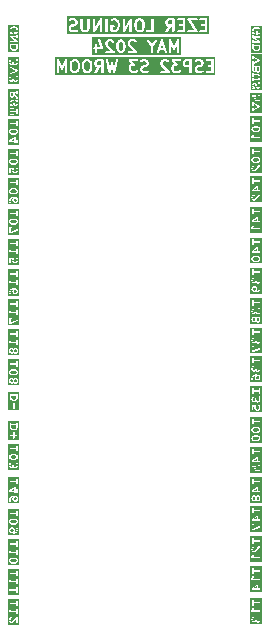
<source format=gbr>
%TF.GenerationSoftware,KiCad,Pcbnew,7.0.7*%
%TF.CreationDate,2024-06-24T12:04:25-04:00*%
%TF.ProjectId,ESP32_S3_Breakout,45535033-325f-4533-935f-427265616b6f,rev?*%
%TF.SameCoordinates,Original*%
%TF.FileFunction,Legend,Bot*%
%TF.FilePolarity,Positive*%
%FSLAX46Y46*%
G04 Gerber Fmt 4.6, Leading zero omitted, Abs format (unit mm)*
G04 Created by KiCad (PCBNEW 7.0.7) date 2024-06-24 12:04:25*
%MOMM*%
%LPD*%
G01*
G04 APERTURE LIST*
%ADD10C,0.200000*%
G04 APERTURE END LIST*
D10*
G36*
X164416530Y-94931304D02*
G01*
X163429610Y-94931304D01*
X163429610Y-94608912D01*
X163551039Y-94608912D01*
X164175519Y-94608912D01*
X164175519Y-94729739D01*
X164175779Y-94740194D01*
X164176557Y-94749864D01*
X164177855Y-94758749D01*
X164180207Y-94768751D01*
X164183369Y-94777526D01*
X164187343Y-94785075D01*
X164192128Y-94791398D01*
X164198643Y-94797677D01*
X164205888Y-94802657D01*
X164213863Y-94806338D01*
X164222568Y-94808720D01*
X164232003Y-94809803D01*
X164235310Y-94809875D01*
X164244995Y-94809225D01*
X164253965Y-94807277D01*
X164262220Y-94804029D01*
X164269760Y-94799482D01*
X164276584Y-94793635D01*
X164278700Y-94791398D01*
X164284273Y-94783664D01*
X164288037Y-94775869D01*
X164291000Y-94766848D01*
X164293163Y-94756601D01*
X164294316Y-94747520D01*
X164294956Y-94737654D01*
X164295101Y-94729739D01*
X164295101Y-94368296D01*
X164294844Y-94357886D01*
X164294075Y-94348249D01*
X164292794Y-94339384D01*
X164290472Y-94329387D01*
X164287349Y-94320598D01*
X164283424Y-94313014D01*
X164278700Y-94306637D01*
X164272114Y-94300428D01*
X164264813Y-94295504D01*
X164256796Y-94291864D01*
X164248065Y-94289509D01*
X164238618Y-94288439D01*
X164235310Y-94288368D01*
X164225632Y-94289010D01*
X164216684Y-94290937D01*
X164208465Y-94294148D01*
X164200977Y-94298644D01*
X164194218Y-94304425D01*
X164192128Y-94306637D01*
X164186483Y-94314434D01*
X164182672Y-94322259D01*
X164179671Y-94331290D01*
X164177482Y-94341528D01*
X164176314Y-94350586D01*
X164175665Y-94360416D01*
X164175519Y-94368296D01*
X164175519Y-94489331D01*
X163713803Y-94489331D01*
X163743075Y-94382413D01*
X163745544Y-94373212D01*
X163747503Y-94364916D01*
X163749142Y-94356381D01*
X163750164Y-94348135D01*
X163750341Y-94343798D01*
X163749677Y-94335454D01*
X163747223Y-94326272D01*
X163742961Y-94317685D01*
X163737869Y-94310800D01*
X163731449Y-94304353D01*
X163724065Y-94298709D01*
X163716083Y-94294232D01*
X163707502Y-94290924D01*
X163698323Y-94288783D01*
X163688545Y-94287810D01*
X163685153Y-94287745D01*
X163676183Y-94288175D01*
X163667957Y-94289467D01*
X163659302Y-94292063D01*
X163651659Y-94295831D01*
X163645915Y-94299993D01*
X163639807Y-94306644D01*
X163634825Y-94314400D01*
X163630851Y-94322313D01*
X163627039Y-94331544D01*
X163624107Y-94339877D01*
X163621278Y-94349054D01*
X163620587Y-94351480D01*
X163551039Y-94608912D01*
X163429610Y-94608912D01*
X163429610Y-93825405D01*
X163551039Y-93825405D01*
X163551303Y-93839389D01*
X163552097Y-93853056D01*
X163553418Y-93866404D01*
X163555269Y-93879435D01*
X163557648Y-93892147D01*
X163560557Y-93904542D01*
X163563993Y-93916619D01*
X163567959Y-93928378D01*
X163572453Y-93939819D01*
X163577476Y-93950942D01*
X163583028Y-93961747D01*
X163589109Y-93972235D01*
X163595718Y-93982404D01*
X163602856Y-93992256D01*
X163610523Y-94001790D01*
X163618719Y-94011005D01*
X163627265Y-94019779D01*
X163636034Y-94027987D01*
X163645028Y-94035629D01*
X163654245Y-94042704D01*
X163663687Y-94049214D01*
X163673352Y-94055157D01*
X163683241Y-94060535D01*
X163693353Y-94065346D01*
X163703690Y-94069592D01*
X163714250Y-94073271D01*
X163725034Y-94076384D01*
X163736042Y-94078932D01*
X163747274Y-94080913D01*
X163758730Y-94082328D01*
X163770409Y-94083177D01*
X163782313Y-94083460D01*
X163791435Y-94083278D01*
X163800430Y-94082730D01*
X163809298Y-94081818D01*
X163818037Y-94080541D01*
X163826649Y-94078898D01*
X163835133Y-94076891D01*
X163843489Y-94074519D01*
X163851718Y-94071782D01*
X163859819Y-94068680D01*
X163867792Y-94065213D01*
X163873037Y-94062699D01*
X163881093Y-94058298D01*
X163889612Y-94052878D01*
X163898595Y-94046440D01*
X163908041Y-94038984D01*
X163914596Y-94033447D01*
X163921357Y-94027458D01*
X163928324Y-94021017D01*
X163935497Y-94014123D01*
X163942876Y-94006776D01*
X163950461Y-93998977D01*
X163958252Y-93990726D01*
X163966249Y-93982022D01*
X163974452Y-93972865D01*
X163982860Y-93963256D01*
X163989914Y-93955039D01*
X163997633Y-93945908D01*
X164006017Y-93935862D01*
X164015065Y-93924901D01*
X164024779Y-93913025D01*
X164035158Y-93900234D01*
X164040597Y-93893496D01*
X164046201Y-93886529D01*
X164051973Y-93879333D01*
X164057910Y-93871909D01*
X164064014Y-93864256D01*
X164070284Y-93856374D01*
X164076720Y-93848264D01*
X164083322Y-93839925D01*
X164090091Y-93831357D01*
X164097026Y-93822560D01*
X164104127Y-93813535D01*
X164111395Y-93804281D01*
X164118828Y-93794799D01*
X164126428Y-93785087D01*
X164134195Y-93775147D01*
X164142127Y-93764979D01*
X164150226Y-93754581D01*
X164158491Y-93743955D01*
X164166922Y-93733101D01*
X164175519Y-93722017D01*
X164175519Y-93984224D01*
X164171004Y-93992233D01*
X164167423Y-94000067D01*
X164164425Y-94008985D01*
X164162700Y-94017665D01*
X164162232Y-94024915D01*
X164162867Y-94034790D01*
X164164772Y-94043862D01*
X164167947Y-94052132D01*
X164172392Y-94059598D01*
X164178107Y-94066262D01*
X164180294Y-94068305D01*
X164187965Y-94073808D01*
X164195729Y-94077524D01*
X164204740Y-94080450D01*
X164214997Y-94082585D01*
X164224101Y-94083723D01*
X164234003Y-94084356D01*
X164241953Y-94084498D01*
X164295101Y-94084498D01*
X164295101Y-93539116D01*
X164162232Y-93539116D01*
X164146887Y-93559081D01*
X164131887Y-93578547D01*
X164117233Y-93597511D01*
X164102925Y-93615976D01*
X164088963Y-93633940D01*
X164075347Y-93651403D01*
X164062076Y-93668367D01*
X164049152Y-93684830D01*
X164036573Y-93700792D01*
X164024340Y-93716255D01*
X164012453Y-93731216D01*
X164000912Y-93745678D01*
X163989717Y-93759639D01*
X163978868Y-93773100D01*
X163968365Y-93786060D01*
X163958207Y-93798520D01*
X163948396Y-93810480D01*
X163938930Y-93821939D01*
X163929810Y-93832898D01*
X163921036Y-93843357D01*
X163912608Y-93853315D01*
X163904526Y-93862773D01*
X163896789Y-93871730D01*
X163889399Y-93880187D01*
X163882354Y-93888144D01*
X163875655Y-93895601D01*
X163869302Y-93902557D01*
X163863295Y-93909012D01*
X163852319Y-93920422D01*
X163842726Y-93929831D01*
X163835947Y-93935879D01*
X163829233Y-93941332D01*
X163820384Y-93947676D01*
X163811652Y-93952964D01*
X163803036Y-93957194D01*
X163794537Y-93960366D01*
X163786155Y-93962481D01*
X163777890Y-93963539D01*
X163773801Y-93963671D01*
X163763777Y-93963074D01*
X163754052Y-93961284D01*
X163744626Y-93958299D01*
X163735497Y-93954121D01*
X163726668Y-93948749D01*
X163718136Y-93942184D01*
X163711934Y-93936476D01*
X163705899Y-93930097D01*
X163701969Y-93925472D01*
X163696367Y-93918085D01*
X163691315Y-93910249D01*
X163686815Y-93901964D01*
X163682866Y-93893231D01*
X163679468Y-93884049D01*
X163676621Y-93874417D01*
X163674325Y-93864337D01*
X163672580Y-93853808D01*
X163671386Y-93842831D01*
X163670743Y-93831404D01*
X163670620Y-93823537D01*
X163670958Y-93811698D01*
X163671971Y-93800239D01*
X163673658Y-93789160D01*
X163676021Y-93778460D01*
X163679059Y-93768140D01*
X163682773Y-93758199D01*
X163687161Y-93748638D01*
X163692224Y-93739456D01*
X163697963Y-93730654D01*
X163704377Y-93722231D01*
X163709028Y-93716827D01*
X163715932Y-93710098D01*
X163723799Y-93703795D01*
X163730787Y-93699059D01*
X163738390Y-93694595D01*
X163746610Y-93690404D01*
X163755446Y-93686486D01*
X163764899Y-93682840D01*
X163769856Y-93681119D01*
X163778843Y-93677864D01*
X163786809Y-93674170D01*
X163794810Y-93669308D01*
X163801421Y-93663850D01*
X163805980Y-93658697D01*
X163810703Y-93651120D01*
X163814076Y-93642712D01*
X163816101Y-93633473D01*
X163816765Y-93624708D01*
X163816775Y-93623404D01*
X163816155Y-93614451D01*
X163814294Y-93605965D01*
X163811192Y-93597946D01*
X163806849Y-93590395D01*
X163801266Y-93583310D01*
X163799129Y-93581052D01*
X163792222Y-93574985D01*
X163784892Y-93570173D01*
X163777138Y-93566616D01*
X163768961Y-93564314D01*
X163760361Y-93563268D01*
X163757400Y-93563198D01*
X163748246Y-93563704D01*
X163738534Y-93565222D01*
X163728264Y-93567753D01*
X163720195Y-93570315D01*
X163711812Y-93573446D01*
X163703116Y-93577146D01*
X163694106Y-93581416D01*
X163684782Y-93586255D01*
X163675144Y-93591663D01*
X163668544Y-93595585D01*
X163658728Y-93601918D01*
X163649288Y-93608774D01*
X163640224Y-93616151D01*
X163631535Y-93624050D01*
X163623223Y-93632471D01*
X163615286Y-93641413D01*
X163607725Y-93650878D01*
X163600540Y-93660864D01*
X163595959Y-93667812D01*
X163591545Y-93674991D01*
X163587298Y-93682403D01*
X163583218Y-93690046D01*
X163579321Y-93697873D01*
X163575676Y-93705785D01*
X163572282Y-93713781D01*
X163569140Y-93721862D01*
X163566249Y-93730026D01*
X163563609Y-93738275D01*
X163561221Y-93746609D01*
X163559084Y-93755027D01*
X163557198Y-93763529D01*
X163555564Y-93772115D01*
X163554182Y-93780786D01*
X163553050Y-93789541D01*
X163552170Y-93798381D01*
X163551542Y-93807305D01*
X163551165Y-93816313D01*
X163551039Y-93825405D01*
X163429610Y-93825405D01*
X163429610Y-93300369D01*
X163617473Y-93300369D01*
X163617733Y-93310775D01*
X163618511Y-93320403D01*
X163619809Y-93329252D01*
X163622161Y-93339219D01*
X163625323Y-93347969D01*
X163629297Y-93355503D01*
X163634082Y-93361820D01*
X163640597Y-93368099D01*
X163647842Y-93373079D01*
X163655817Y-93376760D01*
X163664522Y-93379142D01*
X163673957Y-93380225D01*
X163677264Y-93380297D01*
X163686949Y-93379647D01*
X163695919Y-93377699D01*
X163704174Y-93374451D01*
X163711713Y-93369904D01*
X163718538Y-93364058D01*
X163720654Y-93361820D01*
X163726227Y-93354093D01*
X163729991Y-93346316D01*
X163732954Y-93337323D01*
X163735116Y-93327113D01*
X163736270Y-93318069D01*
X163736910Y-93308246D01*
X163737054Y-93300369D01*
X163737054Y-93179542D01*
X164175519Y-93179542D01*
X164175519Y-93300369D01*
X164175779Y-93310775D01*
X164176557Y-93320403D01*
X164177855Y-93329252D01*
X164180207Y-93339219D01*
X164183369Y-93347969D01*
X164187343Y-93355503D01*
X164192128Y-93361820D01*
X164198643Y-93368099D01*
X164205888Y-93373079D01*
X164213863Y-93376760D01*
X164222568Y-93379142D01*
X164232003Y-93380225D01*
X164235310Y-93380297D01*
X164244995Y-93379647D01*
X164253965Y-93377699D01*
X164262220Y-93374451D01*
X164269760Y-93369904D01*
X164276584Y-93364058D01*
X164278700Y-93361820D01*
X164284273Y-93354093D01*
X164288037Y-93346316D01*
X164291000Y-93337323D01*
X164293163Y-93327113D01*
X164294316Y-93318069D01*
X164294956Y-93308246D01*
X164295101Y-93300369D01*
X164295101Y-92938926D01*
X164294844Y-92928516D01*
X164294075Y-92918879D01*
X164292794Y-92910013D01*
X164290472Y-92900017D01*
X164287349Y-92891227D01*
X164283424Y-92883644D01*
X164278700Y-92877267D01*
X164272114Y-92871058D01*
X164264813Y-92866134D01*
X164256796Y-92862494D01*
X164248065Y-92860139D01*
X164238618Y-92859069D01*
X164235310Y-92858997D01*
X164225632Y-92859640D01*
X164216684Y-92861566D01*
X164208465Y-92864778D01*
X164200977Y-92869274D01*
X164194218Y-92875054D01*
X164192128Y-92877267D01*
X164186483Y-92885064D01*
X164182672Y-92892889D01*
X164179671Y-92901920D01*
X164177482Y-92912157D01*
X164176314Y-92921216D01*
X164175665Y-92931046D01*
X164175519Y-92938926D01*
X164175519Y-93059753D01*
X163737054Y-93059753D01*
X163737054Y-92938926D01*
X163736798Y-92928516D01*
X163736029Y-92918879D01*
X163734748Y-92910013D01*
X163732426Y-92900017D01*
X163729302Y-92891227D01*
X163725378Y-92883644D01*
X163720654Y-92877267D01*
X163714068Y-92871058D01*
X163706767Y-92866134D01*
X163698750Y-92862494D01*
X163690019Y-92860139D01*
X163680572Y-92859069D01*
X163677264Y-92858997D01*
X163667586Y-92859640D01*
X163658638Y-92861566D01*
X163650419Y-92864778D01*
X163642931Y-92869274D01*
X163636172Y-92875054D01*
X163634082Y-92877267D01*
X163628437Y-92885064D01*
X163624626Y-92892889D01*
X163621625Y-92901920D01*
X163619436Y-92912157D01*
X163618268Y-92921216D01*
X163617619Y-92931046D01*
X163617473Y-92938926D01*
X163617473Y-93300369D01*
X163429610Y-93300369D01*
X163429610Y-92737568D01*
X164416530Y-92737568D01*
X164416530Y-94931304D01*
G37*
G36*
X152587623Y-50863824D02*
G01*
X152612292Y-50888492D01*
X152647745Y-50959399D01*
X152689716Y-51127280D01*
X152689716Y-51340756D01*
X152647745Y-51508637D01*
X152612292Y-51579543D01*
X152587623Y-51604213D01*
X152528014Y-51634019D01*
X152479990Y-51634019D01*
X152420380Y-51604214D01*
X152395713Y-51579546D01*
X152360258Y-51508637D01*
X152318288Y-51340756D01*
X152318288Y-51127280D01*
X152360258Y-50959399D01*
X152395712Y-50888492D01*
X152420380Y-50863823D01*
X152479990Y-50834019D01*
X152528014Y-50834019D01*
X152587623Y-50863824D01*
G37*
G36*
X156079546Y-51348304D02*
G01*
X155880841Y-51348304D01*
X155980193Y-51050246D01*
X156079546Y-51348304D01*
G37*
G36*
X157556383Y-51976876D02*
G01*
X150027944Y-51976876D01*
X150027944Y-51431587D01*
X150170801Y-51431587D01*
X150207128Y-51481587D01*
X150265907Y-51500685D01*
X150308764Y-51500685D01*
X150308764Y-51734019D01*
X150327862Y-51792798D01*
X150377862Y-51829125D01*
X150439666Y-51829125D01*
X150489666Y-51792798D01*
X150508764Y-51734019D01*
X150508764Y-51500685D01*
X150884954Y-51500685D01*
X150885333Y-51500561D01*
X150885713Y-51500682D01*
X150914640Y-51491039D01*
X150943733Y-51481587D01*
X150943967Y-51481263D01*
X150944345Y-51481138D01*
X150962085Y-51456326D01*
X150980060Y-51431587D01*
X150980060Y-51431188D01*
X150980292Y-51430864D01*
X150980060Y-51400357D01*
X150980060Y-51369783D01*
X150979825Y-51369459D01*
X150979822Y-51369062D01*
X150863379Y-51019733D01*
X151165907Y-51019733D01*
X151170915Y-51035148D01*
X151171039Y-51051356D01*
X151218658Y-51194212D01*
X151232347Y-51212757D01*
X151242815Y-51233301D01*
X151643532Y-51634019D01*
X151265907Y-51634019D01*
X151207128Y-51653117D01*
X151170801Y-51703117D01*
X151170801Y-51764921D01*
X151207128Y-51814921D01*
X151265907Y-51834019D01*
X151884954Y-51834019D01*
X151907223Y-51826783D01*
X151930353Y-51823120D01*
X151936058Y-51817414D01*
X151943733Y-51814921D01*
X151957498Y-51795974D01*
X151974055Y-51779418D01*
X151975317Y-51771448D01*
X151980060Y-51764921D01*
X151980060Y-51741503D01*
X151983723Y-51718376D01*
X151980060Y-51711186D01*
X151980060Y-51703117D01*
X151966295Y-51684171D01*
X151955665Y-51663308D01*
X151645424Y-51353066D01*
X152118288Y-51353066D01*
X152122134Y-51364903D01*
X152121274Y-51377320D01*
X152168893Y-51567795D01*
X152174803Y-51577241D01*
X152176464Y-51588263D01*
X152224083Y-51683501D01*
X152235456Y-51695048D01*
X152242815Y-51709490D01*
X152290433Y-51757110D01*
X152304876Y-51764469D01*
X152316424Y-51775843D01*
X152411661Y-51823462D01*
X152434459Y-51826895D01*
X152456383Y-51834019D01*
X152551621Y-51834019D01*
X152573544Y-51826895D01*
X152596342Y-51823462D01*
X152691580Y-51775843D01*
X152703128Y-51764468D01*
X152717570Y-51757110D01*
X152765189Y-51709490D01*
X152772546Y-51695049D01*
X152783921Y-51683501D01*
X152831540Y-51588264D01*
X152833200Y-51577242D01*
X152839111Y-51567796D01*
X152886730Y-51377320D01*
X152885869Y-51364903D01*
X152889716Y-51353066D01*
X152889716Y-51114971D01*
X152885869Y-51103133D01*
X152886730Y-51090717D01*
X152868984Y-51019733D01*
X153070669Y-51019733D01*
X153075677Y-51035148D01*
X153075801Y-51051356D01*
X153123420Y-51194212D01*
X153137109Y-51212757D01*
X153147577Y-51233301D01*
X153548294Y-51634019D01*
X153170669Y-51634019D01*
X153111890Y-51653117D01*
X153075563Y-51703117D01*
X153075563Y-51764921D01*
X153111890Y-51814921D01*
X153170669Y-51834019D01*
X153789716Y-51834019D01*
X153811985Y-51826783D01*
X153835115Y-51823120D01*
X153840820Y-51817414D01*
X153848495Y-51814921D01*
X153862260Y-51795974D01*
X153878817Y-51779418D01*
X153880079Y-51771448D01*
X153884822Y-51764921D01*
X153884822Y-51741503D01*
X153888485Y-51718376D01*
X153884822Y-51711186D01*
X153884822Y-51703117D01*
X153871057Y-51684171D01*
X153860427Y-51663308D01*
X153305690Y-51108570D01*
X153270669Y-51003506D01*
X153270669Y-50948102D01*
X153300474Y-50888492D01*
X153325142Y-50863823D01*
X153384752Y-50834019D01*
X153575633Y-50834019D01*
X153635242Y-50863824D01*
X153671386Y-50899967D01*
X153726453Y-50928026D01*
X153787496Y-50918358D01*
X153831198Y-50874656D01*
X153840866Y-50813613D01*
X153812807Y-50758546D01*
X153782126Y-50727864D01*
X154689906Y-50727864D01*
X154705351Y-50787707D01*
X155023050Y-51286948D01*
X155023050Y-51734019D01*
X155042148Y-51792798D01*
X155092148Y-51829125D01*
X155153952Y-51829125D01*
X155203952Y-51792798D01*
X155213244Y-51764198D01*
X155551522Y-51764198D01*
X155587469Y-51814472D01*
X155646101Y-51834017D01*
X155705023Y-51815365D01*
X155741728Y-51765642D01*
X155814174Y-51548304D01*
X156146212Y-51548304D01*
X156218658Y-51765641D01*
X156255363Y-51815365D01*
X156314285Y-51834016D01*
X156372917Y-51814472D01*
X156408864Y-51764198D01*
X156408634Y-51734019D01*
X156546860Y-51734019D01*
X156565958Y-51792798D01*
X156615958Y-51829125D01*
X156677762Y-51829125D01*
X156727762Y-51792798D01*
X156746860Y-51734019D01*
X156746860Y-51184775D01*
X156889575Y-51490593D01*
X156902669Y-51504626D01*
X156911971Y-51521419D01*
X156923247Y-51526681D01*
X156931738Y-51535781D01*
X156950585Y-51539438D01*
X156967977Y-51547555D01*
X156980190Y-51545184D01*
X156992409Y-51547556D01*
X157009805Y-51539437D01*
X157028648Y-51535781D01*
X157037136Y-51526683D01*
X157048415Y-51521420D01*
X157057718Y-51504625D01*
X157070811Y-51490593D01*
X157213526Y-51184774D01*
X157213526Y-51734019D01*
X157232624Y-51792798D01*
X157282624Y-51829125D01*
X157344428Y-51829125D01*
X157394428Y-51792798D01*
X157413526Y-51734019D01*
X157413526Y-50734019D01*
X157410497Y-50724696D01*
X157411695Y-50714966D01*
X157401150Y-50695929D01*
X157394428Y-50675240D01*
X157386498Y-50669478D01*
X157381748Y-50660903D01*
X157362029Y-50651700D01*
X157344428Y-50638913D01*
X157334626Y-50638913D01*
X157325742Y-50634767D01*
X157304380Y-50638913D01*
X157282624Y-50638913D01*
X157274694Y-50644674D01*
X157265071Y-50646542D01*
X157250227Y-50662450D01*
X157232624Y-50675240D01*
X157229594Y-50684563D01*
X157222908Y-50691730D01*
X156980192Y-51211833D01*
X156737478Y-50691730D01*
X156730791Y-50684563D01*
X156727762Y-50675240D01*
X156710158Y-50662450D01*
X156695315Y-50646542D01*
X156685692Y-50644674D01*
X156677762Y-50638913D01*
X156656003Y-50638913D01*
X156634644Y-50634768D01*
X156625762Y-50638913D01*
X156615958Y-50638913D01*
X156598353Y-50651703D01*
X156578638Y-50660904D01*
X156573888Y-50669478D01*
X156565958Y-50675240D01*
X156559234Y-50695932D01*
X156548691Y-50714967D01*
X156549888Y-50724697D01*
X156546860Y-50734019D01*
X156546860Y-51734019D01*
X156408634Y-51734019D01*
X156408394Y-51702396D01*
X156075061Y-50702396D01*
X156057138Y-50678117D01*
X156039584Y-50653566D01*
X156038829Y-50653314D01*
X156038356Y-50652673D01*
X156009530Y-50643548D01*
X155980952Y-50634022D01*
X155980194Y-50634261D01*
X155979434Y-50634021D01*
X155950795Y-50643567D01*
X155922030Y-50652673D01*
X155921556Y-50653314D01*
X155920802Y-50653566D01*
X155903235Y-50678133D01*
X155885325Y-50702397D01*
X155551992Y-51702396D01*
X155551522Y-51764198D01*
X155213244Y-51764198D01*
X155223050Y-51734019D01*
X155223050Y-51286948D01*
X155540749Y-50787706D01*
X155556194Y-50727864D01*
X155533514Y-50670372D01*
X155481372Y-50637191D01*
X155419686Y-50640995D01*
X155372017Y-50680331D01*
X155123049Y-51071565D01*
X154874083Y-50680331D01*
X154826414Y-50640995D01*
X154764728Y-50637191D01*
X154712586Y-50670372D01*
X154689906Y-50727864D01*
X153782126Y-50727864D01*
X153765189Y-50710927D01*
X153750746Y-50703568D01*
X153739199Y-50692195D01*
X153643961Y-50644576D01*
X153621163Y-50641142D01*
X153599240Y-50634019D01*
X153361145Y-50634019D01*
X153339221Y-50641142D01*
X153316423Y-50644576D01*
X153221186Y-50692195D01*
X153209637Y-50703569D01*
X153195196Y-50710928D01*
X153147577Y-50758546D01*
X153140218Y-50772988D01*
X153128845Y-50784536D01*
X153081226Y-50879774D01*
X153077792Y-50902571D01*
X153070669Y-50924495D01*
X153070669Y-51019733D01*
X152868984Y-51019733D01*
X152839111Y-50900241D01*
X152833200Y-50890794D01*
X152831540Y-50879773D01*
X152783921Y-50784536D01*
X152772546Y-50772987D01*
X152765188Y-50758546D01*
X152717570Y-50710927D01*
X152703127Y-50703568D01*
X152691580Y-50692195D01*
X152596342Y-50644576D01*
X152573544Y-50641142D01*
X152551621Y-50634019D01*
X152456383Y-50634019D01*
X152434459Y-50641142D01*
X152411661Y-50644576D01*
X152316424Y-50692195D01*
X152304875Y-50703569D01*
X152290434Y-50710928D01*
X152242815Y-50758546D01*
X152235456Y-50772988D01*
X152224083Y-50784536D01*
X152176464Y-50879774D01*
X152174803Y-50890795D01*
X152168893Y-50900242D01*
X152121274Y-51090717D01*
X152122134Y-51103133D01*
X152118288Y-51114971D01*
X152118288Y-51353066D01*
X151645424Y-51353066D01*
X151400928Y-51108570D01*
X151365907Y-51003506D01*
X151365907Y-50948102D01*
X151395712Y-50888492D01*
X151420380Y-50863823D01*
X151479990Y-50834019D01*
X151670871Y-50834019D01*
X151730480Y-50863824D01*
X151766624Y-50899967D01*
X151821691Y-50928026D01*
X151882734Y-50918358D01*
X151926436Y-50874656D01*
X151936104Y-50813613D01*
X151908045Y-50758546D01*
X151860427Y-50710927D01*
X151845984Y-50703568D01*
X151834437Y-50692195D01*
X151739199Y-50644576D01*
X151716401Y-50641142D01*
X151694478Y-50634019D01*
X151456383Y-50634019D01*
X151434459Y-50641142D01*
X151411661Y-50644576D01*
X151316424Y-50692195D01*
X151304875Y-50703569D01*
X151290434Y-50710928D01*
X151242815Y-50758546D01*
X151235456Y-50772988D01*
X151224083Y-50784536D01*
X151176464Y-50879774D01*
X151173030Y-50902571D01*
X151165907Y-50924495D01*
X151165907Y-51019733D01*
X150863379Y-51019733D01*
X150741727Y-50654777D01*
X150705022Y-50605054D01*
X150646100Y-50586402D01*
X150587468Y-50605947D01*
X150551521Y-50656221D01*
X150551991Y-50718023D01*
X150746212Y-51300685D01*
X150508764Y-51300685D01*
X150508764Y-51067352D01*
X150489666Y-51008573D01*
X150439666Y-50972246D01*
X150377862Y-50972246D01*
X150327862Y-51008573D01*
X150308764Y-51067352D01*
X150308764Y-51300685D01*
X150265907Y-51300685D01*
X150207128Y-51319783D01*
X150170801Y-51369783D01*
X150170801Y-51431587D01*
X150027944Y-51431587D01*
X150027944Y-50443545D01*
X157556383Y-50443545D01*
X157556383Y-51976876D01*
G37*
G36*
X143287792Y-92097831D02*
G01*
X143298623Y-92098778D01*
X143309045Y-92100356D01*
X143319059Y-92102566D01*
X143328664Y-92105407D01*
X143337860Y-92108879D01*
X143346648Y-92112983D01*
X143355027Y-92117718D01*
X143362997Y-92123084D01*
X143370558Y-92129082D01*
X143375372Y-92133431D01*
X143382125Y-92140254D01*
X143388213Y-92147257D01*
X143393637Y-92154438D01*
X143398397Y-92161798D01*
X143402493Y-92169337D01*
X143405924Y-92177055D01*
X143408692Y-92184951D01*
X143410795Y-92193027D01*
X143412234Y-92201281D01*
X143413009Y-92209714D01*
X143413157Y-92215435D01*
X143412660Y-92225523D01*
X143411171Y-92235492D01*
X143408690Y-92245343D01*
X143405216Y-92255075D01*
X143400749Y-92264689D01*
X143395289Y-92274185D01*
X143388837Y-92283562D01*
X143381393Y-92292821D01*
X143372956Y-92301961D01*
X143363526Y-92310983D01*
X143353103Y-92319886D01*
X143341688Y-92328672D01*
X143329280Y-92337338D01*
X143315880Y-92345887D01*
X143301487Y-92354317D01*
X143293918Y-92358487D01*
X143286101Y-92362628D01*
X143276852Y-92360143D01*
X143267946Y-92357513D01*
X143259381Y-92354738D01*
X143251159Y-92351820D01*
X143243279Y-92348757D01*
X143232100Y-92343892D01*
X143221692Y-92338702D01*
X143212053Y-92333187D01*
X143203185Y-92327347D01*
X143195086Y-92321183D01*
X143187758Y-92314694D01*
X143181199Y-92307880D01*
X143179184Y-92305536D01*
X143173508Y-92298396D01*
X143168389Y-92291066D01*
X143163830Y-92283546D01*
X143159828Y-92275836D01*
X143156385Y-92267936D01*
X143153500Y-92259847D01*
X143151174Y-92251568D01*
X143149406Y-92243099D01*
X143148196Y-92234440D01*
X143147544Y-92225592D01*
X143147420Y-92219587D01*
X143147731Y-92210184D01*
X143148661Y-92201046D01*
X143150212Y-92192175D01*
X143152383Y-92183571D01*
X143155175Y-92175233D01*
X143158587Y-92167161D01*
X143162620Y-92159356D01*
X143167273Y-92151817D01*
X143172546Y-92144544D01*
X143178440Y-92137538D01*
X143182713Y-92133016D01*
X143189535Y-92126671D01*
X143196766Y-92120951D01*
X143204405Y-92115855D01*
X143212453Y-92111382D01*
X143220910Y-92107534D01*
X143229775Y-92104310D01*
X143239049Y-92101710D01*
X143248732Y-92099734D01*
X143258824Y-92098382D01*
X143269324Y-92097654D01*
X143276552Y-92097515D01*
X143287792Y-92097831D01*
G37*
G36*
X143479549Y-91356159D02*
G01*
X143490740Y-91356801D01*
X143501744Y-91357872D01*
X143512561Y-91359370D01*
X143523192Y-91361297D01*
X143533636Y-91363652D01*
X143543894Y-91366435D01*
X143553966Y-91369647D01*
X143563850Y-91373286D01*
X143573549Y-91377354D01*
X143583061Y-91381850D01*
X143592386Y-91386774D01*
X143601525Y-91392127D01*
X143610477Y-91397907D01*
X143619242Y-91404116D01*
X143627822Y-91410753D01*
X143634574Y-91416705D01*
X143640662Y-91423117D01*
X143646087Y-91429988D01*
X143650846Y-91437320D01*
X143654942Y-91445111D01*
X143658374Y-91453362D01*
X143661141Y-91462073D01*
X143663244Y-91471244D01*
X143664684Y-91480875D01*
X143665458Y-91490965D01*
X143665606Y-91497948D01*
X143665241Y-91507860D01*
X143664146Y-91517433D01*
X143662322Y-91526666D01*
X143659767Y-91535560D01*
X143656483Y-91544115D01*
X143652468Y-91552330D01*
X143647724Y-91560206D01*
X143642250Y-91567742D01*
X143636046Y-91574939D01*
X143629113Y-91581797D01*
X143624085Y-91586180D01*
X143616104Y-91592465D01*
X143607888Y-91598345D01*
X143599437Y-91603819D01*
X143590751Y-91608887D01*
X143581830Y-91613550D01*
X143572673Y-91617808D01*
X143563281Y-91621660D01*
X143553654Y-91625106D01*
X143543792Y-91628148D01*
X143533695Y-91630783D01*
X143523362Y-91633013D01*
X143512795Y-91634838D01*
X143501992Y-91636257D01*
X143490954Y-91637271D01*
X143479681Y-91637879D01*
X143468172Y-91638082D01*
X143344854Y-91638082D01*
X143333526Y-91637869D01*
X143322377Y-91637232D01*
X143311409Y-91636170D01*
X143300621Y-91634682D01*
X143290013Y-91632770D01*
X143279585Y-91630433D01*
X143269336Y-91627671D01*
X143259268Y-91624484D01*
X143249380Y-91620872D01*
X143239672Y-91616835D01*
X143230144Y-91612373D01*
X143220796Y-91607486D01*
X143211628Y-91602174D01*
X143202640Y-91596437D01*
X143193833Y-91590276D01*
X143185205Y-91583689D01*
X143178452Y-91577668D01*
X143172364Y-91571206D01*
X143166940Y-91564302D01*
X143162180Y-91556956D01*
X143158084Y-91549169D01*
X143154653Y-91540941D01*
X143151885Y-91532270D01*
X143149782Y-91523159D01*
X143148343Y-91513605D01*
X143147568Y-91503610D01*
X143147420Y-91496702D01*
X143147785Y-91486678D01*
X143148880Y-91477005D01*
X143150705Y-91467682D01*
X143153259Y-91458710D01*
X143156544Y-91450088D01*
X143160558Y-91441816D01*
X143165302Y-91433894D01*
X143170776Y-91426323D01*
X143176980Y-91419102D01*
X143183914Y-91412232D01*
X143188942Y-91407846D01*
X143196922Y-91401561D01*
X143205138Y-91395682D01*
X143213589Y-91390208D01*
X143222275Y-91385139D01*
X143231197Y-91380476D01*
X143240353Y-91376219D01*
X143249745Y-91372367D01*
X143259372Y-91368920D01*
X143269234Y-91365879D01*
X143279332Y-91363243D01*
X143289664Y-91361013D01*
X143300232Y-91359189D01*
X143311035Y-91357769D01*
X143322073Y-91356756D01*
X143333346Y-91356147D01*
X143344854Y-91355945D01*
X143468172Y-91355945D01*
X143479549Y-91356159D01*
G37*
G36*
X143906616Y-92621908D02*
G01*
X142906410Y-92621908D01*
X142906410Y-92218549D01*
X143027839Y-92218549D01*
X143027858Y-92219587D01*
X143028037Y-92229467D01*
X143028631Y-92240212D01*
X143029620Y-92250785D01*
X143031005Y-92261187D01*
X143032786Y-92271416D01*
X143034963Y-92281474D01*
X143037535Y-92291359D01*
X143040503Y-92301073D01*
X143043867Y-92310615D01*
X143047627Y-92319985D01*
X143051782Y-92329183D01*
X143056333Y-92338209D01*
X143061280Y-92347063D01*
X143066623Y-92355745D01*
X143072361Y-92364255D01*
X143078495Y-92372593D01*
X143084975Y-92380709D01*
X143091805Y-92388550D01*
X143098982Y-92396117D01*
X143106509Y-92403410D01*
X143114384Y-92410429D01*
X143122608Y-92417174D01*
X143131181Y-92423644D01*
X143140102Y-92429841D01*
X143149372Y-92435763D01*
X143158991Y-92441412D01*
X143168959Y-92446786D01*
X143179275Y-92451886D01*
X143189940Y-92456712D01*
X143200954Y-92461264D01*
X143212316Y-92465542D01*
X143224027Y-92469546D01*
X143235945Y-92473291D01*
X143247928Y-92476796D01*
X143259976Y-92480058D01*
X143272088Y-92483079D01*
X143284265Y-92485858D01*
X143296508Y-92488396D01*
X143308815Y-92490691D01*
X143321187Y-92492746D01*
X143333624Y-92494558D01*
X143346126Y-92496129D01*
X143358692Y-92497458D01*
X143371324Y-92498546D01*
X143384020Y-92499391D01*
X143396782Y-92499996D01*
X143409608Y-92500358D01*
X143422499Y-92500479D01*
X143433383Y-92500340D01*
X143444131Y-92499924D01*
X143454745Y-92499231D01*
X143465224Y-92498260D01*
X143475567Y-92497012D01*
X143485776Y-92495487D01*
X143495849Y-92493684D01*
X143505788Y-92491604D01*
X143515592Y-92489246D01*
X143525260Y-92486611D01*
X143534793Y-92483699D01*
X143544192Y-92480510D01*
X143553455Y-92477043D01*
X143562584Y-92473299D01*
X143571577Y-92469277D01*
X143580435Y-92464978D01*
X143589159Y-92460402D01*
X143597747Y-92455548D01*
X143606200Y-92450417D01*
X143614519Y-92445009D01*
X143622702Y-92439323D01*
X143630750Y-92433360D01*
X143638663Y-92427120D01*
X143646441Y-92420602D01*
X143654084Y-92413807D01*
X143661593Y-92406735D01*
X143668966Y-92399385D01*
X143676204Y-92391758D01*
X143683307Y-92383854D01*
X143690275Y-92375672D01*
X143697108Y-92367213D01*
X143703806Y-92358476D01*
X143708812Y-92351604D01*
X143713660Y-92344691D01*
X143718349Y-92337735D01*
X143722879Y-92330738D01*
X143731463Y-92316618D01*
X143739410Y-92302332D01*
X143746722Y-92287878D01*
X143753398Y-92273257D01*
X143759438Y-92258469D01*
X143764842Y-92243514D01*
X143769610Y-92228392D01*
X143773743Y-92213103D01*
X143777240Y-92197647D01*
X143780101Y-92182024D01*
X143782326Y-92166233D01*
X143783916Y-92150276D01*
X143784869Y-92134152D01*
X143785187Y-92117860D01*
X143785068Y-92108956D01*
X143784710Y-92100305D01*
X143784114Y-92091906D01*
X143782773Y-92079783D01*
X143780896Y-92068229D01*
X143778482Y-92057245D01*
X143775531Y-92046830D01*
X143772044Y-92036984D01*
X143768021Y-92027707D01*
X143763461Y-92019000D01*
X143758365Y-92010862D01*
X143754669Y-92005753D01*
X143748122Y-91998038D01*
X143740936Y-91991630D01*
X143733111Y-91986530D01*
X143724647Y-91982738D01*
X143715545Y-91980253D01*
X143705805Y-91979076D01*
X143701730Y-91978972D01*
X143692000Y-91979577D01*
X143682899Y-91981395D01*
X143674425Y-91984424D01*
X143666579Y-91988664D01*
X143659361Y-91994116D01*
X143657094Y-91996203D01*
X143650956Y-92002942D01*
X143646088Y-92010236D01*
X143642490Y-92018084D01*
X143640161Y-92026488D01*
X143639103Y-92035445D01*
X143639032Y-92038555D01*
X143640147Y-92047613D01*
X143643058Y-92056390D01*
X143647161Y-92064687D01*
X143650451Y-92070111D01*
X143654817Y-92077303D01*
X143659079Y-92086081D01*
X143662276Y-92095019D01*
X143664407Y-92104118D01*
X143665473Y-92113378D01*
X143665606Y-92118068D01*
X143665380Y-92129327D01*
X143664701Y-92140476D01*
X143663570Y-92151515D01*
X143661986Y-92162444D01*
X143659950Y-92173262D01*
X143657461Y-92183970D01*
X143654519Y-92194568D01*
X143651125Y-92205055D01*
X143647279Y-92215432D01*
X143642980Y-92225699D01*
X143638229Y-92235855D01*
X143633025Y-92245902D01*
X143627368Y-92255837D01*
X143621259Y-92265663D01*
X143614698Y-92275378D01*
X143607684Y-92284983D01*
X143600344Y-92294331D01*
X143592804Y-92303220D01*
X143585065Y-92311653D01*
X143577127Y-92319628D01*
X143568989Y-92327145D01*
X143560651Y-92334206D01*
X143552114Y-92340808D01*
X143543378Y-92346954D01*
X143534442Y-92352642D01*
X143525306Y-92357873D01*
X143515971Y-92362646D01*
X143506437Y-92366962D01*
X143496703Y-92370821D01*
X143486769Y-92374222D01*
X143476636Y-92377166D01*
X143466304Y-92379652D01*
X143472930Y-92371273D01*
X143479184Y-92363028D01*
X143485065Y-92354919D01*
X143490574Y-92346944D01*
X143495711Y-92339105D01*
X143500476Y-92331401D01*
X143504869Y-92323831D01*
X143508889Y-92316397D01*
X143513671Y-92306695D01*
X143517790Y-92297232D01*
X143521294Y-92287828D01*
X143524330Y-92278301D01*
X143526899Y-92268651D01*
X143529001Y-92258877D01*
X143530636Y-92248980D01*
X143531804Y-92238960D01*
X143532504Y-92228816D01*
X143532738Y-92218549D01*
X143532452Y-92206602D01*
X143531593Y-92194843D01*
X143530161Y-92183273D01*
X143528158Y-92171890D01*
X143525581Y-92160695D01*
X143522432Y-92149689D01*
X143518711Y-92138871D01*
X143514417Y-92128241D01*
X143509550Y-92117799D01*
X143504111Y-92107545D01*
X143498099Y-92097479D01*
X143491515Y-92087602D01*
X143484358Y-92077912D01*
X143476629Y-92068411D01*
X143468327Y-92059098D01*
X143459453Y-92049973D01*
X143450154Y-92041249D01*
X143440580Y-92033089D01*
X143430730Y-92025491D01*
X143420604Y-92018456D01*
X143410203Y-92011983D01*
X143399526Y-92006074D01*
X143388573Y-92000727D01*
X143377344Y-91995943D01*
X143365840Y-91991722D01*
X143354060Y-91988064D01*
X143342004Y-91984969D01*
X143329673Y-91982436D01*
X143317066Y-91980466D01*
X143304183Y-91979059D01*
X143291024Y-91978215D01*
X143277590Y-91977934D01*
X143267037Y-91978127D01*
X143256605Y-91978709D01*
X143246295Y-91979678D01*
X143236107Y-91981035D01*
X143226041Y-91982779D01*
X143216096Y-91984911D01*
X143206273Y-91987431D01*
X143196571Y-91990338D01*
X143186991Y-91993633D01*
X143177533Y-91997316D01*
X143168196Y-92001386D01*
X143158981Y-92005844D01*
X143149888Y-92010689D01*
X143140916Y-92015922D01*
X143132066Y-92021543D01*
X143123338Y-92027551D01*
X143111774Y-92036229D01*
X143100955Y-92045341D01*
X143090883Y-92054887D01*
X143081557Y-92064869D01*
X143072977Y-92075285D01*
X143065143Y-92086135D01*
X143058056Y-92097421D01*
X143051714Y-92109141D01*
X143046118Y-92121296D01*
X143041269Y-92133885D01*
X143037165Y-92146909D01*
X143033808Y-92160368D01*
X143031196Y-92174261D01*
X143029331Y-92188589D01*
X143028212Y-92203352D01*
X143027839Y-92218549D01*
X142906410Y-92218549D01*
X142906410Y-91496079D01*
X143027839Y-91496079D01*
X143027847Y-91496702D01*
X143027957Y-91504972D01*
X143028309Y-91513693D01*
X143028897Y-91522242D01*
X143029721Y-91530620D01*
X143031396Y-91542863D01*
X143033601Y-91554720D01*
X143036335Y-91566190D01*
X143039598Y-91577273D01*
X143043390Y-91587969D01*
X143047712Y-91598278D01*
X143052562Y-91608201D01*
X143057942Y-91617736D01*
X143064041Y-91627076D01*
X143071048Y-91636331D01*
X143078964Y-91645502D01*
X143084746Y-91651570D01*
X143090932Y-91657600D01*
X143097522Y-91663593D01*
X143104516Y-91669549D01*
X143111913Y-91675467D01*
X143119715Y-91681349D01*
X143127920Y-91687192D01*
X143136529Y-91692999D01*
X143145542Y-91698768D01*
X143154959Y-91704500D01*
X143164780Y-91710194D01*
X143169842Y-91713028D01*
X143180107Y-91718508D01*
X143190453Y-91723635D01*
X143200881Y-91728408D01*
X143211389Y-91732828D01*
X143221979Y-91736894D01*
X143232649Y-91740607D01*
X143243401Y-91743966D01*
X143254234Y-91746971D01*
X143265148Y-91749623D01*
X143276143Y-91751922D01*
X143287219Y-91753866D01*
X143298376Y-91755457D01*
X143309615Y-91756695D01*
X143320934Y-91757579D01*
X143332334Y-91758109D01*
X143343816Y-91758286D01*
X143469210Y-91758286D01*
X143483135Y-91758022D01*
X143496984Y-91757232D01*
X143510759Y-91755914D01*
X143524460Y-91754069D01*
X143538085Y-91751697D01*
X143551637Y-91748798D01*
X143565113Y-91745371D01*
X143578515Y-91741418D01*
X143591842Y-91736937D01*
X143605095Y-91731930D01*
X143618273Y-91726395D01*
X143631377Y-91720333D01*
X143644406Y-91713744D01*
X143657360Y-91706628D01*
X143670240Y-91698984D01*
X143683045Y-91690814D01*
X143695414Y-91682154D01*
X143706985Y-91673041D01*
X143717757Y-91663476D01*
X143727732Y-91653458D01*
X143736909Y-91642987D01*
X143745288Y-91632065D01*
X143752869Y-91620689D01*
X143759652Y-91608861D01*
X143765637Y-91596581D01*
X143770824Y-91583848D01*
X143775212Y-91570662D01*
X143778803Y-91557025D01*
X143781596Y-91542934D01*
X143783591Y-91528391D01*
X143784788Y-91513396D01*
X143785187Y-91497948D01*
X143785069Y-91488978D01*
X143784714Y-91480184D01*
X143784122Y-91471565D01*
X143783293Y-91463122D01*
X143782227Y-91454853D01*
X143780185Y-91442779D01*
X143777610Y-91431098D01*
X143774502Y-91419812D01*
X143770861Y-91408920D01*
X143766687Y-91398422D01*
X143761981Y-91388318D01*
X143756742Y-91378609D01*
X143754877Y-91375460D01*
X143748704Y-91366163D01*
X143741630Y-91356958D01*
X143733654Y-91347843D01*
X143727836Y-91341818D01*
X143721618Y-91335833D01*
X143714999Y-91329889D01*
X143707979Y-91323985D01*
X143700559Y-91318122D01*
X143692738Y-91312299D01*
X143684516Y-91306517D01*
X143675894Y-91300775D01*
X143666871Y-91295074D01*
X143657448Y-91289414D01*
X143647624Y-91283794D01*
X143642562Y-91280999D01*
X143632299Y-91275594D01*
X143621960Y-91270537D01*
X143611545Y-91265830D01*
X143601053Y-91261471D01*
X143590486Y-91257461D01*
X143579842Y-91253799D01*
X143569122Y-91250486D01*
X143558325Y-91247522D01*
X143547453Y-91244907D01*
X143536504Y-91242640D01*
X143525479Y-91240722D01*
X143514378Y-91239153D01*
X143503200Y-91237933D01*
X143491946Y-91237061D01*
X143480617Y-91236538D01*
X143469210Y-91236363D01*
X143343816Y-91236363D01*
X143329966Y-91236625D01*
X143316185Y-91237411D01*
X143302472Y-91238721D01*
X143288826Y-91240554D01*
X143275249Y-91242912D01*
X143261740Y-91245793D01*
X143248299Y-91249199D01*
X143234926Y-91253128D01*
X143221622Y-91257581D01*
X143208385Y-91262558D01*
X143195217Y-91268058D01*
X143182117Y-91274083D01*
X143169084Y-91280631D01*
X143156120Y-91287704D01*
X143143224Y-91295300D01*
X143130397Y-91303420D01*
X143117978Y-91312055D01*
X143106360Y-91321145D01*
X143095543Y-91330688D01*
X143085528Y-91340686D01*
X143076314Y-91351137D01*
X143067901Y-91362043D01*
X143060289Y-91373403D01*
X143053478Y-91385217D01*
X143047469Y-91397485D01*
X143042261Y-91410208D01*
X143037854Y-91423384D01*
X143034249Y-91437015D01*
X143031445Y-91451100D01*
X143029442Y-91465639D01*
X143028240Y-91480632D01*
X143027839Y-91496079D01*
X142906410Y-91496079D01*
X142906410Y-90963569D01*
X143094273Y-90963569D01*
X143094533Y-90973975D01*
X143095311Y-90983603D01*
X143096609Y-90992452D01*
X143098961Y-91002419D01*
X143102123Y-91011169D01*
X143106097Y-91018703D01*
X143110882Y-91025020D01*
X143117397Y-91031299D01*
X143124642Y-91036279D01*
X143132617Y-91039960D01*
X143141322Y-91042342D01*
X143150757Y-91043425D01*
X143154064Y-91043497D01*
X143163749Y-91042847D01*
X143172719Y-91040899D01*
X143180974Y-91037651D01*
X143188513Y-91033104D01*
X143195338Y-91027258D01*
X143197454Y-91025020D01*
X143203027Y-91017293D01*
X143206791Y-91009516D01*
X143209754Y-91000523D01*
X143211916Y-90990313D01*
X143213070Y-90981269D01*
X143213710Y-90971446D01*
X143213854Y-90963569D01*
X143213854Y-90842742D01*
X143652319Y-90842742D01*
X143652319Y-90963569D01*
X143652579Y-90973975D01*
X143653357Y-90983603D01*
X143654655Y-90992452D01*
X143657007Y-91002419D01*
X143660169Y-91011169D01*
X143664143Y-91018703D01*
X143668928Y-91025020D01*
X143675443Y-91031299D01*
X143682688Y-91036279D01*
X143690663Y-91039960D01*
X143699368Y-91042342D01*
X143708803Y-91043425D01*
X143712110Y-91043497D01*
X143721795Y-91042847D01*
X143730765Y-91040899D01*
X143739020Y-91037651D01*
X143746560Y-91033104D01*
X143753384Y-91027258D01*
X143755500Y-91025020D01*
X143761073Y-91017293D01*
X143764837Y-91009516D01*
X143767800Y-91000523D01*
X143769963Y-90990313D01*
X143771116Y-90981269D01*
X143771756Y-90971446D01*
X143771901Y-90963569D01*
X143771901Y-90602126D01*
X143771644Y-90591716D01*
X143770875Y-90582079D01*
X143769594Y-90573213D01*
X143767272Y-90563217D01*
X143764149Y-90554427D01*
X143760224Y-90546844D01*
X143755500Y-90540467D01*
X143748914Y-90534258D01*
X143741613Y-90529334D01*
X143733596Y-90525694D01*
X143724865Y-90523339D01*
X143715418Y-90522269D01*
X143712110Y-90522197D01*
X143702432Y-90522840D01*
X143693484Y-90524766D01*
X143685265Y-90527978D01*
X143677777Y-90532474D01*
X143671018Y-90538254D01*
X143668928Y-90540467D01*
X143663283Y-90548264D01*
X143659472Y-90556089D01*
X143656471Y-90565120D01*
X143654282Y-90575357D01*
X143653114Y-90584416D01*
X143652465Y-90594246D01*
X143652319Y-90602126D01*
X143652319Y-90722953D01*
X143213854Y-90722953D01*
X143213854Y-90602126D01*
X143213598Y-90591716D01*
X143212829Y-90582079D01*
X143211548Y-90573213D01*
X143209226Y-90563217D01*
X143206102Y-90554427D01*
X143202178Y-90546844D01*
X143197454Y-90540467D01*
X143190868Y-90534258D01*
X143183567Y-90529334D01*
X143175550Y-90525694D01*
X143166819Y-90523339D01*
X143157372Y-90522269D01*
X143154064Y-90522197D01*
X143144386Y-90522840D01*
X143135438Y-90524766D01*
X143127219Y-90527978D01*
X143119731Y-90532474D01*
X143112972Y-90538254D01*
X143110882Y-90540467D01*
X143105237Y-90548264D01*
X143101426Y-90556089D01*
X143098425Y-90565120D01*
X143096236Y-90575357D01*
X143095068Y-90584416D01*
X143094419Y-90594246D01*
X143094273Y-90602126D01*
X143094273Y-90963569D01*
X142906410Y-90963569D01*
X142906410Y-90400768D01*
X143906616Y-90400768D01*
X143906616Y-92621908D01*
G37*
G36*
X164002791Y-97143722D02*
G01*
X163722522Y-97143722D01*
X164002791Y-96970370D01*
X164002791Y-97143722D01*
G37*
G36*
X164416530Y-97459055D02*
G01*
X163429610Y-97459055D01*
X163429610Y-97263303D01*
X163564326Y-97263303D01*
X164002791Y-97263303D01*
X164003050Y-97272490D01*
X164003829Y-97281053D01*
X164005532Y-97290882D01*
X164008046Y-97299738D01*
X164011371Y-97307620D01*
X164016431Y-97315795D01*
X164019399Y-97319357D01*
X164025914Y-97325565D01*
X164033160Y-97330490D01*
X164041135Y-97334129D01*
X164049839Y-97336484D01*
X164059274Y-97337555D01*
X164062581Y-97337626D01*
X164072267Y-97336977D01*
X164081237Y-97335028D01*
X164089491Y-97331780D01*
X164097031Y-97327233D01*
X164103855Y-97321387D01*
X164105971Y-97319149D01*
X164111545Y-97311556D01*
X164115965Y-97302635D01*
X164118768Y-97294185D01*
X164120770Y-97284814D01*
X164121972Y-97274520D01*
X164122356Y-97265620D01*
X164122372Y-97263303D01*
X164175519Y-97263303D01*
X164175779Y-97272490D01*
X164176557Y-97281053D01*
X164178260Y-97290882D01*
X164180774Y-97299738D01*
X164184099Y-97307620D01*
X164189160Y-97315795D01*
X164192128Y-97319357D01*
X164198643Y-97325565D01*
X164205888Y-97330490D01*
X164213863Y-97334129D01*
X164222568Y-97336484D01*
X164232003Y-97337555D01*
X164235310Y-97337626D01*
X164244995Y-97336977D01*
X164253965Y-97335028D01*
X164262220Y-97331780D01*
X164269760Y-97327233D01*
X164276584Y-97321387D01*
X164278700Y-97319149D01*
X164284273Y-97311352D01*
X164288037Y-97303527D01*
X164291000Y-97294496D01*
X164293163Y-97284258D01*
X164294316Y-97275200D01*
X164294956Y-97265370D01*
X164295101Y-97257490D01*
X164295101Y-97097010D01*
X164294844Y-97086601D01*
X164294075Y-97076963D01*
X164292794Y-97068098D01*
X164290472Y-97058102D01*
X164287349Y-97049312D01*
X164283424Y-97041728D01*
X164278700Y-97035351D01*
X164272114Y-97029142D01*
X164264813Y-97024218D01*
X164256796Y-97020579D01*
X164248065Y-97018224D01*
X164238618Y-97017153D01*
X164235310Y-97017082D01*
X164225632Y-97017724D01*
X164216684Y-97019651D01*
X164208465Y-97022862D01*
X164200977Y-97027358D01*
X164194218Y-97033139D01*
X164192128Y-97035351D01*
X164186483Y-97043149D01*
X164182672Y-97050973D01*
X164179671Y-97060004D01*
X164177482Y-97070242D01*
X164176314Y-97079300D01*
X164175665Y-97089131D01*
X164175519Y-97097010D01*
X164175519Y-97143722D01*
X164122372Y-97143722D01*
X164122372Y-96818402D01*
X164022721Y-96818402D01*
X163564326Y-97105107D01*
X163564326Y-97143722D01*
X163564326Y-97263303D01*
X163429610Y-97263303D01*
X163429610Y-96434746D01*
X163551039Y-96434746D01*
X164175519Y-96434746D01*
X164175519Y-96555573D01*
X164175779Y-96566028D01*
X164176557Y-96575698D01*
X164177855Y-96584582D01*
X164180207Y-96594585D01*
X164183369Y-96603360D01*
X164187343Y-96610909D01*
X164192128Y-96617232D01*
X164198643Y-96623511D01*
X164205888Y-96628491D01*
X164213863Y-96632172D01*
X164222568Y-96634554D01*
X164232003Y-96635637D01*
X164235310Y-96635709D01*
X164244995Y-96635059D01*
X164253965Y-96633110D01*
X164262220Y-96629863D01*
X164269760Y-96625315D01*
X164276584Y-96619469D01*
X164278700Y-96617232D01*
X164284273Y-96609498D01*
X164288037Y-96601703D01*
X164291000Y-96592682D01*
X164293163Y-96582435D01*
X164294316Y-96573354D01*
X164294956Y-96563487D01*
X164295101Y-96555573D01*
X164295101Y-96194130D01*
X164294844Y-96183720D01*
X164294075Y-96174083D01*
X164292794Y-96165217D01*
X164290472Y-96155221D01*
X164287349Y-96146432D01*
X164283424Y-96138848D01*
X164278700Y-96132471D01*
X164272114Y-96126262D01*
X164264813Y-96121338D01*
X164256796Y-96117698D01*
X164248065Y-96115343D01*
X164238618Y-96114273D01*
X164235310Y-96114201D01*
X164225632Y-96114844D01*
X164216684Y-96116771D01*
X164208465Y-96119982D01*
X164200977Y-96124478D01*
X164194218Y-96130259D01*
X164192128Y-96132471D01*
X164186483Y-96140268D01*
X164182672Y-96148093D01*
X164179671Y-96157124D01*
X164177482Y-96167361D01*
X164176314Y-96176420D01*
X164175665Y-96186250D01*
X164175519Y-96194130D01*
X164175519Y-96315164D01*
X163713803Y-96315164D01*
X163743075Y-96208247D01*
X163745544Y-96199046D01*
X163747503Y-96190750D01*
X163749142Y-96182215D01*
X163750164Y-96173969D01*
X163750341Y-96169632D01*
X163749677Y-96161288D01*
X163747223Y-96152105D01*
X163742961Y-96143519D01*
X163737869Y-96136634D01*
X163731449Y-96130187D01*
X163724065Y-96124543D01*
X163716083Y-96120066D01*
X163707502Y-96116758D01*
X163698323Y-96114617D01*
X163688545Y-96113644D01*
X163685153Y-96113579D01*
X163676183Y-96114009D01*
X163667957Y-96115301D01*
X163659302Y-96117897D01*
X163651659Y-96121665D01*
X163645915Y-96125827D01*
X163639807Y-96132478D01*
X163634825Y-96140234D01*
X163630851Y-96148147D01*
X163627039Y-96157378D01*
X163624107Y-96165711D01*
X163621278Y-96174888D01*
X163620587Y-96177314D01*
X163551039Y-96434746D01*
X163429610Y-96434746D01*
X163429610Y-95840369D01*
X163617473Y-95840369D01*
X163617733Y-95850775D01*
X163618511Y-95860403D01*
X163619809Y-95869252D01*
X163622161Y-95879219D01*
X163625323Y-95887969D01*
X163629297Y-95895503D01*
X163634082Y-95901820D01*
X163640597Y-95908099D01*
X163647842Y-95913079D01*
X163655817Y-95916760D01*
X163664522Y-95919142D01*
X163673957Y-95920225D01*
X163677264Y-95920297D01*
X163686949Y-95919647D01*
X163695919Y-95917699D01*
X163704174Y-95914451D01*
X163711713Y-95909904D01*
X163718538Y-95904058D01*
X163720654Y-95901820D01*
X163726227Y-95894093D01*
X163729991Y-95886316D01*
X163732954Y-95877323D01*
X163735116Y-95867113D01*
X163736270Y-95858069D01*
X163736910Y-95848246D01*
X163737054Y-95840369D01*
X163737054Y-95719542D01*
X164175519Y-95719542D01*
X164175519Y-95840369D01*
X164175779Y-95850775D01*
X164176557Y-95860403D01*
X164177855Y-95869252D01*
X164180207Y-95879219D01*
X164183369Y-95887969D01*
X164187343Y-95895503D01*
X164192128Y-95901820D01*
X164198643Y-95908099D01*
X164205888Y-95913079D01*
X164213863Y-95916760D01*
X164222568Y-95919142D01*
X164232003Y-95920225D01*
X164235310Y-95920297D01*
X164244995Y-95919647D01*
X164253965Y-95917699D01*
X164262220Y-95914451D01*
X164269760Y-95909904D01*
X164276584Y-95904058D01*
X164278700Y-95901820D01*
X164284273Y-95894093D01*
X164288037Y-95886316D01*
X164291000Y-95877323D01*
X164293163Y-95867113D01*
X164294316Y-95858069D01*
X164294956Y-95848246D01*
X164295101Y-95840369D01*
X164295101Y-95478926D01*
X164294844Y-95468516D01*
X164294075Y-95458879D01*
X164292794Y-95450013D01*
X164290472Y-95440017D01*
X164287349Y-95431227D01*
X164283424Y-95423644D01*
X164278700Y-95417267D01*
X164272114Y-95411058D01*
X164264813Y-95406134D01*
X164256796Y-95402494D01*
X164248065Y-95400139D01*
X164238618Y-95399069D01*
X164235310Y-95398997D01*
X164225632Y-95399640D01*
X164216684Y-95401566D01*
X164208465Y-95404778D01*
X164200977Y-95409274D01*
X164194218Y-95415054D01*
X164192128Y-95417267D01*
X164186483Y-95425064D01*
X164182672Y-95432889D01*
X164179671Y-95441920D01*
X164177482Y-95452157D01*
X164176314Y-95461216D01*
X164175665Y-95471046D01*
X164175519Y-95478926D01*
X164175519Y-95599753D01*
X163737054Y-95599753D01*
X163737054Y-95478926D01*
X163736798Y-95468516D01*
X163736029Y-95458879D01*
X163734748Y-95450013D01*
X163732426Y-95440017D01*
X163729302Y-95431227D01*
X163725378Y-95423644D01*
X163720654Y-95417267D01*
X163714068Y-95411058D01*
X163706767Y-95406134D01*
X163698750Y-95402494D01*
X163690019Y-95400139D01*
X163680572Y-95399069D01*
X163677264Y-95398997D01*
X163667586Y-95399640D01*
X163658638Y-95401566D01*
X163650419Y-95404778D01*
X163642931Y-95409274D01*
X163636172Y-95415054D01*
X163634082Y-95417267D01*
X163628437Y-95425064D01*
X163624626Y-95432889D01*
X163621625Y-95441920D01*
X163619436Y-95452157D01*
X163618268Y-95461216D01*
X163617619Y-95471046D01*
X163617473Y-95478926D01*
X163617473Y-95840369D01*
X163429610Y-95840369D01*
X163429610Y-95277568D01*
X164416530Y-95277568D01*
X164416530Y-97459055D01*
G37*
G36*
X143399870Y-55294240D02*
G01*
X143399740Y-55303912D01*
X143399352Y-55313387D01*
X143398704Y-55322665D01*
X143397797Y-55331746D01*
X143396631Y-55340630D01*
X143395206Y-55349316D01*
X143393522Y-55357806D01*
X143391579Y-55366098D01*
X143389376Y-55374194D01*
X143386037Y-55384681D01*
X143385130Y-55387248D01*
X143381376Y-55397209D01*
X143377590Y-55406539D01*
X143373771Y-55415237D01*
X143369919Y-55423304D01*
X143366035Y-55430739D01*
X143360804Y-55439671D01*
X143355515Y-55447481D01*
X143350167Y-55454168D01*
X143343401Y-55460948D01*
X143336539Y-55466451D01*
X143328345Y-55471823D01*
X143320195Y-55475851D01*
X143312089Y-55478537D01*
X143302686Y-55479974D01*
X143300011Y-55480048D01*
X143290196Y-55479161D01*
X143280605Y-55476500D01*
X143271236Y-55472065D01*
X143263902Y-55467240D01*
X143256710Y-55461279D01*
X143249661Y-55454184D01*
X143242755Y-55445952D01*
X143241051Y-55443717D01*
X143236191Y-55436650D01*
X143231808Y-55428996D01*
X143227904Y-55420754D01*
X143224478Y-55411924D01*
X143221530Y-55402507D01*
X143219060Y-55392502D01*
X143217068Y-55381910D01*
X143215554Y-55370730D01*
X143214518Y-55358963D01*
X143213961Y-55346608D01*
X143213854Y-55338045D01*
X143213854Y-55200818D01*
X143399870Y-55200818D01*
X143399870Y-55294240D01*
G37*
G36*
X143906616Y-57183438D02*
G01*
X142959557Y-57183438D01*
X142959557Y-56441889D01*
X143094273Y-56441889D01*
X143094273Y-57062009D01*
X143333436Y-57062009D01*
X143343797Y-57061746D01*
X143353392Y-57060958D01*
X143362222Y-57059644D01*
X143372182Y-57057263D01*
X143380947Y-57054061D01*
X143388515Y-57050037D01*
X143394887Y-57045193D01*
X143401096Y-57038607D01*
X143406020Y-57031306D01*
X143409660Y-57023290D01*
X143412015Y-57014558D01*
X143413085Y-57005111D01*
X143413157Y-57001803D01*
X143412514Y-56992259D01*
X143410587Y-56983401D01*
X143407376Y-56975229D01*
X143402880Y-56967743D01*
X143397100Y-56960943D01*
X143394887Y-56958829D01*
X143387097Y-56953184D01*
X143379290Y-56949373D01*
X143370286Y-56946372D01*
X143360086Y-56944183D01*
X143351065Y-56943015D01*
X143341278Y-56942366D01*
X143333436Y-56942220D01*
X143213854Y-56942220D01*
X143213854Y-56810805D01*
X143652319Y-56810805D01*
X143652319Y-56891357D01*
X143652579Y-56901766D01*
X143653357Y-56911404D01*
X143654655Y-56920269D01*
X143657007Y-56930265D01*
X143660169Y-56939055D01*
X143664143Y-56946639D01*
X143668928Y-56953016D01*
X143675443Y-56959295D01*
X143682688Y-56964275D01*
X143690663Y-56967956D01*
X143699368Y-56970338D01*
X143708803Y-56971421D01*
X143712110Y-56971493D01*
X143721795Y-56970843D01*
X143730765Y-56968894D01*
X143739020Y-56965647D01*
X143746560Y-56961099D01*
X143753384Y-56955253D01*
X143755500Y-56953016D01*
X143761073Y-56945218D01*
X143764837Y-56937394D01*
X143767800Y-56928362D01*
X143769963Y-56918125D01*
X143771116Y-56909067D01*
X143771756Y-56899236D01*
X143771901Y-56891357D01*
X143771901Y-56611088D01*
X143771644Y-56600678D01*
X143770875Y-56591041D01*
X143769594Y-56582176D01*
X143767272Y-56572179D01*
X143764149Y-56563390D01*
X143760224Y-56555806D01*
X143755500Y-56549429D01*
X143748914Y-56543220D01*
X143741613Y-56538296D01*
X143733596Y-56534656D01*
X143724865Y-56532301D01*
X143715418Y-56531231D01*
X143712110Y-56531160D01*
X143702432Y-56531802D01*
X143693484Y-56533729D01*
X143685265Y-56536940D01*
X143677777Y-56541436D01*
X143671018Y-56547217D01*
X143668928Y-56549429D01*
X143663283Y-56557226D01*
X143659472Y-56565051D01*
X143656471Y-56574082D01*
X143654282Y-56584320D01*
X143653114Y-56593378D01*
X143652465Y-56603208D01*
X143652319Y-56611088D01*
X143652319Y-56691224D01*
X143213854Y-56691224D01*
X143213854Y-56561470D01*
X143333436Y-56561470D01*
X143343797Y-56561211D01*
X143353392Y-56560432D01*
X143362222Y-56559134D01*
X143372182Y-56556783D01*
X143380947Y-56553620D01*
X143388515Y-56549646D01*
X143394887Y-56544862D01*
X143401096Y-56538276D01*
X143406020Y-56530975D01*
X143409660Y-56522958D01*
X143412015Y-56514227D01*
X143413085Y-56504780D01*
X143413157Y-56501472D01*
X143412514Y-56491928D01*
X143410587Y-56483069D01*
X143407376Y-56474897D01*
X143402880Y-56467411D01*
X143397100Y-56460611D01*
X143394887Y-56458497D01*
X143387097Y-56452853D01*
X143379290Y-56449041D01*
X143370286Y-56446041D01*
X143360086Y-56443851D01*
X143351065Y-56442683D01*
X143341278Y-56442035D01*
X143333436Y-56441889D01*
X143094273Y-56441889D01*
X142959557Y-56441889D01*
X142959557Y-56036641D01*
X143080986Y-56036641D01*
X143081101Y-56045222D01*
X143081446Y-56053683D01*
X143082021Y-56062024D01*
X143083145Y-56072957D01*
X143084678Y-56083677D01*
X143086619Y-56094182D01*
X143088969Y-56104473D01*
X143091728Y-56114550D01*
X143094066Y-56121967D01*
X143097553Y-56131715D01*
X143101474Y-56141236D01*
X143105831Y-56150529D01*
X143110622Y-56159596D01*
X143115848Y-56168435D01*
X143121509Y-56177048D01*
X143127604Y-56185433D01*
X143134134Y-56193591D01*
X143127010Y-56197988D01*
X143118602Y-56203845D01*
X143111440Y-56209695D01*
X143105523Y-56215539D01*
X143099879Y-56222835D01*
X143095674Y-56231576D01*
X143094273Y-56240303D01*
X143094930Y-56249847D01*
X143096901Y-56258705D01*
X143100185Y-56266877D01*
X143104783Y-56274363D01*
X143110695Y-56281163D01*
X143112958Y-56283277D01*
X143120755Y-56288922D01*
X143128580Y-56292733D01*
X143137611Y-56295734D01*
X143147848Y-56297923D01*
X143156907Y-56299091D01*
X143166737Y-56299740D01*
X143174617Y-56299886D01*
X143265756Y-56299886D01*
X143276315Y-56299626D01*
X143286089Y-56298848D01*
X143295077Y-56297550D01*
X143303281Y-56295734D01*
X143312432Y-56292733D01*
X143320356Y-56288922D01*
X143328246Y-56283277D01*
X143334525Y-56276706D01*
X143339505Y-56269449D01*
X143343186Y-56261506D01*
X143345568Y-56252876D01*
X143346650Y-56243561D01*
X143346723Y-56240303D01*
X143346087Y-56230872D01*
X143344179Y-56222018D01*
X143341000Y-56213740D01*
X143336550Y-56206038D01*
X143333436Y-56201896D01*
X143327337Y-56195862D01*
X143320000Y-56191243D01*
X143312225Y-56187773D01*
X143303077Y-56184757D01*
X143294406Y-56182588D01*
X143285604Y-56180491D01*
X143276125Y-56177747D01*
X143267829Y-56174754D01*
X143259645Y-56170949D01*
X143252262Y-56166187D01*
X143245617Y-56160457D01*
X143239307Y-56153905D01*
X143233331Y-56146533D01*
X143227689Y-56138339D01*
X143223417Y-56131193D01*
X143219359Y-56123521D01*
X143215515Y-56115324D01*
X143212012Y-56106698D01*
X143208976Y-56097742D01*
X143206407Y-56088455D01*
X143204305Y-56078837D01*
X143202670Y-56068888D01*
X143201502Y-56058608D01*
X143200801Y-56047998D01*
X143200568Y-56037056D01*
X143200812Y-56025148D01*
X143201546Y-56013715D01*
X143202768Y-56002756D01*
X143204480Y-55992272D01*
X143206680Y-55982262D01*
X143209370Y-55972726D01*
X143212548Y-55963665D01*
X143216216Y-55955078D01*
X143220373Y-55946965D01*
X143225018Y-55939327D01*
X143228387Y-55934499D01*
X143233623Y-55927783D01*
X143240667Y-55919857D01*
X143247782Y-55913105D01*
X143254969Y-55907527D01*
X143262227Y-55903124D01*
X143271400Y-55899270D01*
X143280685Y-55897252D01*
X143286309Y-55896922D01*
X143295231Y-55897657D01*
X143304015Y-55899862D01*
X143312659Y-55903538D01*
X143319958Y-55907859D01*
X143325962Y-55912285D01*
X143332832Y-55918627D01*
X143339119Y-55925977D01*
X143343912Y-55932871D01*
X143348299Y-55940465D01*
X143352281Y-55948758D01*
X143355857Y-55957751D01*
X143358421Y-55965732D01*
X143360800Y-55974643D01*
X143362776Y-55982800D01*
X143364917Y-55992219D01*
X143367221Y-56002900D01*
X143369690Y-56014844D01*
X143371427Y-56023509D01*
X143373237Y-56032734D01*
X143375120Y-56042521D01*
X143377076Y-56052869D01*
X143379105Y-56063778D01*
X143380147Y-56069443D01*
X143382239Y-56080773D01*
X143384361Y-56091770D01*
X143386514Y-56102435D01*
X143388698Y-56112768D01*
X143390913Y-56122768D01*
X143393158Y-56132435D01*
X143395435Y-56141770D01*
X143397742Y-56150773D01*
X143400080Y-56159443D01*
X143402449Y-56167780D01*
X143404848Y-56175785D01*
X143408506Y-56187169D01*
X143412232Y-56197805D01*
X143416028Y-56207693D01*
X143417309Y-56210823D01*
X143421328Y-56219939D01*
X143425756Y-56228760D01*
X143430592Y-56237286D01*
X143435838Y-56245516D01*
X143441492Y-56253450D01*
X143447554Y-56261089D01*
X143454026Y-56268432D01*
X143460906Y-56275479D01*
X143468195Y-56282231D01*
X143475893Y-56288687D01*
X143481252Y-56292827D01*
X143489570Y-56298689D01*
X143498177Y-56303975D01*
X143507072Y-56308684D01*
X143516256Y-56312816D01*
X143525728Y-56316372D01*
X143535488Y-56319351D01*
X143545536Y-56321753D01*
X143555873Y-56323579D01*
X143566498Y-56324828D01*
X143577411Y-56325501D01*
X143584847Y-56325629D01*
X143595200Y-56325385D01*
X143605290Y-56324653D01*
X143615117Y-56323432D01*
X143624682Y-56321724D01*
X143633983Y-56319527D01*
X143643022Y-56316842D01*
X143651799Y-56313668D01*
X143660312Y-56310007D01*
X143668563Y-56305857D01*
X143676551Y-56301219D01*
X143684276Y-56296093D01*
X143691738Y-56290479D01*
X143698938Y-56284376D01*
X143705875Y-56277786D01*
X143712549Y-56270707D01*
X143718961Y-56263140D01*
X143726980Y-56252607D01*
X143734483Y-56241717D01*
X143741468Y-56230471D01*
X143747935Y-56218868D01*
X143753885Y-56206907D01*
X143759318Y-56194591D01*
X143764233Y-56181917D01*
X143768631Y-56168886D01*
X143772511Y-56155499D01*
X143775874Y-56141755D01*
X143778720Y-56127654D01*
X143781048Y-56113196D01*
X143782859Y-56098381D01*
X143784153Y-56083210D01*
X143784929Y-56067681D01*
X143785187Y-56051796D01*
X143785071Y-56042515D01*
X143784720Y-56033277D01*
X143784136Y-56024083D01*
X143783319Y-56014933D01*
X143782268Y-56005827D01*
X143780983Y-55996764D01*
X143779465Y-55987746D01*
X143777713Y-55978771D01*
X143775728Y-55969840D01*
X143773509Y-55960952D01*
X143771901Y-55955052D01*
X143769292Y-55946276D01*
X143766451Y-55937545D01*
X143763376Y-55928857D01*
X143760067Y-55920213D01*
X143756525Y-55911612D01*
X143752749Y-55903056D01*
X143748739Y-55894543D01*
X143744496Y-55886074D01*
X143740020Y-55877649D01*
X143735310Y-55869268D01*
X143732040Y-55863705D01*
X143739574Y-55858921D01*
X143747437Y-55853569D01*
X143754987Y-55847859D01*
X143761475Y-55842040D01*
X143764842Y-55838169D01*
X143769143Y-55830394D01*
X143771342Y-55822189D01*
X143771901Y-55814710D01*
X143771454Y-55806350D01*
X143769742Y-55797027D01*
X143766744Y-55788478D01*
X143762463Y-55780702D01*
X143756896Y-55773700D01*
X143753631Y-55770490D01*
X143745863Y-55764845D01*
X143738107Y-55761034D01*
X143729185Y-55758033D01*
X143719098Y-55755844D01*
X143710189Y-55754676D01*
X143700534Y-55754027D01*
X143692802Y-55753881D01*
X143612459Y-55753881D01*
X143602101Y-55754141D01*
X143592516Y-55754919D01*
X143583702Y-55756217D01*
X143573771Y-55758568D01*
X143565046Y-55761731D01*
X143557527Y-55765705D01*
X143551215Y-55770490D01*
X143544936Y-55777097D01*
X143539955Y-55784464D01*
X143536275Y-55792590D01*
X143533893Y-55801475D01*
X143532810Y-55811119D01*
X143532738Y-55814502D01*
X143533245Y-55823439D01*
X143534764Y-55831720D01*
X143537742Y-55840381D01*
X143542044Y-55848185D01*
X143543326Y-55850003D01*
X143549515Y-55856737D01*
X143556400Y-55861927D01*
X143564655Y-55866461D01*
X143572822Y-55869826D01*
X143578827Y-55871802D01*
X143587607Y-55874697D01*
X143596430Y-55878111D01*
X143604640Y-55882062D01*
X143612093Y-55887074D01*
X143612666Y-55887580D01*
X143619150Y-55894883D01*
X143624587Y-55902374D01*
X143630053Y-55911143D01*
X143634449Y-55919077D01*
X143638864Y-55927829D01*
X143643298Y-55937399D01*
X143646637Y-55945112D01*
X143647752Y-55947785D01*
X143650943Y-55955953D01*
X143653819Y-55964263D01*
X143656383Y-55972716D01*
X143658632Y-55981311D01*
X143660567Y-55990048D01*
X143662189Y-55998927D01*
X143663496Y-56007949D01*
X143664490Y-56017113D01*
X143665170Y-56026419D01*
X143665536Y-56035868D01*
X143665606Y-56042246D01*
X143665471Y-56052151D01*
X143665068Y-56061830D01*
X143664394Y-56071283D01*
X143663452Y-56080511D01*
X143662241Y-56089513D01*
X143660760Y-56098290D01*
X143659010Y-56106842D01*
X143656990Y-56115168D01*
X143654702Y-56123269D01*
X143650764Y-56134997D01*
X143646221Y-56146218D01*
X143641072Y-56156932D01*
X143635317Y-56167139D01*
X143631143Y-56173661D01*
X143625749Y-56181349D01*
X143620049Y-56188012D01*
X143612496Y-56194899D01*
X143604467Y-56200185D01*
X143595961Y-56203868D01*
X143586978Y-56205951D01*
X143579449Y-56206463D01*
X143570577Y-56205708D01*
X143561942Y-56203443D01*
X143553546Y-56199668D01*
X143545389Y-56194383D01*
X143540835Y-56190685D01*
X143534280Y-56184068D01*
X143529153Y-56177483D01*
X143524330Y-56169924D01*
X143519811Y-56161393D01*
X143515596Y-56151889D01*
X143512443Y-56143584D01*
X143510939Y-56139199D01*
X143508267Y-56130518D01*
X143505925Y-56121538D01*
X143503401Y-56110747D01*
X143501389Y-56101466D01*
X143499275Y-56091167D01*
X143497059Y-56079850D01*
X143494740Y-56067515D01*
X143493138Y-56058725D01*
X143491490Y-56049484D01*
X143489797Y-56039789D01*
X143488933Y-56034773D01*
X143486802Y-56022710D01*
X143484612Y-56011021D01*
X143482364Y-55999705D01*
X143480058Y-55988762D01*
X143477693Y-55978192D01*
X143475270Y-55967995D01*
X143472788Y-55958171D01*
X143470248Y-55948720D01*
X143467650Y-55939642D01*
X143464993Y-55930937D01*
X143462278Y-55922605D01*
X143459505Y-55914646D01*
X143455235Y-55903408D01*
X143450834Y-55893008D01*
X143447827Y-55886542D01*
X143443099Y-55877306D01*
X143438025Y-55868438D01*
X143432604Y-55859940D01*
X143426836Y-55851810D01*
X143420721Y-55844048D01*
X143414260Y-55836655D01*
X143407452Y-55829631D01*
X143400298Y-55822975D01*
X143392797Y-55816688D01*
X143384949Y-55810769D01*
X143379524Y-55807028D01*
X143371171Y-55801834D01*
X143362694Y-55797151D01*
X143354092Y-55792978D01*
X143345367Y-55789317D01*
X143336517Y-55786166D01*
X143327543Y-55783527D01*
X143318446Y-55781398D01*
X143309224Y-55779780D01*
X143299878Y-55778673D01*
X143290408Y-55778077D01*
X143284025Y-55777963D01*
X143273958Y-55778244D01*
X143264050Y-55779086D01*
X143254300Y-55780489D01*
X143244710Y-55782453D01*
X143235278Y-55784978D01*
X143226006Y-55788065D01*
X143216892Y-55791712D01*
X143207938Y-55795921D01*
X143199142Y-55800691D01*
X143190505Y-55806023D01*
X143182027Y-55811915D01*
X143173709Y-55818369D01*
X143165549Y-55825384D01*
X143157548Y-55832960D01*
X143149706Y-55841097D01*
X143142023Y-55849795D01*
X143134632Y-55858943D01*
X143127717Y-55868428D01*
X143121280Y-55878250D01*
X143115319Y-55888410D01*
X143109836Y-55898907D01*
X143104829Y-55909742D01*
X143100299Y-55920913D01*
X143096245Y-55932423D01*
X143092669Y-55944269D01*
X143089570Y-55956453D01*
X143086947Y-55968974D01*
X143084801Y-55981833D01*
X143083132Y-55995029D01*
X143081940Y-56008562D01*
X143081225Y-56022433D01*
X143080986Y-56036641D01*
X142959557Y-56036641D01*
X142959557Y-55333478D01*
X143094273Y-55333478D01*
X143094511Y-55349086D01*
X143095224Y-55364249D01*
X143096412Y-55378968D01*
X143098075Y-55393243D01*
X143100213Y-55407073D01*
X143102827Y-55420459D01*
X143105916Y-55433400D01*
X143109480Y-55445897D01*
X143113520Y-55457949D01*
X143118034Y-55469558D01*
X143123024Y-55480721D01*
X143128489Y-55491441D01*
X143134430Y-55501716D01*
X143140845Y-55511546D01*
X143147736Y-55520932D01*
X143155102Y-55529874D01*
X143162809Y-55538321D01*
X143170724Y-55546223D01*
X143178847Y-55553580D01*
X143187177Y-55560392D01*
X143195715Y-55566659D01*
X143204460Y-55572381D01*
X143213413Y-55577558D01*
X143222574Y-55582191D01*
X143231942Y-55586278D01*
X143241518Y-55589820D01*
X143251301Y-55592817D01*
X143261293Y-55595270D01*
X143271491Y-55597177D01*
X143281897Y-55598540D01*
X143292511Y-55599357D01*
X143303333Y-55599630D01*
X143313409Y-55599341D01*
X143323317Y-55598476D01*
X143333057Y-55597035D01*
X143342629Y-55595017D01*
X143352033Y-55592422D01*
X143361270Y-55589251D01*
X143370338Y-55585503D01*
X143379239Y-55581178D01*
X143387972Y-55576277D01*
X143396537Y-55570800D01*
X143402153Y-55566828D01*
X143410396Y-55560424D01*
X143418464Y-55553437D01*
X143426356Y-55545866D01*
X143434073Y-55537711D01*
X143441615Y-55528972D01*
X143448982Y-55519649D01*
X143456173Y-55509742D01*
X143460870Y-55502814D01*
X143465490Y-55495625D01*
X143470031Y-55488177D01*
X143474495Y-55480470D01*
X143478880Y-55472503D01*
X143481044Y-55468422D01*
X143486838Y-55475591D01*
X143492931Y-55482852D01*
X143499323Y-55490203D01*
X143506015Y-55497646D01*
X143513006Y-55505180D01*
X143520296Y-55512805D01*
X143527886Y-55520522D01*
X143535774Y-55528330D01*
X143543962Y-55536229D01*
X143552449Y-55544219D01*
X143558273Y-55549596D01*
X143566328Y-55556584D01*
X143573063Y-55562207D01*
X143580392Y-55568159D01*
X143588317Y-55574440D01*
X143596836Y-55581049D01*
X143605951Y-55587986D01*
X143615660Y-55595252D01*
X143622463Y-55600278D01*
X143629530Y-55605451D01*
X143636862Y-55610769D01*
X143644459Y-55616233D01*
X143652319Y-55621843D01*
X143652494Y-55632775D01*
X143653020Y-55642734D01*
X143653896Y-55651719D01*
X143655483Y-55661583D01*
X143657618Y-55669925D01*
X143660902Y-55677930D01*
X143663530Y-55682049D01*
X143670464Y-55689645D01*
X143677641Y-55695953D01*
X143685061Y-55700974D01*
X143692725Y-55704708D01*
X143702242Y-55707488D01*
X143712110Y-55708415D01*
X143721795Y-55707773D01*
X143730765Y-55705846D01*
X143739020Y-55702635D01*
X143746560Y-55698139D01*
X143753384Y-55692358D01*
X143755500Y-55690146D01*
X143761073Y-55682490D01*
X143764837Y-55674760D01*
X143767800Y-55665804D01*
X143769963Y-55655621D01*
X143771116Y-55646592D01*
X143771756Y-55636778D01*
X143771901Y-55628902D01*
X143771901Y-55560600D01*
X143758946Y-55551552D01*
X143746318Y-55542603D01*
X143734017Y-55533750D01*
X143722043Y-55524995D01*
X143710395Y-55516337D01*
X143699074Y-55507777D01*
X143688081Y-55499313D01*
X143677414Y-55490948D01*
X143667073Y-55482679D01*
X143657060Y-55474508D01*
X143647374Y-55466434D01*
X143638014Y-55458457D01*
X143628981Y-55450578D01*
X143620275Y-55442796D01*
X143611896Y-55435111D01*
X143603843Y-55427524D01*
X143596117Y-55420034D01*
X143588719Y-55412641D01*
X143581647Y-55405346D01*
X143574901Y-55398147D01*
X143568483Y-55391047D01*
X143562392Y-55384043D01*
X143556627Y-55377137D01*
X143551189Y-55370328D01*
X143546078Y-55363617D01*
X143536836Y-55350486D01*
X143528902Y-55337744D01*
X143522274Y-55325391D01*
X143519451Y-55319361D01*
X143519451Y-55200818D01*
X143652319Y-55200818D01*
X143652319Y-55244207D01*
X143652579Y-55254614D01*
X143653357Y-55264241D01*
X143654655Y-55273091D01*
X143657007Y-55283057D01*
X143660169Y-55291808D01*
X143664143Y-55299341D01*
X143668928Y-55305659D01*
X143675443Y-55311938D01*
X143682688Y-55316918D01*
X143690663Y-55320599D01*
X143699368Y-55322981D01*
X143708803Y-55324064D01*
X143712110Y-55324136D01*
X143721795Y-55323486D01*
X143730765Y-55321537D01*
X143739020Y-55318290D01*
X143746560Y-55313742D01*
X143753384Y-55307896D01*
X143755500Y-55305659D01*
X143761073Y-55297932D01*
X143764837Y-55290155D01*
X143767800Y-55281161D01*
X143769963Y-55270951D01*
X143771116Y-55261907D01*
X143771756Y-55252085D01*
X143771901Y-55244207D01*
X143771901Y-55062552D01*
X143771644Y-55052142D01*
X143770875Y-55042505D01*
X143769594Y-55033639D01*
X143767272Y-55023643D01*
X143764149Y-55014853D01*
X143760224Y-55007270D01*
X143755500Y-55000893D01*
X143748914Y-54994684D01*
X143741613Y-54989760D01*
X143733596Y-54986120D01*
X143724865Y-54983765D01*
X143715418Y-54982695D01*
X143712110Y-54982623D01*
X143702432Y-54983280D01*
X143693484Y-54985251D01*
X143685265Y-54988535D01*
X143677777Y-54993133D01*
X143671018Y-54999045D01*
X143668928Y-55001308D01*
X143663283Y-55009154D01*
X143659472Y-55016975D01*
X143656471Y-55025961D01*
X143654282Y-55036113D01*
X143653114Y-55045074D01*
X143652465Y-55054782D01*
X143652319Y-55062552D01*
X143652319Y-55081236D01*
X143213854Y-55081236D01*
X143213854Y-55062552D01*
X143213598Y-55052142D01*
X143212829Y-55042505D01*
X143211548Y-55033639D01*
X143209226Y-55023643D01*
X143206102Y-55014853D01*
X143202178Y-55007270D01*
X143197454Y-55000893D01*
X143190868Y-54994684D01*
X143183567Y-54989760D01*
X143175550Y-54986120D01*
X143166819Y-54983765D01*
X143157372Y-54982695D01*
X143154064Y-54982623D01*
X143144386Y-54983266D01*
X143135438Y-54985192D01*
X143127219Y-54988404D01*
X143119731Y-54992900D01*
X143112972Y-54998680D01*
X143110882Y-55000893D01*
X143105237Y-55008690D01*
X143101426Y-55016515D01*
X143098425Y-55025546D01*
X143096236Y-55035783D01*
X143095068Y-55044842D01*
X143094419Y-55054672D01*
X143094273Y-55062552D01*
X143094273Y-55200818D01*
X143094273Y-55333478D01*
X142959557Y-55333478D01*
X142959557Y-54861194D01*
X143906616Y-54861194D01*
X143906616Y-57183438D01*
G37*
G36*
X143479549Y-85869759D02*
G01*
X143490740Y-85870401D01*
X143501744Y-85871472D01*
X143512561Y-85872970D01*
X143523192Y-85874897D01*
X143533636Y-85877252D01*
X143543894Y-85880035D01*
X143553966Y-85883247D01*
X143563850Y-85886886D01*
X143573549Y-85890954D01*
X143583061Y-85895450D01*
X143592386Y-85900374D01*
X143601525Y-85905727D01*
X143610477Y-85911507D01*
X143619242Y-85917716D01*
X143627822Y-85924353D01*
X143634574Y-85930305D01*
X143640662Y-85936717D01*
X143646087Y-85943588D01*
X143650846Y-85950920D01*
X143654942Y-85958711D01*
X143658374Y-85966962D01*
X143661141Y-85975673D01*
X143663244Y-85984844D01*
X143664684Y-85994475D01*
X143665458Y-86004565D01*
X143665606Y-86011548D01*
X143665241Y-86021460D01*
X143664146Y-86031033D01*
X143662322Y-86040266D01*
X143659767Y-86049160D01*
X143656483Y-86057715D01*
X143652468Y-86065930D01*
X143647724Y-86073806D01*
X143642250Y-86081342D01*
X143636046Y-86088539D01*
X143629113Y-86095397D01*
X143624085Y-86099780D01*
X143616104Y-86106065D01*
X143607888Y-86111945D01*
X143599437Y-86117419D01*
X143590751Y-86122487D01*
X143581830Y-86127150D01*
X143572673Y-86131408D01*
X143563281Y-86135260D01*
X143553654Y-86138706D01*
X143543792Y-86141748D01*
X143533695Y-86144383D01*
X143523362Y-86146613D01*
X143512795Y-86148438D01*
X143501992Y-86149857D01*
X143490954Y-86150871D01*
X143479681Y-86151479D01*
X143468172Y-86151682D01*
X143344854Y-86151682D01*
X143333526Y-86151469D01*
X143322377Y-86150832D01*
X143311409Y-86149770D01*
X143300621Y-86148282D01*
X143290013Y-86146370D01*
X143279585Y-86144033D01*
X143269336Y-86141271D01*
X143259268Y-86138084D01*
X143249380Y-86134472D01*
X143239672Y-86130435D01*
X143230144Y-86125973D01*
X143220796Y-86121086D01*
X143211628Y-86115774D01*
X143202640Y-86110037D01*
X143193833Y-86103876D01*
X143185205Y-86097289D01*
X143178452Y-86091268D01*
X143172364Y-86084806D01*
X143166940Y-86077902D01*
X143162180Y-86070556D01*
X143158084Y-86062769D01*
X143154653Y-86054541D01*
X143151885Y-86045870D01*
X143149782Y-86036759D01*
X143148343Y-86027205D01*
X143147568Y-86017210D01*
X143147420Y-86010302D01*
X143147785Y-86000278D01*
X143148880Y-85990605D01*
X143150705Y-85981282D01*
X143153259Y-85972310D01*
X143156544Y-85963688D01*
X143160558Y-85955416D01*
X143165302Y-85947494D01*
X143170776Y-85939923D01*
X143176980Y-85932702D01*
X143183914Y-85925832D01*
X143188942Y-85921446D01*
X143196922Y-85915161D01*
X143205138Y-85909282D01*
X143213589Y-85903808D01*
X143222275Y-85898739D01*
X143231197Y-85894076D01*
X143240353Y-85889819D01*
X143249745Y-85885967D01*
X143259372Y-85882520D01*
X143269234Y-85879479D01*
X143279332Y-85876843D01*
X143289664Y-85874613D01*
X143300232Y-85872789D01*
X143311035Y-85871369D01*
X143322073Y-85870356D01*
X143333346Y-85869747D01*
X143344854Y-85869545D01*
X143468172Y-85869545D01*
X143479549Y-85869759D01*
G37*
G36*
X143906616Y-87122636D02*
G01*
X142906410Y-87122636D01*
X142906410Y-86729658D01*
X143027839Y-86729658D01*
X143028073Y-86743345D01*
X143028777Y-86756689D01*
X143029948Y-86769691D01*
X143031589Y-86782351D01*
X143033698Y-86794669D01*
X143036276Y-86806644D01*
X143039323Y-86818278D01*
X143042839Y-86829569D01*
X143046823Y-86840518D01*
X143051276Y-86851124D01*
X143056198Y-86861388D01*
X143061588Y-86871311D01*
X143067447Y-86880890D01*
X143073775Y-86890128D01*
X143080572Y-86899024D01*
X143087837Y-86907577D01*
X143095433Y-86915722D01*
X143103220Y-86923342D01*
X143111198Y-86930436D01*
X143119368Y-86937005D01*
X143127729Y-86943048D01*
X143136281Y-86948566D01*
X143145025Y-86953558D01*
X143153960Y-86958025D01*
X143163087Y-86961966D01*
X143172405Y-86965382D01*
X143181914Y-86968273D01*
X143191615Y-86970637D01*
X143201507Y-86972477D01*
X143211590Y-86973790D01*
X143221865Y-86974579D01*
X143232331Y-86974841D01*
X143243195Y-86974530D01*
X143253884Y-86973596D01*
X143264397Y-86972039D01*
X143274735Y-86969859D01*
X143284898Y-86967056D01*
X143294886Y-86963631D01*
X143304698Y-86959582D01*
X143314336Y-86954911D01*
X143323743Y-86949669D01*
X143332969Y-86943804D01*
X143339769Y-86938997D01*
X143346466Y-86933839D01*
X143353062Y-86928331D01*
X143359555Y-86922473D01*
X143365946Y-86916264D01*
X143372235Y-86909705D01*
X143378422Y-86902795D01*
X143384507Y-86895536D01*
X143391104Y-86905264D01*
X143397895Y-86914517D01*
X143404879Y-86923296D01*
X143412057Y-86931601D01*
X143419428Y-86939431D01*
X143426992Y-86946787D01*
X143434750Y-86953668D01*
X143442702Y-86960075D01*
X143450846Y-86966008D01*
X143459184Y-86971466D01*
X143464851Y-86974841D01*
X143473511Y-86979553D01*
X143482365Y-86983802D01*
X143491412Y-86987587D01*
X143500653Y-86990908D01*
X143510087Y-86993766D01*
X143519715Y-86996161D01*
X143529536Y-86998092D01*
X143539550Y-86999559D01*
X143549758Y-87000564D01*
X143560159Y-87001104D01*
X143567201Y-87001207D01*
X143578565Y-87000901D01*
X143589768Y-86999981D01*
X143600811Y-86998448D01*
X143611693Y-86996303D01*
X143622415Y-86993544D01*
X143632976Y-86990172D01*
X143643377Y-86986187D01*
X143653617Y-86981589D01*
X143663696Y-86976377D01*
X143673615Y-86970553D01*
X143680138Y-86966329D01*
X143689647Y-86959553D01*
X143698711Y-86952226D01*
X143707330Y-86944348D01*
X143715503Y-86935918D01*
X143723231Y-86926938D01*
X143730514Y-86917406D01*
X143737351Y-86907324D01*
X143743744Y-86896690D01*
X143747758Y-86889295D01*
X143751575Y-86881655D01*
X143755193Y-86873770D01*
X143758614Y-86865640D01*
X143761832Y-86857253D01*
X143764842Y-86848545D01*
X143767645Y-86839516D01*
X143770240Y-86830166D01*
X143772627Y-86820494D01*
X143774807Y-86810501D01*
X143776779Y-86800188D01*
X143778544Y-86789553D01*
X143780101Y-86778596D01*
X143781450Y-86767319D01*
X143782592Y-86755721D01*
X143783526Y-86743801D01*
X143784253Y-86731561D01*
X143784772Y-86718999D01*
X143785084Y-86706116D01*
X143785187Y-86692912D01*
X143785146Y-86684298D01*
X143785022Y-86675819D01*
X143784815Y-86667474D01*
X143784153Y-86651187D01*
X143783161Y-86635436D01*
X143781837Y-86620223D01*
X143780183Y-86605546D01*
X143778198Y-86591406D01*
X143775882Y-86577803D01*
X143773235Y-86564737D01*
X143770257Y-86552207D01*
X143766948Y-86540215D01*
X143763308Y-86528759D01*
X143759338Y-86517840D01*
X143755037Y-86507458D01*
X143750404Y-86497613D01*
X143745441Y-86488305D01*
X143742836Y-86483852D01*
X143738277Y-86476877D01*
X143731943Y-86468644D01*
X143725318Y-86461631D01*
X143718400Y-86455837D01*
X143711191Y-86451264D01*
X143701768Y-86447261D01*
X143691890Y-86445165D01*
X143685744Y-86444822D01*
X143676594Y-86445428D01*
X143667984Y-86447245D01*
X143659914Y-86450274D01*
X143652384Y-86454515D01*
X143645394Y-86459967D01*
X143643185Y-86462053D01*
X143637258Y-86468771D01*
X143632558Y-86475999D01*
X143629084Y-86483738D01*
X143626836Y-86491988D01*
X143625814Y-86500749D01*
X143625746Y-86503782D01*
X143626420Y-86512281D01*
X143628444Y-86520962D01*
X143631818Y-86529824D01*
X143635877Y-86537727D01*
X143636541Y-86538868D01*
X143641338Y-86546782D01*
X143645608Y-86554564D01*
X143649350Y-86562214D01*
X143653146Y-86571221D01*
X143656182Y-86580038D01*
X143658132Y-86587240D01*
X143659884Y-86596420D01*
X143661402Y-86606418D01*
X143662687Y-86617233D01*
X143663497Y-86625880D01*
X143664175Y-86634988D01*
X143664723Y-86644555D01*
X143665139Y-86654582D01*
X143665424Y-86665069D01*
X143665577Y-86676016D01*
X143665606Y-86683569D01*
X143665507Y-86696397D01*
X143665210Y-86708774D01*
X143664716Y-86720700D01*
X143664023Y-86732175D01*
X143663133Y-86743200D01*
X143662044Y-86753773D01*
X143660758Y-86763895D01*
X143659274Y-86773567D01*
X143657592Y-86782788D01*
X143655712Y-86791557D01*
X143653635Y-86799876D01*
X143650147Y-86811509D01*
X143646214Y-86822127D01*
X143641836Y-86831731D01*
X143640278Y-86834707D01*
X143635345Y-86843055D01*
X143630043Y-86850582D01*
X143624372Y-86857287D01*
X143618333Y-86863172D01*
X143609708Y-86869741D01*
X143600427Y-86874850D01*
X143590491Y-86878499D01*
X143579900Y-86880689D01*
X143571527Y-86881373D01*
X143568654Y-86881418D01*
X143560129Y-86880993D01*
X143551682Y-86879719D01*
X143543313Y-86877594D01*
X143535022Y-86874619D01*
X143526808Y-86870795D01*
X143518673Y-86866120D01*
X143510615Y-86860596D01*
X143502635Y-86854222D01*
X143494872Y-86847183D01*
X143487571Y-86839560D01*
X143480729Y-86831353D01*
X143474349Y-86822562D01*
X143468429Y-86813187D01*
X143464291Y-86805773D01*
X143460412Y-86798030D01*
X143456793Y-86789959D01*
X143453432Y-86781560D01*
X143450470Y-86772498D01*
X143448320Y-86763972D01*
X143446363Y-86754310D01*
X143444602Y-86743513D01*
X143443409Y-86734670D01*
X143442325Y-86725188D01*
X143441351Y-86715068D01*
X143440486Y-86704309D01*
X143439730Y-86692912D01*
X143438846Y-86683964D01*
X143437232Y-86675675D01*
X143434332Y-86666598D01*
X143430381Y-86658469D01*
X143425379Y-86651290D01*
X143421461Y-86647031D01*
X143414963Y-86641598D01*
X143406699Y-86636681D01*
X143397700Y-86633293D01*
X143389401Y-86631607D01*
X143380562Y-86631045D01*
X143371271Y-86631658D01*
X143362549Y-86633497D01*
X143354397Y-86636563D01*
X143346813Y-86640854D01*
X143339799Y-86646372D01*
X143337588Y-86648484D01*
X143331661Y-86655423D01*
X143326961Y-86663003D01*
X143323487Y-86671227D01*
X143321239Y-86680092D01*
X143320217Y-86689600D01*
X143320149Y-86692912D01*
X143320143Y-86703596D01*
X143320127Y-86713307D01*
X143320100Y-86722043D01*
X143320046Y-86732175D01*
X143319973Y-86740575D01*
X143319827Y-86749927D01*
X143319526Y-86756647D01*
X143318412Y-86765366D01*
X143316626Y-86774086D01*
X143314169Y-86782805D01*
X143311040Y-86791525D01*
X143307240Y-86800244D01*
X143305824Y-86803151D01*
X143301158Y-86811627D01*
X143295878Y-86819461D01*
X143289986Y-86826652D01*
X143283480Y-86833202D01*
X143276362Y-86839109D01*
X143273853Y-86840935D01*
X143266179Y-86845803D01*
X143258418Y-86849664D01*
X143250570Y-86852518D01*
X143241303Y-86854575D01*
X143231916Y-86855260D01*
X143223495Y-86854734D01*
X143213370Y-86852600D01*
X143203691Y-86848823D01*
X143196270Y-86844619D01*
X143189133Y-86839364D01*
X143182282Y-86833057D01*
X143175716Y-86825700D01*
X143172541Y-86821628D01*
X143166653Y-86812697D01*
X143162753Y-86805314D01*
X143159294Y-86797343D01*
X143156276Y-86788785D01*
X143153700Y-86779639D01*
X143151566Y-86769906D01*
X143149874Y-86759585D01*
X143148622Y-86748677D01*
X143147813Y-86737181D01*
X143147445Y-86725097D01*
X143147420Y-86720939D01*
X143147628Y-86710302D01*
X143148251Y-86699983D01*
X143149289Y-86689983D01*
X143150742Y-86680300D01*
X143152611Y-86670935D01*
X143154894Y-86661888D01*
X143157593Y-86653158D01*
X143160707Y-86644747D01*
X143164237Y-86636654D01*
X143168181Y-86628878D01*
X143172541Y-86621421D01*
X143177316Y-86614281D01*
X143182506Y-86607459D01*
X143188111Y-86600955D01*
X143194132Y-86594769D01*
X143200568Y-86588901D01*
X143206762Y-86583326D01*
X143213180Y-86576860D01*
X143218659Y-86570027D01*
X143220290Y-86567310D01*
X143223903Y-86559371D01*
X143226178Y-86550864D01*
X143227114Y-86541789D01*
X143227141Y-86539906D01*
X143226514Y-86530960D01*
X143224631Y-86522496D01*
X143221492Y-86514514D01*
X143217098Y-86507013D01*
X143211449Y-86499994D01*
X143209287Y-86497762D01*
X143202222Y-86491835D01*
X143194573Y-86487135D01*
X143186340Y-86483661D01*
X143177523Y-86481413D01*
X143168123Y-86480391D01*
X143164859Y-86480323D01*
X143154570Y-86481163D01*
X143144358Y-86483683D01*
X143134224Y-86487884D01*
X143126675Y-86492138D01*
X143119170Y-86497336D01*
X143111708Y-86503480D01*
X143104290Y-86510568D01*
X143096916Y-86518602D01*
X143089586Y-86527582D01*
X143084723Y-86534093D01*
X143077835Y-86544029D01*
X143071391Y-86554270D01*
X143065392Y-86564815D01*
X143059836Y-86575666D01*
X143054726Y-86586822D01*
X143050059Y-86598282D01*
X143045838Y-86610048D01*
X143042060Y-86622118D01*
X143038727Y-86634493D01*
X143035838Y-86647173D01*
X143033394Y-86660159D01*
X143031394Y-86673449D01*
X143029839Y-86687044D01*
X143028728Y-86700944D01*
X143028061Y-86715148D01*
X143027839Y-86729658D01*
X142906410Y-86729658D01*
X142906410Y-86009679D01*
X143027839Y-86009679D01*
X143027847Y-86010302D01*
X143027957Y-86018572D01*
X143028309Y-86027293D01*
X143028897Y-86035842D01*
X143029721Y-86044220D01*
X143031396Y-86056463D01*
X143033601Y-86068320D01*
X143036335Y-86079790D01*
X143039598Y-86090873D01*
X143043390Y-86101569D01*
X143047712Y-86111878D01*
X143052562Y-86121801D01*
X143057942Y-86131336D01*
X143064041Y-86140676D01*
X143071048Y-86149931D01*
X143078964Y-86159102D01*
X143084746Y-86165170D01*
X143090932Y-86171200D01*
X143097522Y-86177193D01*
X143104516Y-86183149D01*
X143111913Y-86189067D01*
X143119715Y-86194949D01*
X143127920Y-86200792D01*
X143136529Y-86206599D01*
X143145542Y-86212368D01*
X143154959Y-86218100D01*
X143164780Y-86223794D01*
X143169842Y-86226628D01*
X143180107Y-86232108D01*
X143190453Y-86237235D01*
X143200881Y-86242008D01*
X143211389Y-86246428D01*
X143221979Y-86250494D01*
X143232649Y-86254207D01*
X143243401Y-86257566D01*
X143254234Y-86260571D01*
X143265148Y-86263223D01*
X143276143Y-86265522D01*
X143287219Y-86267466D01*
X143298376Y-86269057D01*
X143309615Y-86270295D01*
X143320934Y-86271179D01*
X143332334Y-86271709D01*
X143343816Y-86271886D01*
X143469210Y-86271886D01*
X143483135Y-86271622D01*
X143496984Y-86270832D01*
X143510759Y-86269514D01*
X143524460Y-86267669D01*
X143538085Y-86265297D01*
X143551637Y-86262398D01*
X143565113Y-86258971D01*
X143578515Y-86255018D01*
X143591842Y-86250537D01*
X143605095Y-86245530D01*
X143618273Y-86239995D01*
X143631377Y-86233933D01*
X143644406Y-86227344D01*
X143657360Y-86220228D01*
X143670240Y-86212584D01*
X143683045Y-86204414D01*
X143695414Y-86195754D01*
X143706985Y-86186641D01*
X143717757Y-86177076D01*
X143727732Y-86167058D01*
X143736909Y-86156587D01*
X143745288Y-86145665D01*
X143752869Y-86134289D01*
X143759652Y-86122461D01*
X143765637Y-86110181D01*
X143770824Y-86097448D01*
X143775212Y-86084262D01*
X143778803Y-86070625D01*
X143781596Y-86056534D01*
X143783591Y-86041991D01*
X143784788Y-86026996D01*
X143785187Y-86011548D01*
X143785069Y-86002578D01*
X143784714Y-85993784D01*
X143784122Y-85985165D01*
X143783293Y-85976722D01*
X143782227Y-85968453D01*
X143780185Y-85956379D01*
X143777610Y-85944698D01*
X143774502Y-85933412D01*
X143770861Y-85922520D01*
X143766687Y-85912022D01*
X143761981Y-85901918D01*
X143756742Y-85892209D01*
X143754877Y-85889060D01*
X143748704Y-85879763D01*
X143741630Y-85870558D01*
X143733654Y-85861443D01*
X143727836Y-85855418D01*
X143721618Y-85849433D01*
X143714999Y-85843489D01*
X143707979Y-85837585D01*
X143700559Y-85831722D01*
X143692738Y-85825899D01*
X143684516Y-85820117D01*
X143675894Y-85814375D01*
X143666871Y-85808674D01*
X143657448Y-85803014D01*
X143647624Y-85797394D01*
X143642562Y-85794599D01*
X143632299Y-85789194D01*
X143621960Y-85784137D01*
X143611545Y-85779430D01*
X143601053Y-85775071D01*
X143590486Y-85771061D01*
X143579842Y-85767399D01*
X143569122Y-85764086D01*
X143558325Y-85761122D01*
X143547453Y-85758507D01*
X143536504Y-85756240D01*
X143525479Y-85754322D01*
X143514378Y-85752753D01*
X143503200Y-85751533D01*
X143491946Y-85750661D01*
X143480617Y-85750138D01*
X143469210Y-85749963D01*
X143343816Y-85749963D01*
X143329966Y-85750225D01*
X143316185Y-85751011D01*
X143302472Y-85752321D01*
X143288826Y-85754154D01*
X143275249Y-85756512D01*
X143261740Y-85759393D01*
X143248299Y-85762799D01*
X143234926Y-85766728D01*
X143221622Y-85771181D01*
X143208385Y-85776158D01*
X143195217Y-85781658D01*
X143182117Y-85787683D01*
X143169084Y-85794231D01*
X143156120Y-85801304D01*
X143143224Y-85808900D01*
X143130397Y-85817020D01*
X143117978Y-85825655D01*
X143106360Y-85834745D01*
X143095543Y-85844288D01*
X143085528Y-85854286D01*
X143076314Y-85864737D01*
X143067901Y-85875643D01*
X143060289Y-85887003D01*
X143053478Y-85898817D01*
X143047469Y-85911085D01*
X143042261Y-85923808D01*
X143037854Y-85936984D01*
X143034249Y-85950615D01*
X143031445Y-85964700D01*
X143029442Y-85979239D01*
X143028240Y-85994232D01*
X143027839Y-86009679D01*
X142906410Y-86009679D01*
X142906410Y-85477169D01*
X143094273Y-85477169D01*
X143094533Y-85487575D01*
X143095311Y-85497203D01*
X143096609Y-85506052D01*
X143098961Y-85516019D01*
X143102123Y-85524769D01*
X143106097Y-85532303D01*
X143110882Y-85538620D01*
X143117397Y-85544899D01*
X143124642Y-85549879D01*
X143132617Y-85553560D01*
X143141322Y-85555942D01*
X143150757Y-85557025D01*
X143154064Y-85557097D01*
X143163749Y-85556447D01*
X143172719Y-85554499D01*
X143180974Y-85551251D01*
X143188513Y-85546704D01*
X143195338Y-85540858D01*
X143197454Y-85538620D01*
X143203027Y-85530893D01*
X143206791Y-85523116D01*
X143209754Y-85514123D01*
X143211916Y-85503913D01*
X143213070Y-85494869D01*
X143213710Y-85485046D01*
X143213854Y-85477169D01*
X143213854Y-85356342D01*
X143652319Y-85356342D01*
X143652319Y-85477169D01*
X143652579Y-85487575D01*
X143653357Y-85497203D01*
X143654655Y-85506052D01*
X143657007Y-85516019D01*
X143660169Y-85524769D01*
X143664143Y-85532303D01*
X143668928Y-85538620D01*
X143675443Y-85544899D01*
X143682688Y-85549879D01*
X143690663Y-85553560D01*
X143699368Y-85555942D01*
X143708803Y-85557025D01*
X143712110Y-85557097D01*
X143721795Y-85556447D01*
X143730765Y-85554499D01*
X143739020Y-85551251D01*
X143746560Y-85546704D01*
X143753384Y-85540858D01*
X143755500Y-85538620D01*
X143761073Y-85530893D01*
X143764837Y-85523116D01*
X143767800Y-85514123D01*
X143769963Y-85503913D01*
X143771116Y-85494869D01*
X143771756Y-85485046D01*
X143771901Y-85477169D01*
X143771901Y-85115726D01*
X143771644Y-85105316D01*
X143770875Y-85095679D01*
X143769594Y-85086813D01*
X143767272Y-85076817D01*
X143764149Y-85068027D01*
X143760224Y-85060444D01*
X143755500Y-85054067D01*
X143748914Y-85047858D01*
X143741613Y-85042934D01*
X143733596Y-85039294D01*
X143724865Y-85036939D01*
X143715418Y-85035869D01*
X143712110Y-85035797D01*
X143702432Y-85036440D01*
X143693484Y-85038366D01*
X143685265Y-85041578D01*
X143677777Y-85046074D01*
X143671018Y-85051854D01*
X143668928Y-85054067D01*
X143663283Y-85061864D01*
X143659472Y-85069689D01*
X143656471Y-85078720D01*
X143654282Y-85088957D01*
X143653114Y-85098016D01*
X143652465Y-85107846D01*
X143652319Y-85115726D01*
X143652319Y-85236553D01*
X143213854Y-85236553D01*
X143213854Y-85115726D01*
X143213598Y-85105316D01*
X143212829Y-85095679D01*
X143211548Y-85086813D01*
X143209226Y-85076817D01*
X143206102Y-85068027D01*
X143202178Y-85060444D01*
X143197454Y-85054067D01*
X143190868Y-85047858D01*
X143183567Y-85042934D01*
X143175550Y-85039294D01*
X143166819Y-85036939D01*
X143157372Y-85035869D01*
X143154064Y-85035797D01*
X143144386Y-85036440D01*
X143135438Y-85038366D01*
X143127219Y-85041578D01*
X143119731Y-85046074D01*
X143112972Y-85051854D01*
X143110882Y-85054067D01*
X143105237Y-85061864D01*
X143101426Y-85069689D01*
X143098425Y-85078720D01*
X143096236Y-85088957D01*
X143095068Y-85098016D01*
X143094419Y-85107846D01*
X143094273Y-85115726D01*
X143094273Y-85477169D01*
X142906410Y-85477169D01*
X142906410Y-84914368D01*
X143906616Y-84914368D01*
X143906616Y-87122636D01*
G37*
G36*
X143906616Y-54407436D02*
G01*
X142906410Y-54407436D01*
X142906410Y-54014458D01*
X143027839Y-54014458D01*
X143028073Y-54028145D01*
X143028777Y-54041489D01*
X143029948Y-54054491D01*
X143031589Y-54067151D01*
X143033698Y-54079469D01*
X143036276Y-54091444D01*
X143039323Y-54103078D01*
X143042839Y-54114369D01*
X143046823Y-54125318D01*
X143051276Y-54135924D01*
X143056198Y-54146188D01*
X143061588Y-54156111D01*
X143067447Y-54165690D01*
X143073775Y-54174928D01*
X143080572Y-54183824D01*
X143087837Y-54192377D01*
X143095433Y-54200522D01*
X143103220Y-54208142D01*
X143111198Y-54215236D01*
X143119368Y-54221805D01*
X143127729Y-54227848D01*
X143136281Y-54233366D01*
X143145025Y-54238358D01*
X143153960Y-54242825D01*
X143163087Y-54246766D01*
X143172405Y-54250182D01*
X143181914Y-54253073D01*
X143191615Y-54255437D01*
X143201507Y-54257277D01*
X143211590Y-54258590D01*
X143221865Y-54259379D01*
X143232331Y-54259641D01*
X143243195Y-54259330D01*
X143253884Y-54258396D01*
X143264397Y-54256839D01*
X143274735Y-54254659D01*
X143284898Y-54251856D01*
X143294886Y-54248431D01*
X143304698Y-54244382D01*
X143314336Y-54239711D01*
X143323743Y-54234469D01*
X143332969Y-54228604D01*
X143339769Y-54223797D01*
X143346466Y-54218639D01*
X143353062Y-54213131D01*
X143359555Y-54207273D01*
X143365946Y-54201064D01*
X143372235Y-54194505D01*
X143378422Y-54187595D01*
X143384507Y-54180336D01*
X143391104Y-54190064D01*
X143397895Y-54199317D01*
X143404879Y-54208096D01*
X143412057Y-54216401D01*
X143419428Y-54224231D01*
X143426992Y-54231587D01*
X143434750Y-54238468D01*
X143442702Y-54244875D01*
X143450846Y-54250808D01*
X143459184Y-54256266D01*
X143464851Y-54259641D01*
X143473511Y-54264353D01*
X143482365Y-54268602D01*
X143491412Y-54272387D01*
X143500653Y-54275708D01*
X143510087Y-54278566D01*
X143519715Y-54280961D01*
X143529536Y-54282892D01*
X143539550Y-54284359D01*
X143549758Y-54285364D01*
X143560159Y-54285904D01*
X143567201Y-54286007D01*
X143578565Y-54285701D01*
X143589768Y-54284781D01*
X143600811Y-54283248D01*
X143611693Y-54281103D01*
X143622415Y-54278344D01*
X143632976Y-54274972D01*
X143643377Y-54270987D01*
X143653617Y-54266389D01*
X143663696Y-54261177D01*
X143673615Y-54255353D01*
X143680138Y-54251129D01*
X143689647Y-54244353D01*
X143698711Y-54237026D01*
X143707330Y-54229148D01*
X143715503Y-54220718D01*
X143723231Y-54211738D01*
X143730514Y-54202206D01*
X143737351Y-54192124D01*
X143743744Y-54181490D01*
X143747758Y-54174095D01*
X143751575Y-54166455D01*
X143755193Y-54158570D01*
X143758614Y-54150440D01*
X143761832Y-54142053D01*
X143764842Y-54133345D01*
X143767645Y-54124316D01*
X143770240Y-54114966D01*
X143772627Y-54105294D01*
X143774807Y-54095301D01*
X143776779Y-54084988D01*
X143778544Y-54074353D01*
X143780101Y-54063396D01*
X143781450Y-54052119D01*
X143782592Y-54040521D01*
X143783526Y-54028601D01*
X143784253Y-54016361D01*
X143784772Y-54003799D01*
X143785084Y-53990916D01*
X143785187Y-53977712D01*
X143785146Y-53969098D01*
X143785022Y-53960619D01*
X143784815Y-53952274D01*
X143784153Y-53935987D01*
X143783161Y-53920236D01*
X143781837Y-53905023D01*
X143780183Y-53890346D01*
X143778198Y-53876206D01*
X143775882Y-53862603D01*
X143773235Y-53849537D01*
X143770257Y-53837007D01*
X143766948Y-53825015D01*
X143763308Y-53813559D01*
X143759338Y-53802640D01*
X143755037Y-53792258D01*
X143750404Y-53782413D01*
X143745441Y-53773105D01*
X143742836Y-53768652D01*
X143738277Y-53761677D01*
X143731943Y-53753444D01*
X143725318Y-53746431D01*
X143718400Y-53740637D01*
X143711191Y-53736064D01*
X143701768Y-53732061D01*
X143691890Y-53729965D01*
X143685744Y-53729622D01*
X143676594Y-53730228D01*
X143667984Y-53732045D01*
X143659914Y-53735074D01*
X143652384Y-53739315D01*
X143645394Y-53744767D01*
X143643185Y-53746853D01*
X143637258Y-53753571D01*
X143632558Y-53760799D01*
X143629084Y-53768538D01*
X143626836Y-53776788D01*
X143625814Y-53785549D01*
X143625746Y-53788582D01*
X143626420Y-53797081D01*
X143628444Y-53805762D01*
X143631818Y-53814624D01*
X143635877Y-53822527D01*
X143636541Y-53823668D01*
X143641338Y-53831582D01*
X143645608Y-53839364D01*
X143649350Y-53847014D01*
X143653146Y-53856021D01*
X143656182Y-53864838D01*
X143658132Y-53872040D01*
X143659884Y-53881220D01*
X143661402Y-53891218D01*
X143662687Y-53902033D01*
X143663497Y-53910680D01*
X143664175Y-53919788D01*
X143664723Y-53929355D01*
X143665139Y-53939382D01*
X143665424Y-53949869D01*
X143665577Y-53960816D01*
X143665606Y-53968369D01*
X143665507Y-53981197D01*
X143665210Y-53993574D01*
X143664716Y-54005500D01*
X143664023Y-54016975D01*
X143663133Y-54028000D01*
X143662044Y-54038573D01*
X143660758Y-54048695D01*
X143659274Y-54058367D01*
X143657592Y-54067588D01*
X143655712Y-54076357D01*
X143653635Y-54084676D01*
X143650147Y-54096309D01*
X143646214Y-54106927D01*
X143641836Y-54116531D01*
X143640278Y-54119507D01*
X143635345Y-54127855D01*
X143630043Y-54135382D01*
X143624372Y-54142087D01*
X143618333Y-54147972D01*
X143609708Y-54154541D01*
X143600427Y-54159650D01*
X143590491Y-54163299D01*
X143579900Y-54165489D01*
X143571527Y-54166173D01*
X143568654Y-54166218D01*
X143560129Y-54165793D01*
X143551682Y-54164519D01*
X143543313Y-54162394D01*
X143535022Y-54159419D01*
X143526808Y-54155595D01*
X143518673Y-54150920D01*
X143510615Y-54145396D01*
X143502635Y-54139022D01*
X143494872Y-54131983D01*
X143487571Y-54124360D01*
X143480729Y-54116153D01*
X143474349Y-54107362D01*
X143468429Y-54097987D01*
X143464291Y-54090573D01*
X143460412Y-54082830D01*
X143456793Y-54074759D01*
X143453432Y-54066360D01*
X143450470Y-54057298D01*
X143448320Y-54048772D01*
X143446363Y-54039110D01*
X143444602Y-54028313D01*
X143443409Y-54019470D01*
X143442325Y-54009988D01*
X143441351Y-53999868D01*
X143440486Y-53989109D01*
X143439730Y-53977712D01*
X143438846Y-53968764D01*
X143437232Y-53960475D01*
X143434332Y-53951398D01*
X143430381Y-53943269D01*
X143425379Y-53936090D01*
X143421461Y-53931831D01*
X143414963Y-53926398D01*
X143406699Y-53921481D01*
X143397700Y-53918093D01*
X143389401Y-53916407D01*
X143380562Y-53915845D01*
X143371271Y-53916458D01*
X143362549Y-53918297D01*
X143354397Y-53921363D01*
X143346813Y-53925654D01*
X143339799Y-53931172D01*
X143337588Y-53933284D01*
X143331661Y-53940223D01*
X143326961Y-53947803D01*
X143323487Y-53956027D01*
X143321239Y-53964892D01*
X143320217Y-53974400D01*
X143320149Y-53977712D01*
X143320143Y-53988396D01*
X143320127Y-53998107D01*
X143320100Y-54006843D01*
X143320046Y-54016975D01*
X143319973Y-54025375D01*
X143319827Y-54034727D01*
X143319526Y-54041447D01*
X143318412Y-54050166D01*
X143316626Y-54058886D01*
X143314169Y-54067605D01*
X143311040Y-54076325D01*
X143307240Y-54085044D01*
X143305824Y-54087951D01*
X143301158Y-54096427D01*
X143295878Y-54104261D01*
X143289986Y-54111452D01*
X143283480Y-54118002D01*
X143276362Y-54123909D01*
X143273853Y-54125735D01*
X143266179Y-54130603D01*
X143258418Y-54134464D01*
X143250570Y-54137318D01*
X143241303Y-54139375D01*
X143231916Y-54140060D01*
X143223495Y-54139534D01*
X143213370Y-54137400D01*
X143203691Y-54133623D01*
X143196270Y-54129419D01*
X143189133Y-54124164D01*
X143182282Y-54117857D01*
X143175716Y-54110500D01*
X143172541Y-54106428D01*
X143166653Y-54097497D01*
X143162753Y-54090114D01*
X143159294Y-54082143D01*
X143156276Y-54073585D01*
X143153700Y-54064439D01*
X143151566Y-54054706D01*
X143149874Y-54044385D01*
X143148622Y-54033477D01*
X143147813Y-54021981D01*
X143147445Y-54009897D01*
X143147420Y-54005739D01*
X143147628Y-53995102D01*
X143148251Y-53984783D01*
X143149289Y-53974783D01*
X143150742Y-53965100D01*
X143152611Y-53955735D01*
X143154894Y-53946688D01*
X143157593Y-53937958D01*
X143160707Y-53929547D01*
X143164237Y-53921454D01*
X143168181Y-53913678D01*
X143172541Y-53906221D01*
X143177316Y-53899081D01*
X143182506Y-53892259D01*
X143188111Y-53885755D01*
X143194132Y-53879569D01*
X143200568Y-53873701D01*
X143206762Y-53868126D01*
X143213180Y-53861660D01*
X143218659Y-53854827D01*
X143220290Y-53852110D01*
X143223903Y-53844171D01*
X143226178Y-53835664D01*
X143227114Y-53826589D01*
X143227141Y-53824706D01*
X143226514Y-53815760D01*
X143224631Y-53807296D01*
X143221492Y-53799314D01*
X143217098Y-53791813D01*
X143211449Y-53784794D01*
X143209287Y-53782562D01*
X143202222Y-53776635D01*
X143194573Y-53771935D01*
X143186340Y-53768461D01*
X143177523Y-53766213D01*
X143168123Y-53765191D01*
X143164859Y-53765123D01*
X143154570Y-53765963D01*
X143144358Y-53768483D01*
X143134224Y-53772684D01*
X143126675Y-53776938D01*
X143119170Y-53782136D01*
X143111708Y-53788280D01*
X143104290Y-53795368D01*
X143096916Y-53803402D01*
X143089586Y-53812382D01*
X143084723Y-53818893D01*
X143077835Y-53828829D01*
X143071391Y-53839070D01*
X143065392Y-53849615D01*
X143059836Y-53860466D01*
X143054726Y-53871622D01*
X143050059Y-53883082D01*
X143045838Y-53894848D01*
X143042060Y-53906918D01*
X143038727Y-53919293D01*
X143035838Y-53931973D01*
X143033394Y-53944959D01*
X143031394Y-53958249D01*
X143029839Y-53971844D01*
X143028728Y-53985744D01*
X143028061Y-53999948D01*
X143027839Y-54014458D01*
X142906410Y-54014458D01*
X142906410Y-53601529D01*
X143094273Y-53601529D01*
X143094533Y-53611984D01*
X143095311Y-53621654D01*
X143096609Y-53630539D01*
X143098961Y-53640541D01*
X143102123Y-53649317D01*
X143106097Y-53656866D01*
X143110882Y-53663188D01*
X143117397Y-53669467D01*
X143124642Y-53674447D01*
X143132617Y-53678128D01*
X143141322Y-53680510D01*
X143150757Y-53681593D01*
X143154064Y-53681665D01*
X143163939Y-53680680D01*
X143171912Y-53678353D01*
X143179651Y-53674658D01*
X143187158Y-53669595D01*
X143194431Y-53663163D01*
X143200082Y-53657032D01*
X143202851Y-53653638D01*
X143207139Y-53646393D01*
X143209975Y-53638048D01*
X143211748Y-53629589D01*
X143212984Y-53619761D01*
X143213586Y-53610914D01*
X143213844Y-53601190D01*
X143213854Y-53598622D01*
X143771901Y-53352816D01*
X143771901Y-53237803D01*
X143213854Y-52992619D01*
X143213679Y-52982580D01*
X143213154Y-52973429D01*
X143212278Y-52965167D01*
X143210690Y-52956089D01*
X143208063Y-52947029D01*
X143204001Y-52938986D01*
X143202644Y-52937188D01*
X143197116Y-52930620D01*
X143189988Y-52923640D01*
X143182616Y-52918029D01*
X143175001Y-52913787D01*
X143167143Y-52910913D01*
X143157392Y-52909271D01*
X143154064Y-52909162D01*
X143144386Y-52909811D01*
X143135438Y-52911760D01*
X143127219Y-52915008D01*
X143119731Y-52919555D01*
X143112972Y-52925401D01*
X143110882Y-52927639D01*
X143105237Y-52935365D01*
X143101426Y-52943142D01*
X143098425Y-52952136D01*
X143096236Y-52962346D01*
X143095068Y-52971390D01*
X143094419Y-52981212D01*
X143094273Y-52989090D01*
X143094273Y-53150815D01*
X143094533Y-53161124D01*
X143095311Y-53170668D01*
X143096609Y-53179446D01*
X143098961Y-53189341D01*
X143102123Y-53198041D01*
X143106097Y-53205544D01*
X143110882Y-53211852D01*
X143117397Y-53218131D01*
X143124642Y-53223111D01*
X143132617Y-53226792D01*
X143141322Y-53229174D01*
X143150757Y-53230256D01*
X143154064Y-53230329D01*
X143163749Y-53229686D01*
X143172719Y-53227760D01*
X143180974Y-53224548D01*
X143188513Y-53220052D01*
X143195338Y-53214272D01*
X143197454Y-53212059D01*
X143203027Y-53204403D01*
X143206791Y-53196674D01*
X143209754Y-53187717D01*
X143211916Y-53177535D01*
X143213070Y-53168506D01*
X143213710Y-53158691D01*
X143213854Y-53150815D01*
X143213854Y-53122789D01*
X143604777Y-53295102D01*
X143213854Y-53468453D01*
X143213854Y-53441049D01*
X143213598Y-53430640D01*
X143212829Y-53421002D01*
X143211548Y-53412137D01*
X143209226Y-53402141D01*
X143206102Y-53393351D01*
X143202178Y-53385767D01*
X143197454Y-53379390D01*
X143190868Y-53373181D01*
X143183567Y-53368257D01*
X143175550Y-53364618D01*
X143166819Y-53362263D01*
X143157372Y-53361192D01*
X143154064Y-53361121D01*
X143144386Y-53361763D01*
X143135438Y-53363690D01*
X143127219Y-53366901D01*
X143119731Y-53371397D01*
X143112972Y-53377178D01*
X143110882Y-53379390D01*
X143105237Y-53387187D01*
X143101426Y-53395012D01*
X143098425Y-53404043D01*
X143096236Y-53414281D01*
X143095068Y-53423339D01*
X143094419Y-53433170D01*
X143094273Y-53441049D01*
X143094273Y-53601529D01*
X142906410Y-53601529D01*
X142906410Y-52586126D01*
X143027839Y-52586126D01*
X143028073Y-52599813D01*
X143028777Y-52613157D01*
X143029948Y-52626159D01*
X143031589Y-52638819D01*
X143033698Y-52651137D01*
X143036276Y-52663112D01*
X143039323Y-52674746D01*
X143042839Y-52686037D01*
X143046823Y-52696985D01*
X143051276Y-52707592D01*
X143056198Y-52717856D01*
X143061588Y-52727778D01*
X143067447Y-52737358D01*
X143073775Y-52746596D01*
X143080572Y-52755491D01*
X143087837Y-52764045D01*
X143095433Y-52772190D01*
X143103220Y-52779810D01*
X143111198Y-52786904D01*
X143119368Y-52793473D01*
X143127729Y-52799516D01*
X143136281Y-52805034D01*
X143145025Y-52810026D01*
X143153960Y-52814493D01*
X143163087Y-52818434D01*
X143172405Y-52821850D01*
X143181914Y-52824740D01*
X143191615Y-52827105D01*
X143201507Y-52828944D01*
X143211590Y-52830258D01*
X143221865Y-52831046D01*
X143232331Y-52831309D01*
X143243195Y-52830998D01*
X143253884Y-52830063D01*
X143264397Y-52828506D01*
X143274735Y-52826327D01*
X143284898Y-52823524D01*
X143294886Y-52820098D01*
X143304698Y-52816050D01*
X143314336Y-52811379D01*
X143323743Y-52806137D01*
X143332969Y-52800272D01*
X143339769Y-52795465D01*
X143346466Y-52790307D01*
X143353062Y-52784799D01*
X143359555Y-52778940D01*
X143365946Y-52772732D01*
X143372235Y-52766173D01*
X143378422Y-52759263D01*
X143384507Y-52752003D01*
X143391104Y-52761731D01*
X143397895Y-52770985D01*
X143404879Y-52779764D01*
X143412057Y-52788069D01*
X143419428Y-52795899D01*
X143426992Y-52803255D01*
X143434750Y-52810136D01*
X143442702Y-52816543D01*
X143450846Y-52822476D01*
X143459184Y-52827934D01*
X143464851Y-52831309D01*
X143473511Y-52836021D01*
X143482365Y-52840269D01*
X143491412Y-52844054D01*
X143500653Y-52847376D01*
X143510087Y-52850234D01*
X143519715Y-52852629D01*
X143529536Y-52854560D01*
X143539550Y-52856027D01*
X143549758Y-52857031D01*
X143560159Y-52857572D01*
X143567201Y-52857675D01*
X143578565Y-52857369D01*
X143589768Y-52856449D01*
X143600811Y-52854916D01*
X143611693Y-52852770D01*
X143622415Y-52850012D01*
X143632976Y-52846640D01*
X143643377Y-52842654D01*
X143653617Y-52838056D01*
X143663696Y-52832845D01*
X143673615Y-52827021D01*
X143680138Y-52822797D01*
X143689647Y-52816021D01*
X143698711Y-52808694D01*
X143707330Y-52800816D01*
X143715503Y-52792386D01*
X143723231Y-52783406D01*
X143730514Y-52773874D01*
X143737351Y-52763792D01*
X143743744Y-52753158D01*
X143747758Y-52745763D01*
X143751575Y-52738123D01*
X143755193Y-52730238D01*
X143758614Y-52722108D01*
X143761832Y-52713721D01*
X143764842Y-52705013D01*
X143767645Y-52695984D01*
X143770240Y-52686633D01*
X143772627Y-52676962D01*
X143774807Y-52666969D01*
X143776779Y-52656655D01*
X143778544Y-52646020D01*
X143780101Y-52635064D01*
X143781450Y-52623787D01*
X143782592Y-52612189D01*
X143783526Y-52600269D01*
X143784253Y-52588028D01*
X143784772Y-52575467D01*
X143785084Y-52562584D01*
X143785187Y-52549380D01*
X143785146Y-52540766D01*
X143785022Y-52532287D01*
X143784815Y-52523942D01*
X143784153Y-52507655D01*
X143783161Y-52491904D01*
X143781837Y-52476690D01*
X143780183Y-52462014D01*
X143778198Y-52447874D01*
X143775882Y-52434271D01*
X143773235Y-52421204D01*
X143770257Y-52408675D01*
X143766948Y-52396682D01*
X143763308Y-52385227D01*
X143759338Y-52374308D01*
X143755037Y-52363926D01*
X143750404Y-52354081D01*
X143745441Y-52344773D01*
X143742836Y-52340320D01*
X143738277Y-52333345D01*
X143731943Y-52325112D01*
X143725318Y-52318099D01*
X143718400Y-52312305D01*
X143711191Y-52307731D01*
X143701768Y-52303729D01*
X143691890Y-52301633D01*
X143685744Y-52301290D01*
X143676594Y-52301896D01*
X143667984Y-52303713D01*
X143659914Y-52306742D01*
X143652384Y-52310983D01*
X143645394Y-52316435D01*
X143643185Y-52318521D01*
X143637258Y-52325238D01*
X143632558Y-52332467D01*
X143629084Y-52340206D01*
X143626836Y-52348456D01*
X143625814Y-52357216D01*
X143625746Y-52360250D01*
X143626420Y-52368749D01*
X143628444Y-52377430D01*
X143631818Y-52386292D01*
X143635877Y-52394195D01*
X143636541Y-52395336D01*
X143641338Y-52403250D01*
X143645608Y-52411032D01*
X143649350Y-52418682D01*
X143653146Y-52427689D01*
X143656182Y-52436506D01*
X143658132Y-52443708D01*
X143659884Y-52452888D01*
X143661402Y-52462886D01*
X143662687Y-52473701D01*
X143663497Y-52482348D01*
X143664175Y-52491456D01*
X143664723Y-52501023D01*
X143665139Y-52511050D01*
X143665424Y-52521537D01*
X143665577Y-52532484D01*
X143665606Y-52540037D01*
X143665507Y-52552865D01*
X143665210Y-52565242D01*
X143664716Y-52577168D01*
X143664023Y-52588643D01*
X143663133Y-52599667D01*
X143662044Y-52610241D01*
X143660758Y-52620363D01*
X143659274Y-52630035D01*
X143657592Y-52639255D01*
X143655712Y-52648025D01*
X143653635Y-52656344D01*
X143650147Y-52667977D01*
X143646214Y-52678595D01*
X143641836Y-52688199D01*
X143640278Y-52691175D01*
X143635345Y-52699523D01*
X143630043Y-52707049D01*
X143624372Y-52713755D01*
X143618333Y-52719640D01*
X143609708Y-52726208D01*
X143600427Y-52731317D01*
X143590491Y-52734967D01*
X143579900Y-52737156D01*
X143571527Y-52737841D01*
X143568654Y-52737886D01*
X143560129Y-52737461D01*
X143551682Y-52736186D01*
X143543313Y-52734062D01*
X143535022Y-52731087D01*
X143526808Y-52727263D01*
X143518673Y-52722588D01*
X143510615Y-52717064D01*
X143502635Y-52710690D01*
X143494872Y-52703651D01*
X143487571Y-52696028D01*
X143480729Y-52687821D01*
X143474349Y-52679030D01*
X143468429Y-52669655D01*
X143464291Y-52662241D01*
X143460412Y-52654498D01*
X143456793Y-52646427D01*
X143453432Y-52638028D01*
X143450470Y-52628966D01*
X143448320Y-52620440D01*
X143446363Y-52610778D01*
X143444602Y-52599981D01*
X143443409Y-52591138D01*
X143442325Y-52581656D01*
X143441351Y-52571536D01*
X143440486Y-52560777D01*
X143439730Y-52549380D01*
X143438846Y-52540432D01*
X143437232Y-52532143D01*
X143434332Y-52523065D01*
X143430381Y-52514937D01*
X143425379Y-52507758D01*
X143421461Y-52503499D01*
X143414963Y-52498066D01*
X143406699Y-52493148D01*
X143397700Y-52489761D01*
X143389401Y-52488075D01*
X143380562Y-52487513D01*
X143371271Y-52488126D01*
X143362549Y-52489965D01*
X143354397Y-52493031D01*
X143346813Y-52497322D01*
X143339799Y-52502840D01*
X143337588Y-52504952D01*
X143331661Y-52511890D01*
X143326961Y-52519471D01*
X143323487Y-52527694D01*
X143321239Y-52536560D01*
X143320217Y-52546068D01*
X143320149Y-52549380D01*
X143320143Y-52560064D01*
X143320127Y-52569775D01*
X143320100Y-52578510D01*
X143320046Y-52588643D01*
X143319973Y-52597043D01*
X143319827Y-52606395D01*
X143319526Y-52613115D01*
X143318412Y-52621834D01*
X143316626Y-52630554D01*
X143314169Y-52639273D01*
X143311040Y-52647993D01*
X143307240Y-52656712D01*
X143305824Y-52659619D01*
X143301158Y-52668095D01*
X143295878Y-52675929D01*
X143289986Y-52683120D01*
X143283480Y-52689670D01*
X143276362Y-52695577D01*
X143273853Y-52697403D01*
X143266179Y-52702271D01*
X143258418Y-52706132D01*
X143250570Y-52708986D01*
X143241303Y-52711042D01*
X143231916Y-52711728D01*
X143223495Y-52711202D01*
X143213370Y-52709067D01*
X143203691Y-52705290D01*
X143196270Y-52701086D01*
X143189133Y-52695831D01*
X143182282Y-52689525D01*
X143175716Y-52682168D01*
X143172541Y-52678096D01*
X143166653Y-52669165D01*
X143162753Y-52661782D01*
X143159294Y-52653811D01*
X143156276Y-52645253D01*
X143153700Y-52636107D01*
X143151566Y-52626374D01*
X143149874Y-52616053D01*
X143148622Y-52605144D01*
X143147813Y-52593648D01*
X143147445Y-52581565D01*
X143147420Y-52577406D01*
X143147628Y-52566770D01*
X143148251Y-52556451D01*
X143149289Y-52546450D01*
X143150742Y-52536768D01*
X143152611Y-52527403D01*
X143154894Y-52518355D01*
X143157593Y-52509626D01*
X143160707Y-52501215D01*
X143164237Y-52493122D01*
X143168181Y-52485346D01*
X143172541Y-52477888D01*
X143177316Y-52470749D01*
X143182506Y-52463927D01*
X143188111Y-52457423D01*
X143194132Y-52451237D01*
X143200568Y-52445369D01*
X143206762Y-52439794D01*
X143213180Y-52433328D01*
X143218659Y-52426494D01*
X143220290Y-52423778D01*
X143223903Y-52415838D01*
X143226178Y-52407331D01*
X143227114Y-52398257D01*
X143227141Y-52396374D01*
X143226514Y-52387428D01*
X143224631Y-52378964D01*
X143221492Y-52370982D01*
X143217098Y-52363481D01*
X143211449Y-52356462D01*
X143209287Y-52354230D01*
X143202222Y-52348303D01*
X143194573Y-52343603D01*
X143186340Y-52340129D01*
X143177523Y-52337881D01*
X143168123Y-52336859D01*
X143164859Y-52336791D01*
X143154570Y-52337631D01*
X143144358Y-52340151D01*
X143134224Y-52344352D01*
X143126675Y-52348605D01*
X143119170Y-52353804D01*
X143111708Y-52359947D01*
X143104290Y-52367036D01*
X143096916Y-52375070D01*
X143089586Y-52384049D01*
X143084723Y-52390561D01*
X143077835Y-52400497D01*
X143071391Y-52410737D01*
X143065392Y-52421283D01*
X143059836Y-52432134D01*
X143054726Y-52443289D01*
X143050059Y-52454750D01*
X143045838Y-52466515D01*
X143042060Y-52478586D01*
X143038727Y-52490961D01*
X143035838Y-52503641D01*
X143033394Y-52516626D01*
X143031394Y-52529917D01*
X143029839Y-52543511D01*
X143028728Y-52557411D01*
X143028061Y-52571616D01*
X143027839Y-52586126D01*
X142906410Y-52586126D01*
X142906410Y-52179861D01*
X143906616Y-52179861D01*
X143906616Y-54407436D01*
G37*
G36*
X164175519Y-51347115D02*
G01*
X164175445Y-51355880D01*
X164175221Y-51364372D01*
X164174605Y-51376600D01*
X164173654Y-51388215D01*
X164172367Y-51399216D01*
X164170744Y-51409604D01*
X164168786Y-51419380D01*
X164166492Y-51428542D01*
X164163862Y-51437091D01*
X164160896Y-51445027D01*
X164156419Y-51454655D01*
X164151589Y-51463287D01*
X164146518Y-51471510D01*
X164141205Y-51479325D01*
X164135652Y-51486730D01*
X164129858Y-51493727D01*
X164123824Y-51500315D01*
X164117548Y-51506495D01*
X164111031Y-51512266D01*
X164104274Y-51517628D01*
X164097276Y-51522581D01*
X164092477Y-51525656D01*
X164084995Y-51529960D01*
X164077108Y-51533841D01*
X164068816Y-51537298D01*
X164060119Y-51540332D01*
X164051017Y-51542942D01*
X164041510Y-51545129D01*
X164031598Y-51546893D01*
X164021281Y-51548234D01*
X164010558Y-51549151D01*
X163999431Y-51549645D01*
X163991788Y-51549739D01*
X163938848Y-51549739D01*
X163929000Y-51549549D01*
X163919385Y-51548980D01*
X163910004Y-51548031D01*
X163900856Y-51546703D01*
X163891942Y-51544995D01*
X163883261Y-51542907D01*
X163874814Y-51540440D01*
X163866601Y-51537594D01*
X163858621Y-51534368D01*
X163850875Y-51530762D01*
X163845840Y-51528148D01*
X163838207Y-51523884D01*
X163830880Y-51519555D01*
X163820460Y-51512935D01*
X163810726Y-51506167D01*
X163801678Y-51499248D01*
X163793316Y-51492180D01*
X163785640Y-51484962D01*
X163778650Y-51477595D01*
X163772347Y-51470078D01*
X163766729Y-51462411D01*
X163761798Y-51454595D01*
X163760306Y-51451956D01*
X163756151Y-51443827D01*
X163752404Y-51435323D01*
X163749066Y-51426442D01*
X163746137Y-51417185D01*
X163743617Y-51407553D01*
X163741505Y-51397545D01*
X163739802Y-51387160D01*
X163738508Y-51376400D01*
X163737622Y-51365264D01*
X163737145Y-51353753D01*
X163737054Y-51345869D01*
X163737054Y-51219852D01*
X164175519Y-51219852D01*
X164175519Y-51347115D01*
G37*
G36*
X164429816Y-51790957D02*
G01*
X163482757Y-51790957D01*
X163482757Y-51106084D01*
X163617473Y-51106084D01*
X163617756Y-51219852D01*
X163618096Y-51356665D01*
X163618278Y-51367579D01*
X163618826Y-51378446D01*
X163619738Y-51389266D01*
X163621015Y-51400038D01*
X163622658Y-51410763D01*
X163624665Y-51421440D01*
X163627037Y-51432070D01*
X163629774Y-51442653D01*
X163632876Y-51453188D01*
X163636343Y-51463675D01*
X163638857Y-51470641D01*
X163642809Y-51480918D01*
X163646958Y-51490809D01*
X163651304Y-51500313D01*
X163655848Y-51509431D01*
X163660588Y-51518161D01*
X163665526Y-51526505D01*
X163670661Y-51534461D01*
X163675992Y-51542031D01*
X163681521Y-51549215D01*
X163687247Y-51556011D01*
X163691173Y-51560327D01*
X163697473Y-51566792D01*
X163704330Y-51573315D01*
X163711746Y-51579897D01*
X163719719Y-51586537D01*
X163728251Y-51593236D01*
X163735015Y-51598298D01*
X163742094Y-51603393D01*
X163749486Y-51608521D01*
X163757192Y-51613682D01*
X163765050Y-51618775D01*
X163772897Y-51623625D01*
X163780732Y-51628230D01*
X163788557Y-51632590D01*
X163796371Y-51636706D01*
X163804174Y-51640577D01*
X163811966Y-51644204D01*
X163819747Y-51647586D01*
X163827517Y-51650724D01*
X163837860Y-51654528D01*
X163840442Y-51655410D01*
X163851060Y-51658719D01*
X163859401Y-51660911D01*
X163868068Y-51662855D01*
X163877059Y-51664551D01*
X163886375Y-51665998D01*
X163896016Y-51667198D01*
X163905982Y-51668149D01*
X163916273Y-51668852D01*
X163926888Y-51669307D01*
X163937828Y-51669514D01*
X163941547Y-51669528D01*
X163996147Y-51669528D01*
X164005166Y-51669427D01*
X164014057Y-51669125D01*
X164022819Y-51668623D01*
X164031453Y-51667919D01*
X164039960Y-51667014D01*
X164048338Y-51665908D01*
X164056587Y-51664600D01*
X164068722Y-51662262D01*
X164080568Y-51659472D01*
X164092127Y-51656229D01*
X164103396Y-51652533D01*
X164114378Y-51648385D01*
X164125071Y-51643784D01*
X164135400Y-51638852D01*
X164145368Y-51633632D01*
X164154975Y-51628123D01*
X164164221Y-51622326D01*
X164173105Y-51616241D01*
X164181628Y-51609868D01*
X164189790Y-51603206D01*
X164197590Y-51596256D01*
X164205030Y-51589017D01*
X164212107Y-51581490D01*
X164216625Y-51576312D01*
X164223117Y-51568532D01*
X164229281Y-51560839D01*
X164235116Y-51553234D01*
X164240623Y-51545716D01*
X164245802Y-51538286D01*
X164250652Y-51530944D01*
X164255173Y-51523689D01*
X164260691Y-51514152D01*
X164265625Y-51504771D01*
X164268942Y-51497837D01*
X164273617Y-51486596D01*
X164276478Y-51478765D01*
X164279135Y-51470665D01*
X164281587Y-51462296D01*
X164283835Y-51453658D01*
X164285879Y-51444750D01*
X164287718Y-51435574D01*
X164289353Y-51426127D01*
X164290783Y-51416412D01*
X164292010Y-51406428D01*
X164293031Y-51396174D01*
X164293849Y-51385651D01*
X164294462Y-51374858D01*
X164294871Y-51363797D01*
X164295075Y-51352466D01*
X164295101Y-51346700D01*
X164295101Y-51106084D01*
X164294844Y-51095674D01*
X164294075Y-51086037D01*
X164292794Y-51077171D01*
X164290472Y-51067175D01*
X164287349Y-51058385D01*
X164283424Y-51050802D01*
X164278700Y-51044425D01*
X164272114Y-51038216D01*
X164264813Y-51033292D01*
X164256796Y-51029652D01*
X164248065Y-51027297D01*
X164238618Y-51026227D01*
X164235310Y-51026155D01*
X164225632Y-51026798D01*
X164216684Y-51028725D01*
X164208465Y-51031936D01*
X164200977Y-51036432D01*
X164194218Y-51042212D01*
X164192128Y-51044425D01*
X164186483Y-51052018D01*
X164182007Y-51060939D01*
X164179169Y-51069388D01*
X164177141Y-51078760D01*
X164175925Y-51089054D01*
X164175535Y-51097954D01*
X164175519Y-51100271D01*
X163737054Y-51100271D01*
X163736798Y-51091084D01*
X163736029Y-51082521D01*
X163734348Y-51072692D01*
X163731865Y-51063836D01*
X163728582Y-51055953D01*
X163723585Y-51047779D01*
X163720654Y-51044217D01*
X163714068Y-51038079D01*
X163706767Y-51033211D01*
X163698750Y-51029613D01*
X163690019Y-51027284D01*
X163680572Y-51026226D01*
X163677264Y-51026155D01*
X163667586Y-51026798D01*
X163658638Y-51028725D01*
X163650419Y-51031936D01*
X163642931Y-51036432D01*
X163636172Y-51042212D01*
X163634082Y-51044425D01*
X163628437Y-51052222D01*
X163624626Y-51060047D01*
X163621625Y-51069078D01*
X163619436Y-51079315D01*
X163618268Y-51088374D01*
X163617619Y-51098204D01*
X163617473Y-51106084D01*
X163482757Y-51106084D01*
X163482757Y-50923805D01*
X163617473Y-50923805D01*
X163617733Y-50934212D01*
X163618511Y-50943839D01*
X163619809Y-50952689D01*
X163622161Y-50962655D01*
X163625323Y-50971406D01*
X163629297Y-50978940D01*
X163634082Y-50985257D01*
X163640597Y-50991536D01*
X163647842Y-50996516D01*
X163655817Y-51000197D01*
X163664522Y-51002579D01*
X163673957Y-51003662D01*
X163677264Y-51003734D01*
X163686949Y-51003099D01*
X163695919Y-51001194D01*
X163704174Y-50998019D01*
X163711713Y-50993574D01*
X163718538Y-50987859D01*
X163720654Y-50985672D01*
X163726227Y-50978220D01*
X163730648Y-50969411D01*
X163733451Y-50961032D01*
X163735453Y-50951711D01*
X163736654Y-50941448D01*
X163737038Y-50932558D01*
X163737054Y-50930241D01*
X164295101Y-50930241D01*
X164295101Y-50811698D01*
X163833799Y-50504025D01*
X164175519Y-50504025D01*
X164175519Y-50547207D01*
X164175779Y-50557614D01*
X164176557Y-50567241D01*
X164177855Y-50576091D01*
X164180207Y-50586057D01*
X164183369Y-50594808D01*
X164187343Y-50602341D01*
X164192128Y-50608659D01*
X164198643Y-50614938D01*
X164205888Y-50619918D01*
X164213863Y-50623599D01*
X164222568Y-50625981D01*
X164232003Y-50627064D01*
X164235310Y-50627136D01*
X164244995Y-50626486D01*
X164253965Y-50624538D01*
X164262220Y-50621290D01*
X164269760Y-50616743D01*
X164276584Y-50610896D01*
X164278700Y-50608659D01*
X164284273Y-50600932D01*
X164288037Y-50593155D01*
X164291000Y-50584161D01*
X164293163Y-50573951D01*
X164294316Y-50564907D01*
X164294956Y-50555085D01*
X164295101Y-50547207D01*
X164295101Y-50390049D01*
X164294844Y-50379640D01*
X164294075Y-50370002D01*
X164292794Y-50361137D01*
X164290472Y-50351141D01*
X164287349Y-50342351D01*
X164283424Y-50334767D01*
X164278700Y-50328390D01*
X164272114Y-50322181D01*
X164264813Y-50317257D01*
X164256796Y-50313618D01*
X164248065Y-50311263D01*
X164238618Y-50310192D01*
X164235310Y-50310121D01*
X164225632Y-50310756D01*
X164216684Y-50312661D01*
X164208465Y-50315836D01*
X164200977Y-50320281D01*
X164194218Y-50325995D01*
X164192128Y-50328183D01*
X164186483Y-50335720D01*
X164182007Y-50344629D01*
X164179169Y-50353101D01*
X164177141Y-50362527D01*
X164175925Y-50372905D01*
X164175535Y-50381894D01*
X164175519Y-50384236D01*
X163737054Y-50384236D01*
X163737054Y-50365552D01*
X163736798Y-50355142D01*
X163736029Y-50345505D01*
X163734748Y-50336639D01*
X163732426Y-50326643D01*
X163729302Y-50317853D01*
X163725378Y-50310270D01*
X163720654Y-50303893D01*
X163714068Y-50297684D01*
X163706767Y-50292760D01*
X163698750Y-50289120D01*
X163690019Y-50286765D01*
X163680572Y-50285695D01*
X163677264Y-50285623D01*
X163667586Y-50286266D01*
X163658638Y-50288192D01*
X163650419Y-50291404D01*
X163642931Y-50295900D01*
X163636172Y-50301680D01*
X163634082Y-50303893D01*
X163628437Y-50311690D01*
X163624626Y-50319515D01*
X163621625Y-50328546D01*
X163619436Y-50338783D01*
X163618268Y-50347842D01*
X163617619Y-50357672D01*
X163617473Y-50365552D01*
X163617473Y-50504025D01*
X164077114Y-50810037D01*
X163737054Y-50810037D01*
X163737054Y-50766855D01*
X163736798Y-50756397D01*
X163736029Y-50746717D01*
X163734748Y-50737816D01*
X163732954Y-50729693D01*
X163729991Y-50720635D01*
X163726227Y-50712793D01*
X163720654Y-50704988D01*
X163714068Y-50698780D01*
X163706767Y-50693855D01*
X163698750Y-50690216D01*
X163690019Y-50687861D01*
X163680572Y-50686790D01*
X163677264Y-50686719D01*
X163667586Y-50687361D01*
X163658638Y-50689288D01*
X163650419Y-50692499D01*
X163642931Y-50696995D01*
X163636172Y-50702776D01*
X163634082Y-50704988D01*
X163628437Y-50712793D01*
X163624626Y-50720635D01*
X163621625Y-50729693D01*
X163619809Y-50737816D01*
X163618511Y-50746717D01*
X163617733Y-50756397D01*
X163617473Y-50766855D01*
X163617473Y-50923805D01*
X163482757Y-50923805D01*
X163482757Y-49958643D01*
X163604186Y-49958643D01*
X163604303Y-49967786D01*
X163604653Y-49976841D01*
X163605237Y-49985809D01*
X163606055Y-49994689D01*
X163607106Y-50003481D01*
X163608390Y-50012186D01*
X163609908Y-50020803D01*
X163611660Y-50029333D01*
X163613645Y-50037775D01*
X163615864Y-50046130D01*
X163617473Y-50051651D01*
X163620081Y-50059902D01*
X163622923Y-50068073D01*
X163625998Y-50076163D01*
X163629307Y-50084174D01*
X163632849Y-50092104D01*
X163636625Y-50099953D01*
X163640634Y-50107723D01*
X163644877Y-50115412D01*
X163649354Y-50123021D01*
X163654064Y-50130549D01*
X163657334Y-50135524D01*
X163650210Y-50139991D01*
X163641802Y-50145919D01*
X163634640Y-50151815D01*
X163628723Y-50157678D01*
X163623079Y-50164962D01*
X163618874Y-50173635D01*
X163617473Y-50182235D01*
X163618115Y-50191765D01*
X163620042Y-50200579D01*
X163623254Y-50208678D01*
X163627750Y-50216062D01*
X163633530Y-50222731D01*
X163635743Y-50224795D01*
X163643484Y-50230368D01*
X163651296Y-50234132D01*
X163660344Y-50237095D01*
X163668473Y-50238889D01*
X163677394Y-50240170D01*
X163687106Y-50240939D01*
X163697609Y-50241196D01*
X163775877Y-50241196D01*
X163786387Y-50240936D01*
X163796118Y-50240157D01*
X163805071Y-50238860D01*
X163813246Y-50237043D01*
X163822369Y-50234043D01*
X163830276Y-50230231D01*
X163838159Y-50224587D01*
X163844438Y-50218016D01*
X163849418Y-50210758D01*
X163853099Y-50202815D01*
X163855481Y-50194186D01*
X163856564Y-50184870D01*
X163856636Y-50181612D01*
X163856030Y-50172717D01*
X163854212Y-50164378D01*
X163851182Y-50156595D01*
X163846940Y-50149369D01*
X163843972Y-50145489D01*
X163837525Y-50139245D01*
X163830218Y-50134797D01*
X163822357Y-50131270D01*
X163813022Y-50128005D01*
X163805980Y-50125974D01*
X163797234Y-50123458D01*
X163787969Y-50120305D01*
X163780048Y-50117006D01*
X163772503Y-50112973D01*
X163766119Y-50108120D01*
X163760023Y-50101349D01*
X163755143Y-50094402D01*
X163750445Y-50086269D01*
X163745930Y-50076950D01*
X163742449Y-50068641D01*
X163739085Y-50059573D01*
X163736639Y-50052274D01*
X163733622Y-50042153D01*
X163731008Y-50031721D01*
X163728796Y-50020977D01*
X163727400Y-50012715D01*
X163726231Y-50004278D01*
X163725289Y-49995665D01*
X163724572Y-49986878D01*
X163724082Y-49977915D01*
X163723818Y-49968777D01*
X163723768Y-49962588D01*
X163723873Y-49953760D01*
X163724189Y-49945077D01*
X163724716Y-49936541D01*
X163725454Y-49928151D01*
X163726957Y-49915839D01*
X163728933Y-49903856D01*
X163731385Y-49892201D01*
X163734310Y-49880875D01*
X163737710Y-49869877D01*
X163741584Y-49859208D01*
X163745933Y-49848867D01*
X163750756Y-49838854D01*
X163756203Y-49829603D01*
X163762577Y-49820533D01*
X163767967Y-49813850D01*
X163773878Y-49807269D01*
X163780311Y-49800790D01*
X163787266Y-49794414D01*
X163794743Y-49788139D01*
X163802742Y-49781967D01*
X163811262Y-49775897D01*
X163820305Y-49769929D01*
X163829648Y-49764290D01*
X163839147Y-49759205D01*
X163848804Y-49754675D01*
X163858618Y-49750699D01*
X163868588Y-49747279D01*
X163878716Y-49744413D01*
X163889000Y-49742102D01*
X163899442Y-49740345D01*
X163910040Y-49739143D01*
X163920795Y-49738496D01*
X163928052Y-49738373D01*
X164007773Y-49738373D01*
X164018713Y-49738590D01*
X164029319Y-49739242D01*
X164039591Y-49740329D01*
X164049528Y-49741850D01*
X164059131Y-49743806D01*
X164068401Y-49746197D01*
X164077336Y-49749022D01*
X164085937Y-49752282D01*
X164094204Y-49755977D01*
X164102137Y-49760107D01*
X164109736Y-49764671D01*
X164117000Y-49769669D01*
X164123931Y-49775103D01*
X164130527Y-49780971D01*
X164136789Y-49787274D01*
X164142717Y-49794011D01*
X164148298Y-49801248D01*
X164153519Y-49808998D01*
X164158380Y-49817260D01*
X164162881Y-49826035D01*
X164167022Y-49835322D01*
X164170803Y-49845121D01*
X164174223Y-49855434D01*
X164177284Y-49866258D01*
X164179984Y-49877596D01*
X164182325Y-49889445D01*
X164184305Y-49901808D01*
X164185925Y-49914683D01*
X164187186Y-49928070D01*
X164188086Y-49941970D01*
X164188626Y-49956382D01*
X164188806Y-49971307D01*
X164188711Y-49981552D01*
X164188426Y-49991682D01*
X164187952Y-50001696D01*
X164187288Y-50011596D01*
X164186434Y-50021380D01*
X164185390Y-50031049D01*
X164184157Y-50040603D01*
X164182734Y-50050042D01*
X164181121Y-50059366D01*
X164179318Y-50068574D01*
X164177325Y-50077667D01*
X164175143Y-50086646D01*
X164172771Y-50095509D01*
X164170209Y-50104256D01*
X164167457Y-50112889D01*
X164164516Y-50121407D01*
X164082512Y-50121407D01*
X164082512Y-49999542D01*
X164082255Y-49989083D01*
X164081486Y-49979404D01*
X164080205Y-49970503D01*
X164078411Y-49962380D01*
X164075448Y-49953322D01*
X164071684Y-49945480D01*
X164066111Y-49937675D01*
X164059525Y-49931466D01*
X164052224Y-49926542D01*
X164044207Y-49922902D01*
X164035476Y-49920547D01*
X164026029Y-49919477D01*
X164022721Y-49919406D01*
X164013043Y-49920048D01*
X164004095Y-49921975D01*
X163995876Y-49925186D01*
X163988388Y-49929682D01*
X163981629Y-49935463D01*
X163979539Y-49937675D01*
X163973894Y-49945480D01*
X163970083Y-49953322D01*
X163967082Y-49962380D01*
X163965266Y-49970503D01*
X163963968Y-49979404D01*
X163963190Y-49989083D01*
X163962930Y-49999542D01*
X163962930Y-50211923D01*
X163963190Y-50222333D01*
X163963968Y-50231970D01*
X163965266Y-50240835D01*
X163967618Y-50250832D01*
X163970780Y-50259621D01*
X163974754Y-50267205D01*
X163979539Y-50273582D01*
X163986054Y-50279861D01*
X163993299Y-50284842D01*
X164001274Y-50288522D01*
X164009979Y-50290904D01*
X164019414Y-50291987D01*
X164022721Y-50292059D01*
X164032406Y-50291614D01*
X164041376Y-50290278D01*
X164049631Y-50288052D01*
X164058358Y-50284330D01*
X164066111Y-50279395D01*
X164072501Y-50273310D01*
X164077322Y-50265953D01*
X164080574Y-50257324D01*
X164082111Y-50248916D01*
X164082512Y-50241196D01*
X164235933Y-50241196D01*
X164241046Y-50231144D01*
X164245953Y-50221282D01*
X164250654Y-50211609D01*
X164255149Y-50202127D01*
X164259438Y-50192834D01*
X164263522Y-50183731D01*
X164267399Y-50174817D01*
X164271070Y-50166094D01*
X164274535Y-50157560D01*
X164277795Y-50149216D01*
X164280848Y-50141062D01*
X164283695Y-50133097D01*
X164287580Y-50121507D01*
X164291001Y-50110343D01*
X164293024Y-50103137D01*
X164295770Y-50092391D01*
X164298245Y-50081485D01*
X164300451Y-50070417D01*
X164302386Y-50059190D01*
X164304051Y-50047801D01*
X164305447Y-50036252D01*
X164306572Y-50024543D01*
X164307427Y-50012673D01*
X164308012Y-50000642D01*
X164308327Y-49988451D01*
X164308387Y-49980234D01*
X164308286Y-49968817D01*
X164307982Y-49957505D01*
X164307475Y-49946298D01*
X164306765Y-49935197D01*
X164305853Y-49924201D01*
X164304738Y-49913310D01*
X164303420Y-49902525D01*
X164301900Y-49891846D01*
X164300176Y-49881272D01*
X164298250Y-49870803D01*
X164296122Y-49860440D01*
X164293790Y-49850182D01*
X164291256Y-49840029D01*
X164288519Y-49829982D01*
X164285579Y-49820041D01*
X164282437Y-49810205D01*
X164278608Y-49798949D01*
X164274598Y-49788150D01*
X164270405Y-49777808D01*
X164266029Y-49767921D01*
X164261471Y-49758491D01*
X164256731Y-49749516D01*
X164251808Y-49740998D01*
X164246702Y-49732936D01*
X164241414Y-49725330D01*
X164235944Y-49718181D01*
X164232196Y-49713668D01*
X164226220Y-49707098D01*
X164219737Y-49700622D01*
X164212747Y-49694242D01*
X164205249Y-49687957D01*
X164197244Y-49681766D01*
X164188732Y-49675671D01*
X164179713Y-49669670D01*
X164170186Y-49663764D01*
X164160152Y-49657953D01*
X164149611Y-49652237D01*
X164142302Y-49648479D01*
X164134799Y-49644884D01*
X164127186Y-49641521D01*
X164119462Y-49638390D01*
X164111628Y-49635491D01*
X164103684Y-49632824D01*
X164095630Y-49630388D01*
X164087465Y-49628185D01*
X164079190Y-49626213D01*
X164070804Y-49624474D01*
X164062309Y-49622966D01*
X164053703Y-49621691D01*
X164044987Y-49620647D01*
X164036160Y-49619835D01*
X164027223Y-49619255D01*
X164018176Y-49618907D01*
X164009019Y-49618791D01*
X163927222Y-49618791D01*
X163913148Y-49619077D01*
X163899263Y-49619933D01*
X163885568Y-49621361D01*
X163872063Y-49623359D01*
X163858748Y-49625928D01*
X163845623Y-49629068D01*
X163832687Y-49632779D01*
X163819941Y-49637061D01*
X163807385Y-49641914D01*
X163795019Y-49647337D01*
X163782842Y-49653332D01*
X163770855Y-49659898D01*
X163759058Y-49667034D01*
X163747451Y-49674741D01*
X163736033Y-49683020D01*
X163724806Y-49691869D01*
X163717385Y-49698062D01*
X163710199Y-49704394D01*
X163703250Y-49710864D01*
X163696536Y-49717473D01*
X163690057Y-49724219D01*
X163683814Y-49731104D01*
X163677807Y-49738127D01*
X163672035Y-49745289D01*
X163666498Y-49752588D01*
X163661198Y-49760026D01*
X163656133Y-49767602D01*
X163651303Y-49775317D01*
X163646709Y-49783170D01*
X163642351Y-49791161D01*
X163638228Y-49799290D01*
X163634341Y-49807558D01*
X163630690Y-49815963D01*
X163627274Y-49824508D01*
X163624093Y-49833190D01*
X163621148Y-49842011D01*
X163618439Y-49850969D01*
X163615966Y-49860067D01*
X163613728Y-49869302D01*
X163611725Y-49878676D01*
X163609958Y-49888188D01*
X163608427Y-49897838D01*
X163607131Y-49907627D01*
X163606071Y-49917553D01*
X163605246Y-49927618D01*
X163604658Y-49937822D01*
X163604304Y-49948163D01*
X163604186Y-49958643D01*
X163482757Y-49958643D01*
X163482757Y-49497362D01*
X164429816Y-49497362D01*
X164429816Y-51790957D01*
G37*
G36*
X143893330Y-100203293D02*
G01*
X142906410Y-100203293D01*
X142906410Y-99822771D01*
X143027839Y-99822771D01*
X143028103Y-99836756D01*
X143028897Y-99850422D01*
X143030218Y-99863770D01*
X143032069Y-99876801D01*
X143034448Y-99889514D01*
X143037357Y-99901908D01*
X143040793Y-99913985D01*
X143044759Y-99925744D01*
X143049253Y-99937185D01*
X143054276Y-99948308D01*
X143059828Y-99959114D01*
X143065909Y-99969601D01*
X143072518Y-99979770D01*
X143079656Y-99989622D01*
X143087323Y-99999156D01*
X143095519Y-100008371D01*
X143104065Y-100017145D01*
X143112834Y-100025353D01*
X143121828Y-100032995D01*
X143131045Y-100040070D01*
X143140487Y-100046580D01*
X143150152Y-100052523D01*
X143160041Y-100057901D01*
X143170153Y-100062712D01*
X143180490Y-100066958D01*
X143191050Y-100070637D01*
X143201834Y-100073750D01*
X143212842Y-100076298D01*
X143224074Y-100078279D01*
X143235530Y-100079694D01*
X143247209Y-100080543D01*
X143259113Y-100080826D01*
X143268235Y-100080644D01*
X143277230Y-100080096D01*
X143286098Y-100079184D01*
X143294837Y-100077907D01*
X143303449Y-100076264D01*
X143311933Y-100074257D01*
X143320289Y-100071885D01*
X143328518Y-100069148D01*
X143336619Y-100066046D01*
X143344592Y-100062579D01*
X143349837Y-100060065D01*
X143357893Y-100055664D01*
X143366412Y-100050244D01*
X143375395Y-100043806D01*
X143384841Y-100036350D01*
X143391396Y-100030813D01*
X143398157Y-100024824D01*
X143405124Y-100018383D01*
X143412297Y-100011489D01*
X143419676Y-100004142D01*
X143427261Y-99996343D01*
X143435052Y-99988092D01*
X143443049Y-99979388D01*
X143451252Y-99970231D01*
X143459660Y-99960622D01*
X143466714Y-99952405D01*
X143474433Y-99943274D01*
X143482817Y-99933228D01*
X143491865Y-99922267D01*
X143501579Y-99910391D01*
X143511958Y-99897600D01*
X143517397Y-99890862D01*
X143523001Y-99883895D01*
X143528773Y-99876700D01*
X143534710Y-99869275D01*
X143540814Y-99861622D01*
X143547084Y-99853740D01*
X143553520Y-99845630D01*
X143560122Y-99837291D01*
X143566891Y-99828723D01*
X143573826Y-99819926D01*
X143580927Y-99810901D01*
X143588195Y-99801647D01*
X143595628Y-99792165D01*
X143603228Y-99782453D01*
X143610995Y-99772514D01*
X143618927Y-99762345D01*
X143627026Y-99751948D01*
X143635291Y-99741321D01*
X143643722Y-99730467D01*
X143652319Y-99719383D01*
X143652319Y-99981590D01*
X143647804Y-99989599D01*
X143644223Y-99997433D01*
X143641225Y-100006351D01*
X143639500Y-100015031D01*
X143639032Y-100022281D01*
X143639667Y-100032156D01*
X143641572Y-100041228D01*
X143644747Y-100049498D01*
X143649192Y-100056964D01*
X143654907Y-100063628D01*
X143657094Y-100065671D01*
X143664765Y-100071174D01*
X143672529Y-100074890D01*
X143681540Y-100077816D01*
X143691797Y-100079951D01*
X143700901Y-100081089D01*
X143710803Y-100081722D01*
X143718753Y-100081864D01*
X143771901Y-100081864D01*
X143771901Y-99536482D01*
X143639032Y-99536482D01*
X143623687Y-99556448D01*
X143608687Y-99575913D01*
X143594033Y-99594877D01*
X143579725Y-99613342D01*
X143565763Y-99631306D01*
X143552147Y-99648770D01*
X143538876Y-99665733D01*
X143525952Y-99682196D01*
X143513373Y-99698158D01*
X143501140Y-99713621D01*
X143489253Y-99728582D01*
X143477712Y-99743044D01*
X143466517Y-99757005D01*
X143455668Y-99770466D01*
X143445165Y-99783426D01*
X143435007Y-99795886D01*
X143425196Y-99807846D01*
X143415730Y-99819305D01*
X143406610Y-99830264D01*
X143397836Y-99840723D01*
X143389408Y-99850681D01*
X143381326Y-99860139D01*
X143373589Y-99869096D01*
X143366199Y-99877553D01*
X143359154Y-99885510D01*
X143352455Y-99892967D01*
X143346102Y-99899923D01*
X143340095Y-99906378D01*
X143329119Y-99917789D01*
X143319526Y-99927197D01*
X143312747Y-99933245D01*
X143306033Y-99938698D01*
X143297184Y-99945043D01*
X143288452Y-99950330D01*
X143279836Y-99954560D01*
X143271337Y-99957733D01*
X143262955Y-99959848D01*
X143254690Y-99960905D01*
X143250601Y-99961037D01*
X143240577Y-99960440D01*
X143230852Y-99958650D01*
X143221426Y-99955665D01*
X143212297Y-99951487D01*
X143203468Y-99946115D01*
X143194936Y-99939550D01*
X143188734Y-99933842D01*
X143182699Y-99927463D01*
X143178769Y-99922838D01*
X143173167Y-99915451D01*
X143168115Y-99907615D01*
X143163615Y-99899330D01*
X143159666Y-99890597D01*
X143156268Y-99881415D01*
X143153421Y-99871783D01*
X143151125Y-99861703D01*
X143149380Y-99851174D01*
X143148186Y-99840197D01*
X143147543Y-99828770D01*
X143147420Y-99820903D01*
X143147758Y-99809064D01*
X143148771Y-99797606D01*
X143150458Y-99786526D01*
X143152821Y-99775826D01*
X143155859Y-99765506D01*
X143159573Y-99755565D01*
X143163961Y-99746004D01*
X143169024Y-99736822D01*
X143174763Y-99728020D01*
X143181177Y-99719597D01*
X143185828Y-99714193D01*
X143192732Y-99707464D01*
X143200599Y-99701161D01*
X143207587Y-99696425D01*
X143215190Y-99691961D01*
X143223410Y-99687770D01*
X143232246Y-99683852D01*
X143241699Y-99680206D01*
X143246656Y-99678485D01*
X143255643Y-99675230D01*
X143263609Y-99671537D01*
X143271610Y-99666674D01*
X143278221Y-99661216D01*
X143282780Y-99656063D01*
X143287503Y-99648486D01*
X143290876Y-99640078D01*
X143292901Y-99630839D01*
X143293565Y-99622074D01*
X143293575Y-99620770D01*
X143292955Y-99611817D01*
X143291094Y-99603331D01*
X143287992Y-99595313D01*
X143283649Y-99587761D01*
X143278066Y-99580676D01*
X143275929Y-99578419D01*
X143269022Y-99572351D01*
X143261692Y-99567539D01*
X143253938Y-99563982D01*
X143245761Y-99561680D01*
X143237161Y-99560634D01*
X143234200Y-99560564D01*
X143225046Y-99561070D01*
X143215334Y-99562589D01*
X143205064Y-99565119D01*
X143196995Y-99567681D01*
X143188612Y-99570812D01*
X143179916Y-99574512D01*
X143170906Y-99578782D01*
X143161582Y-99583621D01*
X143151944Y-99589029D01*
X143145344Y-99592951D01*
X143135528Y-99599284D01*
X143126088Y-99606140D01*
X143117024Y-99613517D01*
X143108335Y-99621416D01*
X143100023Y-99629837D01*
X143092086Y-99638779D01*
X143084525Y-99648244D01*
X143077340Y-99658230D01*
X143072759Y-99665178D01*
X143068345Y-99672357D01*
X143064098Y-99679769D01*
X143060018Y-99687412D01*
X143056121Y-99695239D01*
X143052476Y-99703151D01*
X143049082Y-99711147D01*
X143045940Y-99719228D01*
X143043049Y-99727392D01*
X143040409Y-99735641D01*
X143038021Y-99743975D01*
X143035884Y-99752393D01*
X143033998Y-99760895D01*
X143032364Y-99769481D01*
X143030982Y-99778152D01*
X143029850Y-99786907D01*
X143028970Y-99795747D01*
X143028342Y-99804671D01*
X143027965Y-99813679D01*
X143027839Y-99822771D01*
X142906410Y-99822771D01*
X142906410Y-99177946D01*
X143027839Y-99177946D01*
X143652319Y-99177946D01*
X143652319Y-99298773D01*
X143652579Y-99309228D01*
X143653357Y-99318898D01*
X143654655Y-99327782D01*
X143657007Y-99337785D01*
X143660169Y-99346560D01*
X143664143Y-99354109D01*
X143668928Y-99360432D01*
X143675443Y-99366711D01*
X143682688Y-99371691D01*
X143690663Y-99375372D01*
X143699368Y-99377754D01*
X143708803Y-99378837D01*
X143712110Y-99378909D01*
X143721795Y-99378259D01*
X143730765Y-99376310D01*
X143739020Y-99373063D01*
X143746560Y-99368515D01*
X143753384Y-99362669D01*
X143755500Y-99360432D01*
X143761073Y-99352698D01*
X143764837Y-99344903D01*
X143767800Y-99335882D01*
X143769963Y-99325635D01*
X143771116Y-99316554D01*
X143771756Y-99306687D01*
X143771901Y-99298773D01*
X143771901Y-98937330D01*
X143771644Y-98926920D01*
X143770875Y-98917283D01*
X143769594Y-98908417D01*
X143767272Y-98898421D01*
X143764149Y-98889632D01*
X143760224Y-98882048D01*
X143755500Y-98875671D01*
X143748914Y-98869462D01*
X143741613Y-98864538D01*
X143733596Y-98860898D01*
X143724865Y-98858543D01*
X143715418Y-98857473D01*
X143712110Y-98857401D01*
X143702432Y-98858044D01*
X143693484Y-98859971D01*
X143685265Y-98863182D01*
X143677777Y-98867678D01*
X143671018Y-98873459D01*
X143668928Y-98875671D01*
X143663283Y-98883468D01*
X143659472Y-98891293D01*
X143656471Y-98900324D01*
X143654282Y-98910561D01*
X143653114Y-98919620D01*
X143652465Y-98929450D01*
X143652319Y-98937330D01*
X143652319Y-99058364D01*
X143190603Y-99058364D01*
X143219875Y-98951447D01*
X143222344Y-98942246D01*
X143224303Y-98933950D01*
X143225942Y-98925415D01*
X143226964Y-98917169D01*
X143227141Y-98912832D01*
X143226477Y-98904488D01*
X143224023Y-98895305D01*
X143219761Y-98886719D01*
X143214669Y-98879834D01*
X143208249Y-98873387D01*
X143200865Y-98867743D01*
X143192883Y-98863266D01*
X143184302Y-98859958D01*
X143175123Y-98857817D01*
X143165345Y-98856844D01*
X143161953Y-98856779D01*
X143152983Y-98857209D01*
X143144757Y-98858501D01*
X143136102Y-98861097D01*
X143128459Y-98864865D01*
X143122715Y-98869027D01*
X143116607Y-98875678D01*
X143111625Y-98883434D01*
X143107651Y-98891347D01*
X143103839Y-98900578D01*
X143100907Y-98908911D01*
X143098078Y-98918088D01*
X143097387Y-98920514D01*
X143027839Y-99177946D01*
X142906410Y-99177946D01*
X142906410Y-98583569D01*
X143094273Y-98583569D01*
X143094533Y-98593975D01*
X143095311Y-98603603D01*
X143096609Y-98612452D01*
X143098961Y-98622419D01*
X143102123Y-98631169D01*
X143106097Y-98638703D01*
X143110882Y-98645020D01*
X143117397Y-98651299D01*
X143124642Y-98656279D01*
X143132617Y-98659960D01*
X143141322Y-98662342D01*
X143150757Y-98663425D01*
X143154064Y-98663497D01*
X143163749Y-98662847D01*
X143172719Y-98660899D01*
X143180974Y-98657651D01*
X143188513Y-98653104D01*
X143195338Y-98647258D01*
X143197454Y-98645020D01*
X143203027Y-98637293D01*
X143206791Y-98629516D01*
X143209754Y-98620523D01*
X143211916Y-98610313D01*
X143213070Y-98601269D01*
X143213710Y-98591446D01*
X143213854Y-98583569D01*
X143213854Y-98462742D01*
X143652319Y-98462742D01*
X143652319Y-98583569D01*
X143652579Y-98593975D01*
X143653357Y-98603603D01*
X143654655Y-98612452D01*
X143657007Y-98622419D01*
X143660169Y-98631169D01*
X143664143Y-98638703D01*
X143668928Y-98645020D01*
X143675443Y-98651299D01*
X143682688Y-98656279D01*
X143690663Y-98659960D01*
X143699368Y-98662342D01*
X143708803Y-98663425D01*
X143712110Y-98663497D01*
X143721795Y-98662847D01*
X143730765Y-98660899D01*
X143739020Y-98657651D01*
X143746560Y-98653104D01*
X143753384Y-98647258D01*
X143755500Y-98645020D01*
X143761073Y-98637293D01*
X143764837Y-98629516D01*
X143767800Y-98620523D01*
X143769963Y-98610313D01*
X143771116Y-98601269D01*
X143771756Y-98591446D01*
X143771901Y-98583569D01*
X143771901Y-98222126D01*
X143771644Y-98211716D01*
X143770875Y-98202079D01*
X143769594Y-98193213D01*
X143767272Y-98183217D01*
X143764149Y-98174427D01*
X143760224Y-98166844D01*
X143755500Y-98160467D01*
X143748914Y-98154258D01*
X143741613Y-98149334D01*
X143733596Y-98145694D01*
X143724865Y-98143339D01*
X143715418Y-98142269D01*
X143712110Y-98142197D01*
X143702432Y-98142840D01*
X143693484Y-98144766D01*
X143685265Y-98147978D01*
X143677777Y-98152474D01*
X143671018Y-98158254D01*
X143668928Y-98160467D01*
X143663283Y-98168264D01*
X143659472Y-98176089D01*
X143656471Y-98185120D01*
X143654282Y-98195357D01*
X143653114Y-98204416D01*
X143652465Y-98214246D01*
X143652319Y-98222126D01*
X143652319Y-98342953D01*
X143213854Y-98342953D01*
X143213854Y-98222126D01*
X143213598Y-98211716D01*
X143212829Y-98202079D01*
X143211548Y-98193213D01*
X143209226Y-98183217D01*
X143206102Y-98174427D01*
X143202178Y-98166844D01*
X143197454Y-98160467D01*
X143190868Y-98154258D01*
X143183567Y-98149334D01*
X143175550Y-98145694D01*
X143166819Y-98143339D01*
X143157372Y-98142269D01*
X143154064Y-98142197D01*
X143144386Y-98142840D01*
X143135438Y-98144766D01*
X143127219Y-98147978D01*
X143119731Y-98152474D01*
X143112972Y-98158254D01*
X143110882Y-98160467D01*
X143105237Y-98168264D01*
X143101426Y-98176089D01*
X143098425Y-98185120D01*
X143096236Y-98195357D01*
X143095068Y-98204416D01*
X143094419Y-98214246D01*
X143094273Y-98222126D01*
X143094273Y-98583569D01*
X142906410Y-98583569D01*
X142906410Y-98020768D01*
X143893330Y-98020768D01*
X143893330Y-100203293D01*
G37*
G36*
X164002749Y-69108725D02*
G01*
X164013940Y-69109367D01*
X164024944Y-69110438D01*
X164035761Y-69111936D01*
X164046392Y-69113863D01*
X164056836Y-69116218D01*
X164067094Y-69119001D01*
X164077166Y-69122213D01*
X164087050Y-69125852D01*
X164096749Y-69129920D01*
X164106261Y-69134416D01*
X164115586Y-69139340D01*
X164124725Y-69144693D01*
X164133677Y-69150473D01*
X164142442Y-69156682D01*
X164151022Y-69163319D01*
X164157774Y-69169271D01*
X164163862Y-69175683D01*
X164169287Y-69182555D01*
X164174046Y-69189886D01*
X164178142Y-69197677D01*
X164181574Y-69205928D01*
X164184341Y-69214639D01*
X164186444Y-69223810D01*
X164187884Y-69233441D01*
X164188658Y-69243531D01*
X164188806Y-69250514D01*
X164188441Y-69260426D01*
X164187346Y-69269999D01*
X164185522Y-69279232D01*
X164182967Y-69288126D01*
X164179683Y-69296681D01*
X164175668Y-69304896D01*
X164170924Y-69312772D01*
X164165450Y-69320308D01*
X164159246Y-69327505D01*
X164152313Y-69334363D01*
X164147285Y-69338746D01*
X164139304Y-69345031D01*
X164131088Y-69350911D01*
X164122637Y-69356385D01*
X164113951Y-69361453D01*
X164105030Y-69366116D01*
X164095873Y-69370374D01*
X164086481Y-69374226D01*
X164076854Y-69377673D01*
X164066992Y-69380714D01*
X164056895Y-69383349D01*
X164046562Y-69385579D01*
X164035995Y-69387404D01*
X164025192Y-69388823D01*
X164014154Y-69389837D01*
X164002881Y-69390445D01*
X163991372Y-69390648D01*
X163868054Y-69390648D01*
X163856726Y-69390435D01*
X163845577Y-69389798D01*
X163834609Y-69388736D01*
X163823821Y-69387248D01*
X163813213Y-69385336D01*
X163802785Y-69382999D01*
X163792536Y-69380237D01*
X163782468Y-69377050D01*
X163772580Y-69373438D01*
X163762872Y-69369401D01*
X163753344Y-69364939D01*
X163743996Y-69360052D01*
X163734828Y-69354740D01*
X163725840Y-69349003D01*
X163717033Y-69342842D01*
X163708405Y-69336255D01*
X163701652Y-69330234D01*
X163695564Y-69323772D01*
X163690140Y-69316868D01*
X163685380Y-69309522D01*
X163681284Y-69301735D01*
X163677853Y-69293507D01*
X163675085Y-69284837D01*
X163672982Y-69275725D01*
X163671543Y-69266171D01*
X163670768Y-69256177D01*
X163670620Y-69249268D01*
X163670985Y-69239244D01*
X163672080Y-69229571D01*
X163673905Y-69220248D01*
X163676459Y-69211276D01*
X163679744Y-69202654D01*
X163683758Y-69194382D01*
X163688502Y-69186461D01*
X163693976Y-69178889D01*
X163700180Y-69171669D01*
X163707114Y-69164798D01*
X163712142Y-69160412D01*
X163720122Y-69154127D01*
X163728338Y-69148248D01*
X163736789Y-69142774D01*
X163745475Y-69137705D01*
X163754397Y-69133042D01*
X163763553Y-69128785D01*
X163772945Y-69124933D01*
X163782572Y-69121486D01*
X163792434Y-69118445D01*
X163802532Y-69115809D01*
X163812864Y-69113579D01*
X163823432Y-69111755D01*
X163834235Y-69110335D01*
X163845273Y-69109322D01*
X163856546Y-69108714D01*
X163868054Y-69108511D01*
X163991372Y-69108511D01*
X164002749Y-69108725D01*
G37*
G36*
X164002791Y-68591156D02*
G01*
X163722522Y-68591156D01*
X164002791Y-68417804D01*
X164002791Y-68591156D01*
G37*
G36*
X164429816Y-69632281D02*
G01*
X163429610Y-69632281D01*
X163429610Y-69248645D01*
X163551039Y-69248645D01*
X163551047Y-69249268D01*
X163551157Y-69257538D01*
X163551509Y-69266259D01*
X163552097Y-69274808D01*
X163552921Y-69283186D01*
X163554596Y-69295429D01*
X163556801Y-69307286D01*
X163559535Y-69318756D01*
X163562798Y-69329839D01*
X163566590Y-69340535D01*
X163570912Y-69350844D01*
X163575762Y-69360767D01*
X163581142Y-69370303D01*
X163587241Y-69379642D01*
X163594248Y-69388897D01*
X163602164Y-69398068D01*
X163607946Y-69404136D01*
X163614132Y-69410166D01*
X163620722Y-69416159D01*
X163627716Y-69422115D01*
X163635113Y-69428034D01*
X163642915Y-69433915D01*
X163651120Y-69439758D01*
X163659729Y-69445565D01*
X163668742Y-69451334D01*
X163678159Y-69457066D01*
X163687980Y-69462761D01*
X163693042Y-69465594D01*
X163703307Y-69471074D01*
X163713653Y-69476201D01*
X163724081Y-69480975D01*
X163734589Y-69485394D01*
X163745179Y-69489460D01*
X163755849Y-69493173D01*
X163766601Y-69496532D01*
X163777434Y-69499537D01*
X163788348Y-69502189D01*
X163799343Y-69504488D01*
X163810419Y-69506432D01*
X163821576Y-69508023D01*
X163832815Y-69509261D01*
X163844134Y-69510145D01*
X163855534Y-69510675D01*
X163867016Y-69510852D01*
X163992410Y-69510852D01*
X164006335Y-69510588D01*
X164020184Y-69509798D01*
X164033959Y-69508480D01*
X164047660Y-69506635D01*
X164061285Y-69504263D01*
X164074837Y-69501364D01*
X164088313Y-69497937D01*
X164101715Y-69493984D01*
X164115042Y-69489503D01*
X164128295Y-69484496D01*
X164141473Y-69478961D01*
X164154577Y-69472899D01*
X164167606Y-69466310D01*
X164180560Y-69459194D01*
X164193440Y-69451550D01*
X164206245Y-69443380D01*
X164218614Y-69434720D01*
X164230185Y-69425607D01*
X164240957Y-69416042D01*
X164250932Y-69406024D01*
X164260109Y-69395553D01*
X164268488Y-69384631D01*
X164276069Y-69373255D01*
X164282852Y-69361427D01*
X164288837Y-69349147D01*
X164294024Y-69336414D01*
X164298412Y-69323229D01*
X164302003Y-69309591D01*
X164304796Y-69295500D01*
X164306791Y-69280957D01*
X164307988Y-69265962D01*
X164308387Y-69250514D01*
X164308269Y-69241544D01*
X164307914Y-69232750D01*
X164307322Y-69224131D01*
X164306493Y-69215688D01*
X164305427Y-69207419D01*
X164303385Y-69195345D01*
X164300810Y-69183664D01*
X164297702Y-69172378D01*
X164294061Y-69161486D01*
X164289887Y-69150988D01*
X164285181Y-69140884D01*
X164279942Y-69131175D01*
X164278077Y-69128026D01*
X164271904Y-69118729D01*
X164264830Y-69109524D01*
X164256854Y-69100409D01*
X164251036Y-69094384D01*
X164244818Y-69088399D01*
X164238199Y-69082455D01*
X164231179Y-69076551D01*
X164223759Y-69070688D01*
X164215938Y-69064865D01*
X164207716Y-69059083D01*
X164199094Y-69053341D01*
X164190071Y-69047640D01*
X164180648Y-69041980D01*
X164170824Y-69036360D01*
X164165762Y-69033565D01*
X164155499Y-69028160D01*
X164145160Y-69023103D01*
X164134745Y-69018396D01*
X164124253Y-69014037D01*
X164113686Y-69010027D01*
X164103042Y-69006365D01*
X164092322Y-69003052D01*
X164081525Y-69000088D01*
X164070653Y-68997473D01*
X164059704Y-68995206D01*
X164048679Y-68993288D01*
X164037578Y-68991719D01*
X164026400Y-68990499D01*
X164015146Y-68989627D01*
X164003817Y-68989104D01*
X163992410Y-68988930D01*
X163867016Y-68988930D01*
X163853166Y-68989191D01*
X163839385Y-68989977D01*
X163825672Y-68991287D01*
X163812026Y-68993121D01*
X163798449Y-68995478D01*
X163784940Y-68998359D01*
X163771499Y-69001765D01*
X163758126Y-69005694D01*
X163744822Y-69010147D01*
X163731585Y-69015124D01*
X163718417Y-69020624D01*
X163705317Y-69026649D01*
X163692284Y-69033198D01*
X163679320Y-69040270D01*
X163666424Y-69047866D01*
X163653597Y-69055986D01*
X163641178Y-69064622D01*
X163629560Y-69073711D01*
X163618743Y-69083254D01*
X163608728Y-69093252D01*
X163599514Y-69103703D01*
X163591101Y-69114609D01*
X163583489Y-69125969D01*
X163576678Y-69137783D01*
X163570669Y-69150052D01*
X163565461Y-69162774D01*
X163561054Y-69175950D01*
X163557449Y-69189581D01*
X163554645Y-69203666D01*
X163552642Y-69218205D01*
X163551440Y-69233198D01*
X163551039Y-69248645D01*
X163429610Y-69248645D01*
X163429610Y-68710737D01*
X163564326Y-68710737D01*
X164002791Y-68710737D01*
X164003050Y-68719923D01*
X164003829Y-68728487D01*
X164005532Y-68738316D01*
X164008046Y-68747172D01*
X164011371Y-68755054D01*
X164016431Y-68763229D01*
X164019399Y-68766791D01*
X164025914Y-68772999D01*
X164033160Y-68777924D01*
X164041135Y-68781563D01*
X164049839Y-68783918D01*
X164059274Y-68784989D01*
X164062581Y-68785060D01*
X164072267Y-68784410D01*
X164081237Y-68782462D01*
X164089491Y-68779214D01*
X164097031Y-68774667D01*
X164103855Y-68768820D01*
X164105971Y-68766583D01*
X164111545Y-68758990D01*
X164115965Y-68750069D01*
X164118768Y-68741619D01*
X164120770Y-68732248D01*
X164121972Y-68721954D01*
X164122356Y-68713054D01*
X164122372Y-68710737D01*
X164175519Y-68710737D01*
X164175779Y-68719923D01*
X164176557Y-68728487D01*
X164178260Y-68738316D01*
X164180774Y-68747172D01*
X164184099Y-68755054D01*
X164189160Y-68763229D01*
X164192128Y-68766791D01*
X164198643Y-68772999D01*
X164205888Y-68777924D01*
X164213863Y-68781563D01*
X164222568Y-68783918D01*
X164232003Y-68784989D01*
X164235310Y-68785060D01*
X164244995Y-68784410D01*
X164253965Y-68782462D01*
X164262220Y-68779214D01*
X164269760Y-68774667D01*
X164276584Y-68768820D01*
X164278700Y-68766583D01*
X164284273Y-68758786D01*
X164288037Y-68750961D01*
X164291000Y-68741930D01*
X164293163Y-68731692D01*
X164294316Y-68722634D01*
X164294956Y-68712803D01*
X164295101Y-68704924D01*
X164295101Y-68544444D01*
X164294844Y-68534035D01*
X164294075Y-68524397D01*
X164292794Y-68515532D01*
X164290472Y-68505536D01*
X164287349Y-68496746D01*
X164283424Y-68489162D01*
X164278700Y-68482785D01*
X164272114Y-68476576D01*
X164264813Y-68471652D01*
X164256796Y-68468013D01*
X164248065Y-68465658D01*
X164238618Y-68464587D01*
X164235310Y-68464516D01*
X164225632Y-68465158D01*
X164216684Y-68467085D01*
X164208465Y-68470296D01*
X164200977Y-68474792D01*
X164194218Y-68480573D01*
X164192128Y-68482785D01*
X164186483Y-68490582D01*
X164182672Y-68498407D01*
X164179671Y-68507438D01*
X164177482Y-68517676D01*
X164176314Y-68526734D01*
X164175665Y-68536565D01*
X164175519Y-68544444D01*
X164175519Y-68591156D01*
X164122372Y-68591156D01*
X164122372Y-68265836D01*
X164022721Y-68265836D01*
X163564326Y-68552541D01*
X163564326Y-68591156D01*
X163564326Y-68710737D01*
X163429610Y-68710737D01*
X163429610Y-68001969D01*
X163617473Y-68001969D01*
X163617733Y-68012375D01*
X163618511Y-68022003D01*
X163619809Y-68030852D01*
X163622161Y-68040819D01*
X163625323Y-68049569D01*
X163629297Y-68057103D01*
X163634082Y-68063420D01*
X163640597Y-68069699D01*
X163647842Y-68074679D01*
X163655817Y-68078360D01*
X163664522Y-68080742D01*
X163673957Y-68081825D01*
X163677264Y-68081897D01*
X163686949Y-68081247D01*
X163695919Y-68079299D01*
X163704174Y-68076051D01*
X163711713Y-68071504D01*
X163718538Y-68065658D01*
X163720654Y-68063420D01*
X163726227Y-68055693D01*
X163729991Y-68047916D01*
X163732954Y-68038923D01*
X163735116Y-68028713D01*
X163736270Y-68019669D01*
X163736910Y-68009846D01*
X163737054Y-68001969D01*
X163737054Y-67881142D01*
X164175519Y-67881142D01*
X164175519Y-68001969D01*
X164175779Y-68012375D01*
X164176557Y-68022003D01*
X164177855Y-68030852D01*
X164180207Y-68040819D01*
X164183369Y-68049569D01*
X164187343Y-68057103D01*
X164192128Y-68063420D01*
X164198643Y-68069699D01*
X164205888Y-68074679D01*
X164213863Y-68078360D01*
X164222568Y-68080742D01*
X164232003Y-68081825D01*
X164235310Y-68081897D01*
X164244995Y-68081247D01*
X164253965Y-68079299D01*
X164262220Y-68076051D01*
X164269760Y-68071504D01*
X164276584Y-68065658D01*
X164278700Y-68063420D01*
X164284273Y-68055693D01*
X164288037Y-68047916D01*
X164291000Y-68038923D01*
X164293163Y-68028713D01*
X164294316Y-68019669D01*
X164294956Y-68009846D01*
X164295101Y-68001969D01*
X164295101Y-67640526D01*
X164294844Y-67630116D01*
X164294075Y-67620479D01*
X164292794Y-67611613D01*
X164290472Y-67601617D01*
X164287349Y-67592827D01*
X164283424Y-67585244D01*
X164278700Y-67578867D01*
X164272114Y-67572658D01*
X164264813Y-67567734D01*
X164256796Y-67564094D01*
X164248065Y-67561739D01*
X164238618Y-67560669D01*
X164235310Y-67560597D01*
X164225632Y-67561240D01*
X164216684Y-67563166D01*
X164208465Y-67566378D01*
X164200977Y-67570874D01*
X164194218Y-67576654D01*
X164192128Y-67578867D01*
X164186483Y-67586664D01*
X164182672Y-67594489D01*
X164179671Y-67603520D01*
X164177482Y-67613757D01*
X164176314Y-67622816D01*
X164175665Y-67632646D01*
X164175519Y-67640526D01*
X164175519Y-67761353D01*
X163737054Y-67761353D01*
X163737054Y-67640526D01*
X163736798Y-67630116D01*
X163736029Y-67620479D01*
X163734748Y-67611613D01*
X163732426Y-67601617D01*
X163729302Y-67592827D01*
X163725378Y-67585244D01*
X163720654Y-67578867D01*
X163714068Y-67572658D01*
X163706767Y-67567734D01*
X163698750Y-67564094D01*
X163690019Y-67561739D01*
X163680572Y-67560669D01*
X163677264Y-67560597D01*
X163667586Y-67561240D01*
X163658638Y-67563166D01*
X163650419Y-67566378D01*
X163642931Y-67570874D01*
X163636172Y-67576654D01*
X163634082Y-67578867D01*
X163628437Y-67586664D01*
X163624626Y-67594489D01*
X163621625Y-67603520D01*
X163619436Y-67613757D01*
X163618268Y-67622816D01*
X163617619Y-67632646D01*
X163617473Y-67640526D01*
X163617473Y-68001969D01*
X163429610Y-68001969D01*
X163429610Y-67439168D01*
X164429816Y-67439168D01*
X164429816Y-69632281D01*
G37*
G36*
X164429816Y-100178236D02*
G01*
X163429610Y-100178236D01*
X163429610Y-99785258D01*
X163551039Y-99785258D01*
X163551273Y-99798945D01*
X163551977Y-99812289D01*
X163553148Y-99825291D01*
X163554789Y-99837951D01*
X163556898Y-99850269D01*
X163559476Y-99862244D01*
X163562523Y-99873878D01*
X163566039Y-99885169D01*
X163570023Y-99896118D01*
X163574476Y-99906724D01*
X163579398Y-99916988D01*
X163584788Y-99926911D01*
X163590647Y-99936490D01*
X163596975Y-99945728D01*
X163603772Y-99954624D01*
X163611037Y-99963177D01*
X163618633Y-99971322D01*
X163626420Y-99978942D01*
X163634398Y-99986036D01*
X163642568Y-99992605D01*
X163650929Y-99998648D01*
X163659481Y-100004166D01*
X163668225Y-100009158D01*
X163677160Y-100013625D01*
X163686287Y-100017566D01*
X163695605Y-100020982D01*
X163705114Y-100023873D01*
X163714815Y-100026237D01*
X163724707Y-100028077D01*
X163734790Y-100029390D01*
X163745065Y-100030179D01*
X163755531Y-100030441D01*
X163766395Y-100030130D01*
X163777084Y-100029196D01*
X163787597Y-100027639D01*
X163797935Y-100025459D01*
X163808098Y-100022656D01*
X163818086Y-100019231D01*
X163827898Y-100015182D01*
X163837536Y-100010511D01*
X163846943Y-100005269D01*
X163856169Y-99999404D01*
X163862969Y-99994597D01*
X163869666Y-99989439D01*
X163876262Y-99983931D01*
X163882755Y-99978073D01*
X163889146Y-99971864D01*
X163895435Y-99965305D01*
X163901622Y-99958395D01*
X163907707Y-99951136D01*
X163914304Y-99960864D01*
X163921095Y-99970117D01*
X163928079Y-99978896D01*
X163935257Y-99987201D01*
X163942628Y-99995031D01*
X163950192Y-100002387D01*
X163957950Y-100009268D01*
X163965902Y-100015675D01*
X163974046Y-100021608D01*
X163982384Y-100027066D01*
X163988051Y-100030441D01*
X163996711Y-100035153D01*
X164005565Y-100039402D01*
X164014612Y-100043187D01*
X164023853Y-100046508D01*
X164033287Y-100049366D01*
X164042915Y-100051761D01*
X164052736Y-100053692D01*
X164062750Y-100055159D01*
X164072958Y-100056164D01*
X164083359Y-100056704D01*
X164090401Y-100056807D01*
X164101765Y-100056501D01*
X164112968Y-100055581D01*
X164124011Y-100054048D01*
X164134893Y-100051903D01*
X164145615Y-100049144D01*
X164156176Y-100045772D01*
X164166577Y-100041787D01*
X164176817Y-100037189D01*
X164186896Y-100031977D01*
X164196815Y-100026153D01*
X164203338Y-100021929D01*
X164212847Y-100015153D01*
X164221911Y-100007826D01*
X164230530Y-99999948D01*
X164238703Y-99991518D01*
X164246431Y-99982538D01*
X164253714Y-99973006D01*
X164260551Y-99962924D01*
X164266944Y-99952290D01*
X164270958Y-99944895D01*
X164274775Y-99937255D01*
X164278393Y-99929370D01*
X164281814Y-99921240D01*
X164285032Y-99912853D01*
X164288042Y-99904145D01*
X164290845Y-99895116D01*
X164293440Y-99885766D01*
X164295827Y-99876094D01*
X164298007Y-99866101D01*
X164299979Y-99855788D01*
X164301744Y-99845153D01*
X164303301Y-99834196D01*
X164304650Y-99822919D01*
X164305792Y-99811321D01*
X164306726Y-99799401D01*
X164307453Y-99787161D01*
X164307972Y-99774599D01*
X164308284Y-99761716D01*
X164308387Y-99748512D01*
X164308346Y-99739898D01*
X164308222Y-99731419D01*
X164308015Y-99723074D01*
X164307353Y-99706787D01*
X164306361Y-99691036D01*
X164305037Y-99675823D01*
X164303383Y-99661146D01*
X164301398Y-99647006D01*
X164299082Y-99633403D01*
X164296435Y-99620337D01*
X164293457Y-99607807D01*
X164290148Y-99595815D01*
X164286508Y-99584359D01*
X164282538Y-99573440D01*
X164278237Y-99563058D01*
X164273604Y-99553213D01*
X164268641Y-99543905D01*
X164266036Y-99539452D01*
X164261477Y-99532477D01*
X164255143Y-99524244D01*
X164248518Y-99517231D01*
X164241600Y-99511437D01*
X164234391Y-99506864D01*
X164224968Y-99502861D01*
X164215090Y-99500765D01*
X164208944Y-99500422D01*
X164199794Y-99501028D01*
X164191184Y-99502845D01*
X164183114Y-99505874D01*
X164175584Y-99510115D01*
X164168594Y-99515567D01*
X164166385Y-99517653D01*
X164160458Y-99524371D01*
X164155758Y-99531599D01*
X164152284Y-99539338D01*
X164150036Y-99547588D01*
X164149014Y-99556349D01*
X164148946Y-99559382D01*
X164149620Y-99567881D01*
X164151644Y-99576562D01*
X164155018Y-99585424D01*
X164159077Y-99593327D01*
X164159741Y-99594468D01*
X164164538Y-99602382D01*
X164168808Y-99610164D01*
X164172550Y-99617814D01*
X164176346Y-99626821D01*
X164179382Y-99635638D01*
X164181332Y-99642840D01*
X164183084Y-99652020D01*
X164184602Y-99662018D01*
X164185887Y-99672833D01*
X164186697Y-99681480D01*
X164187375Y-99690588D01*
X164187923Y-99700155D01*
X164188339Y-99710182D01*
X164188624Y-99720669D01*
X164188777Y-99731616D01*
X164188806Y-99739169D01*
X164188707Y-99751997D01*
X164188410Y-99764374D01*
X164187916Y-99776300D01*
X164187223Y-99787775D01*
X164186333Y-99798800D01*
X164185244Y-99809373D01*
X164183958Y-99819495D01*
X164182474Y-99829167D01*
X164180792Y-99838388D01*
X164178912Y-99847157D01*
X164176835Y-99855476D01*
X164173347Y-99867109D01*
X164169414Y-99877727D01*
X164165036Y-99887331D01*
X164163478Y-99890307D01*
X164158545Y-99898655D01*
X164153243Y-99906182D01*
X164147572Y-99912887D01*
X164141533Y-99918772D01*
X164132908Y-99925341D01*
X164123627Y-99930450D01*
X164113691Y-99934099D01*
X164103100Y-99936289D01*
X164094727Y-99936973D01*
X164091854Y-99937018D01*
X164083329Y-99936593D01*
X164074882Y-99935319D01*
X164066513Y-99933194D01*
X164058222Y-99930219D01*
X164050008Y-99926395D01*
X164041873Y-99921720D01*
X164033815Y-99916196D01*
X164025835Y-99909822D01*
X164018072Y-99902783D01*
X164010771Y-99895160D01*
X164003929Y-99886953D01*
X163997549Y-99878162D01*
X163991629Y-99868787D01*
X163987491Y-99861373D01*
X163983612Y-99853630D01*
X163979993Y-99845559D01*
X163976632Y-99837160D01*
X163973670Y-99828098D01*
X163971520Y-99819572D01*
X163969563Y-99809910D01*
X163967802Y-99799113D01*
X163966609Y-99790270D01*
X163965525Y-99780788D01*
X163964551Y-99770668D01*
X163963686Y-99759909D01*
X163962930Y-99748512D01*
X163962046Y-99739564D01*
X163960432Y-99731275D01*
X163957532Y-99722198D01*
X163953581Y-99714069D01*
X163948579Y-99706890D01*
X163944661Y-99702631D01*
X163938163Y-99697198D01*
X163929899Y-99692281D01*
X163920900Y-99688893D01*
X163912601Y-99687207D01*
X163903762Y-99686645D01*
X163894471Y-99687258D01*
X163885749Y-99689097D01*
X163877597Y-99692163D01*
X163870013Y-99696454D01*
X163862999Y-99701972D01*
X163860788Y-99704084D01*
X163854861Y-99711023D01*
X163850161Y-99718603D01*
X163846687Y-99726827D01*
X163844439Y-99735692D01*
X163843417Y-99745200D01*
X163843349Y-99748512D01*
X163843343Y-99759196D01*
X163843327Y-99768907D01*
X163843300Y-99777643D01*
X163843246Y-99787775D01*
X163843173Y-99796175D01*
X163843027Y-99805527D01*
X163842726Y-99812247D01*
X163841612Y-99820966D01*
X163839826Y-99829686D01*
X163837369Y-99838405D01*
X163834240Y-99847125D01*
X163830440Y-99855844D01*
X163829024Y-99858751D01*
X163824358Y-99867227D01*
X163819078Y-99875061D01*
X163813186Y-99882252D01*
X163806680Y-99888802D01*
X163799562Y-99894709D01*
X163797053Y-99896535D01*
X163789379Y-99901403D01*
X163781618Y-99905264D01*
X163773770Y-99908118D01*
X163764503Y-99910175D01*
X163755116Y-99910860D01*
X163746695Y-99910334D01*
X163736570Y-99908200D01*
X163726891Y-99904423D01*
X163719470Y-99900219D01*
X163712333Y-99894964D01*
X163705482Y-99888657D01*
X163698916Y-99881300D01*
X163695741Y-99877228D01*
X163689853Y-99868297D01*
X163685953Y-99860914D01*
X163682494Y-99852943D01*
X163679476Y-99844385D01*
X163676900Y-99835239D01*
X163674766Y-99825506D01*
X163673074Y-99815185D01*
X163671822Y-99804277D01*
X163671013Y-99792781D01*
X163670645Y-99780697D01*
X163670620Y-99776539D01*
X163670828Y-99765902D01*
X163671451Y-99755583D01*
X163672489Y-99745583D01*
X163673942Y-99735900D01*
X163675811Y-99726535D01*
X163678094Y-99717488D01*
X163680793Y-99708758D01*
X163683907Y-99700347D01*
X163687437Y-99692254D01*
X163691381Y-99684478D01*
X163695741Y-99677021D01*
X163700516Y-99669881D01*
X163705706Y-99663059D01*
X163711311Y-99656555D01*
X163717332Y-99650369D01*
X163723768Y-99644501D01*
X163729962Y-99638926D01*
X163736380Y-99632460D01*
X163741859Y-99625627D01*
X163743490Y-99622910D01*
X163747103Y-99614971D01*
X163749378Y-99606464D01*
X163750314Y-99597389D01*
X163750341Y-99595506D01*
X163749714Y-99586560D01*
X163747831Y-99578096D01*
X163744692Y-99570114D01*
X163740298Y-99562613D01*
X163734649Y-99555594D01*
X163732487Y-99553362D01*
X163725422Y-99547435D01*
X163717773Y-99542735D01*
X163709540Y-99539261D01*
X163700723Y-99537013D01*
X163691323Y-99535991D01*
X163688059Y-99535923D01*
X163677770Y-99536763D01*
X163667558Y-99539283D01*
X163657424Y-99543484D01*
X163649875Y-99547738D01*
X163642370Y-99552936D01*
X163634908Y-99559080D01*
X163627490Y-99566168D01*
X163620116Y-99574202D01*
X163612786Y-99583182D01*
X163607923Y-99589693D01*
X163601035Y-99599629D01*
X163594591Y-99609870D01*
X163588592Y-99620415D01*
X163583036Y-99631266D01*
X163577926Y-99642422D01*
X163573259Y-99653882D01*
X163569038Y-99665648D01*
X163565260Y-99677718D01*
X163561927Y-99690093D01*
X163559038Y-99702773D01*
X163556594Y-99715759D01*
X163554594Y-99729049D01*
X163553039Y-99742644D01*
X163551928Y-99756544D01*
X163551261Y-99770748D01*
X163551039Y-99785258D01*
X163429610Y-99785258D01*
X163429610Y-99127146D01*
X163551039Y-99127146D01*
X164175519Y-99127146D01*
X164175519Y-99247973D01*
X164175779Y-99258428D01*
X164176557Y-99268098D01*
X164177855Y-99276982D01*
X164180207Y-99286985D01*
X164183369Y-99295760D01*
X164187343Y-99303309D01*
X164192128Y-99309632D01*
X164198643Y-99315911D01*
X164205888Y-99320891D01*
X164213863Y-99324572D01*
X164222568Y-99326954D01*
X164232003Y-99328037D01*
X164235310Y-99328109D01*
X164244995Y-99327459D01*
X164253965Y-99325510D01*
X164262220Y-99322263D01*
X164269760Y-99317715D01*
X164276584Y-99311869D01*
X164278700Y-99309632D01*
X164284273Y-99301898D01*
X164288037Y-99294103D01*
X164291000Y-99285082D01*
X164293163Y-99274835D01*
X164294316Y-99265754D01*
X164294956Y-99255887D01*
X164295101Y-99247973D01*
X164295101Y-98886530D01*
X164294844Y-98876120D01*
X164294075Y-98866483D01*
X164292794Y-98857617D01*
X164290472Y-98847621D01*
X164287349Y-98838832D01*
X164283424Y-98831248D01*
X164278700Y-98824871D01*
X164272114Y-98818662D01*
X164264813Y-98813738D01*
X164256796Y-98810098D01*
X164248065Y-98807743D01*
X164238618Y-98806673D01*
X164235310Y-98806601D01*
X164225632Y-98807244D01*
X164216684Y-98809171D01*
X164208465Y-98812382D01*
X164200977Y-98816878D01*
X164194218Y-98822659D01*
X164192128Y-98824871D01*
X164186483Y-98832668D01*
X164182672Y-98840493D01*
X164179671Y-98849524D01*
X164177482Y-98859761D01*
X164176314Y-98868820D01*
X164175665Y-98878650D01*
X164175519Y-98886530D01*
X164175519Y-99007564D01*
X163713803Y-99007564D01*
X163743075Y-98900647D01*
X163745544Y-98891446D01*
X163747503Y-98883150D01*
X163749142Y-98874615D01*
X163750164Y-98866369D01*
X163750341Y-98862032D01*
X163749677Y-98853688D01*
X163747223Y-98844505D01*
X163742961Y-98835919D01*
X163737869Y-98829034D01*
X163731449Y-98822587D01*
X163724065Y-98816943D01*
X163716083Y-98812466D01*
X163707502Y-98809158D01*
X163698323Y-98807017D01*
X163688545Y-98806044D01*
X163685153Y-98805979D01*
X163676183Y-98806409D01*
X163667957Y-98807701D01*
X163659302Y-98810297D01*
X163651659Y-98814065D01*
X163645915Y-98818227D01*
X163639807Y-98824878D01*
X163634825Y-98832634D01*
X163630851Y-98840547D01*
X163627039Y-98849778D01*
X163624107Y-98858111D01*
X163621278Y-98867288D01*
X163620587Y-98869714D01*
X163551039Y-99127146D01*
X163429610Y-99127146D01*
X163429610Y-98532769D01*
X163617473Y-98532769D01*
X163617733Y-98543175D01*
X163618511Y-98552803D01*
X163619809Y-98561652D01*
X163622161Y-98571619D01*
X163625323Y-98580369D01*
X163629297Y-98587903D01*
X163634082Y-98594220D01*
X163640597Y-98600499D01*
X163647842Y-98605479D01*
X163655817Y-98609160D01*
X163664522Y-98611542D01*
X163673957Y-98612625D01*
X163677264Y-98612697D01*
X163686949Y-98612047D01*
X163695919Y-98610099D01*
X163704174Y-98606851D01*
X163711713Y-98602304D01*
X163718538Y-98596458D01*
X163720654Y-98594220D01*
X163726227Y-98586493D01*
X163729991Y-98578716D01*
X163732954Y-98569723D01*
X163735116Y-98559513D01*
X163736270Y-98550469D01*
X163736910Y-98540646D01*
X163737054Y-98532769D01*
X163737054Y-98411942D01*
X164175519Y-98411942D01*
X164175519Y-98532769D01*
X164175779Y-98543175D01*
X164176557Y-98552803D01*
X164177855Y-98561652D01*
X164180207Y-98571619D01*
X164183369Y-98580369D01*
X164187343Y-98587903D01*
X164192128Y-98594220D01*
X164198643Y-98600499D01*
X164205888Y-98605479D01*
X164213863Y-98609160D01*
X164222568Y-98611542D01*
X164232003Y-98612625D01*
X164235310Y-98612697D01*
X164244995Y-98612047D01*
X164253965Y-98610099D01*
X164262220Y-98606851D01*
X164269760Y-98602304D01*
X164276584Y-98596458D01*
X164278700Y-98594220D01*
X164284273Y-98586493D01*
X164288037Y-98578716D01*
X164291000Y-98569723D01*
X164293163Y-98559513D01*
X164294316Y-98550469D01*
X164294956Y-98540646D01*
X164295101Y-98532769D01*
X164295101Y-98171326D01*
X164294844Y-98160916D01*
X164294075Y-98151279D01*
X164292794Y-98142413D01*
X164290472Y-98132417D01*
X164287349Y-98123627D01*
X164283424Y-98116044D01*
X164278700Y-98109667D01*
X164272114Y-98103458D01*
X164264813Y-98098534D01*
X164256796Y-98094894D01*
X164248065Y-98092539D01*
X164238618Y-98091469D01*
X164235310Y-98091397D01*
X164225632Y-98092040D01*
X164216684Y-98093966D01*
X164208465Y-98097178D01*
X164200977Y-98101674D01*
X164194218Y-98107454D01*
X164192128Y-98109667D01*
X164186483Y-98117464D01*
X164182672Y-98125289D01*
X164179671Y-98134320D01*
X164177482Y-98144557D01*
X164176314Y-98153616D01*
X164175665Y-98163446D01*
X164175519Y-98171326D01*
X164175519Y-98292153D01*
X163737054Y-98292153D01*
X163737054Y-98171326D01*
X163736798Y-98160916D01*
X163736029Y-98151279D01*
X163734748Y-98142413D01*
X163732426Y-98132417D01*
X163729302Y-98123627D01*
X163725378Y-98116044D01*
X163720654Y-98109667D01*
X163714068Y-98103458D01*
X163706767Y-98098534D01*
X163698750Y-98094894D01*
X163690019Y-98092539D01*
X163680572Y-98091469D01*
X163677264Y-98091397D01*
X163667586Y-98092040D01*
X163658638Y-98093966D01*
X163650419Y-98097178D01*
X163642931Y-98101674D01*
X163636172Y-98107454D01*
X163634082Y-98109667D01*
X163628437Y-98117464D01*
X163624626Y-98125289D01*
X163621625Y-98134320D01*
X163619436Y-98144557D01*
X163618268Y-98153616D01*
X163617619Y-98163446D01*
X163617473Y-98171326D01*
X163617473Y-98532769D01*
X163429610Y-98532769D01*
X163429610Y-97969968D01*
X164429816Y-97969968D01*
X164429816Y-100178236D01*
G37*
G36*
X164002791Y-91298756D02*
G01*
X163722522Y-91298756D01*
X164002791Y-91125404D01*
X164002791Y-91298756D01*
G37*
G36*
X164416530Y-92328255D02*
G01*
X163442897Y-92328255D01*
X163442897Y-91687187D01*
X163564326Y-91687187D01*
X163564326Y-92206826D01*
X163683907Y-92206826D01*
X164238009Y-92012922D01*
X164246264Y-92009817D01*
X164255571Y-92005818D01*
X164263753Y-92001687D01*
X164272085Y-91996556D01*
X164278798Y-91991236D01*
X164283890Y-91985725D01*
X164288794Y-91977953D01*
X164292298Y-91969376D01*
X164294214Y-91961212D01*
X164295057Y-91952431D01*
X164295101Y-91949809D01*
X164294502Y-91940645D01*
X164292707Y-91931991D01*
X164289714Y-91923848D01*
X164285525Y-91916216D01*
X164280138Y-91909095D01*
X164278077Y-91906835D01*
X164271433Y-91900838D01*
X164264423Y-91896081D01*
X164255785Y-91892101D01*
X164246650Y-91889809D01*
X164238424Y-91889188D01*
X164229540Y-91890101D01*
X164220477Y-91892144D01*
X164211120Y-91894890D01*
X164202040Y-91897956D01*
X164200432Y-91898531D01*
X163683907Y-92080601D01*
X163683907Y-91806769D01*
X163694268Y-91805987D01*
X163703863Y-91804783D01*
X163712693Y-91803158D01*
X163720757Y-91801111D01*
X163729761Y-91797960D01*
X163737569Y-91794149D01*
X163745359Y-91788707D01*
X163751567Y-91782440D01*
X163756492Y-91775472D01*
X163760131Y-91767803D01*
X163762486Y-91759434D01*
X163763557Y-91750364D01*
X163763628Y-91747185D01*
X163762986Y-91737500D01*
X163761059Y-91728530D01*
X163757848Y-91720275D01*
X163753352Y-91712736D01*
X163747571Y-91705912D01*
X163745359Y-91703796D01*
X163737569Y-91698151D01*
X163729761Y-91694340D01*
X163720757Y-91691339D01*
X163710557Y-91689150D01*
X163701536Y-91687982D01*
X163691750Y-91687333D01*
X163683907Y-91687187D01*
X163564326Y-91687187D01*
X163442897Y-91687187D01*
X163442897Y-91418337D01*
X163564326Y-91418337D01*
X164002791Y-91418337D01*
X164003050Y-91427523D01*
X164003829Y-91436087D01*
X164005532Y-91445916D01*
X164008046Y-91454772D01*
X164011371Y-91462654D01*
X164016431Y-91470829D01*
X164019399Y-91474391D01*
X164025914Y-91480599D01*
X164033160Y-91485524D01*
X164041135Y-91489163D01*
X164049839Y-91491518D01*
X164059274Y-91492589D01*
X164062581Y-91492660D01*
X164072267Y-91492010D01*
X164081237Y-91490062D01*
X164089491Y-91486814D01*
X164097031Y-91482267D01*
X164103855Y-91476420D01*
X164105971Y-91474183D01*
X164111545Y-91466590D01*
X164115965Y-91457669D01*
X164118768Y-91449219D01*
X164120770Y-91439848D01*
X164121972Y-91429554D01*
X164122356Y-91420654D01*
X164122372Y-91418337D01*
X164175519Y-91418337D01*
X164175779Y-91427523D01*
X164176557Y-91436087D01*
X164178260Y-91445916D01*
X164180774Y-91454772D01*
X164184099Y-91462654D01*
X164189160Y-91470829D01*
X164192128Y-91474391D01*
X164198643Y-91480599D01*
X164205888Y-91485524D01*
X164213863Y-91489163D01*
X164222568Y-91491518D01*
X164232003Y-91492589D01*
X164235310Y-91492660D01*
X164244995Y-91492010D01*
X164253965Y-91490062D01*
X164262220Y-91486814D01*
X164269760Y-91482267D01*
X164276584Y-91476420D01*
X164278700Y-91474183D01*
X164284273Y-91466386D01*
X164288037Y-91458561D01*
X164291000Y-91449530D01*
X164293163Y-91439292D01*
X164294316Y-91430234D01*
X164294956Y-91420403D01*
X164295101Y-91412524D01*
X164295101Y-91252044D01*
X164294844Y-91241635D01*
X164294075Y-91231997D01*
X164292794Y-91223132D01*
X164290472Y-91213136D01*
X164287349Y-91204346D01*
X164283424Y-91196762D01*
X164278700Y-91190385D01*
X164272114Y-91184176D01*
X164264813Y-91179252D01*
X164256796Y-91175613D01*
X164248065Y-91173258D01*
X164238618Y-91172187D01*
X164235310Y-91172116D01*
X164225632Y-91172758D01*
X164216684Y-91174685D01*
X164208465Y-91177896D01*
X164200977Y-91182392D01*
X164194218Y-91188173D01*
X164192128Y-91190385D01*
X164186483Y-91198182D01*
X164182672Y-91206007D01*
X164179671Y-91215038D01*
X164177482Y-91225276D01*
X164176314Y-91234334D01*
X164175665Y-91244165D01*
X164175519Y-91252044D01*
X164175519Y-91298756D01*
X164122372Y-91298756D01*
X164122372Y-90973436D01*
X164022721Y-90973436D01*
X163564326Y-91260141D01*
X163564326Y-91298756D01*
X163564326Y-91418337D01*
X163442897Y-91418337D01*
X163442897Y-90709569D01*
X163617473Y-90709569D01*
X163617733Y-90719975D01*
X163618511Y-90729603D01*
X163619809Y-90738452D01*
X163622161Y-90748419D01*
X163625323Y-90757169D01*
X163629297Y-90764703D01*
X163634082Y-90771020D01*
X163640597Y-90777299D01*
X163647842Y-90782279D01*
X163655817Y-90785960D01*
X163664522Y-90788342D01*
X163673957Y-90789425D01*
X163677264Y-90789497D01*
X163686949Y-90788847D01*
X163695919Y-90786899D01*
X163704174Y-90783651D01*
X163711713Y-90779104D01*
X163718538Y-90773258D01*
X163720654Y-90771020D01*
X163726227Y-90763293D01*
X163729991Y-90755516D01*
X163732954Y-90746523D01*
X163735116Y-90736313D01*
X163736270Y-90727269D01*
X163736910Y-90717446D01*
X163737054Y-90709569D01*
X163737054Y-90588742D01*
X164175519Y-90588742D01*
X164175519Y-90709569D01*
X164175779Y-90719975D01*
X164176557Y-90729603D01*
X164177855Y-90738452D01*
X164180207Y-90748419D01*
X164183369Y-90757169D01*
X164187343Y-90764703D01*
X164192128Y-90771020D01*
X164198643Y-90777299D01*
X164205888Y-90782279D01*
X164213863Y-90785960D01*
X164222568Y-90788342D01*
X164232003Y-90789425D01*
X164235310Y-90789497D01*
X164244995Y-90788847D01*
X164253965Y-90786899D01*
X164262220Y-90783651D01*
X164269760Y-90779104D01*
X164276584Y-90773258D01*
X164278700Y-90771020D01*
X164284273Y-90763293D01*
X164288037Y-90755516D01*
X164291000Y-90746523D01*
X164293163Y-90736313D01*
X164294316Y-90727269D01*
X164294956Y-90717446D01*
X164295101Y-90709569D01*
X164295101Y-90348126D01*
X164294844Y-90337716D01*
X164294075Y-90328079D01*
X164292794Y-90319213D01*
X164290472Y-90309217D01*
X164287349Y-90300427D01*
X164283424Y-90292844D01*
X164278700Y-90286467D01*
X164272114Y-90280258D01*
X164264813Y-90275334D01*
X164256796Y-90271694D01*
X164248065Y-90269339D01*
X164238618Y-90268269D01*
X164235310Y-90268197D01*
X164225632Y-90268840D01*
X164216684Y-90270766D01*
X164208465Y-90273978D01*
X164200977Y-90278474D01*
X164194218Y-90284254D01*
X164192128Y-90286467D01*
X164186483Y-90294264D01*
X164182672Y-90302089D01*
X164179671Y-90311120D01*
X164177482Y-90321357D01*
X164176314Y-90330416D01*
X164175665Y-90340246D01*
X164175519Y-90348126D01*
X164175519Y-90468953D01*
X163737054Y-90468953D01*
X163737054Y-90348126D01*
X163736798Y-90337716D01*
X163736029Y-90328079D01*
X163734748Y-90319213D01*
X163732426Y-90309217D01*
X163729302Y-90300427D01*
X163725378Y-90292844D01*
X163720654Y-90286467D01*
X163714068Y-90280258D01*
X163706767Y-90275334D01*
X163698750Y-90271694D01*
X163690019Y-90269339D01*
X163680572Y-90268269D01*
X163677264Y-90268197D01*
X163667586Y-90268840D01*
X163658638Y-90270766D01*
X163650419Y-90273978D01*
X163642931Y-90278474D01*
X163636172Y-90284254D01*
X163634082Y-90286467D01*
X163628437Y-90294264D01*
X163624626Y-90302089D01*
X163621625Y-90311120D01*
X163619436Y-90321357D01*
X163618268Y-90330416D01*
X163617619Y-90340246D01*
X163617473Y-90348126D01*
X163617473Y-90709569D01*
X163442897Y-90709569D01*
X163442897Y-90146768D01*
X164416530Y-90146768D01*
X164416530Y-92328255D01*
G37*
G36*
X143652319Y-83446783D02*
G01*
X143652245Y-83455548D01*
X143652021Y-83464040D01*
X143651405Y-83476268D01*
X143650454Y-83487882D01*
X143649167Y-83498884D01*
X143647544Y-83509272D01*
X143645586Y-83519048D01*
X143643292Y-83528210D01*
X143640662Y-83536759D01*
X143637696Y-83544695D01*
X143633219Y-83554323D01*
X143628389Y-83562955D01*
X143623318Y-83571178D01*
X143618005Y-83578992D01*
X143612452Y-83586398D01*
X143606658Y-83593395D01*
X143600624Y-83599983D01*
X143594348Y-83606163D01*
X143587831Y-83611934D01*
X143581074Y-83617296D01*
X143574076Y-83622249D01*
X143569277Y-83625324D01*
X143561795Y-83629628D01*
X143553908Y-83633509D01*
X143545616Y-83636966D01*
X143536919Y-83639999D01*
X143527817Y-83642610D01*
X143518310Y-83644797D01*
X143508398Y-83646561D01*
X143498081Y-83647901D01*
X143487358Y-83648819D01*
X143476231Y-83649313D01*
X143468588Y-83649407D01*
X143415648Y-83649407D01*
X143405800Y-83649217D01*
X143396185Y-83648648D01*
X143386804Y-83647699D01*
X143377656Y-83646370D01*
X143368742Y-83644662D01*
X143360061Y-83642575D01*
X143351614Y-83640108D01*
X143343401Y-83637262D01*
X143335421Y-83634036D01*
X143327675Y-83630430D01*
X143322640Y-83627816D01*
X143315007Y-83623552D01*
X143307680Y-83619223D01*
X143297260Y-83612603D01*
X143287526Y-83605834D01*
X143278478Y-83598916D01*
X143270116Y-83591848D01*
X143262440Y-83584630D01*
X143255450Y-83577263D01*
X143249147Y-83569746D01*
X143243529Y-83562079D01*
X143238598Y-83554263D01*
X143237106Y-83551624D01*
X143232951Y-83543495D01*
X143229204Y-83534990D01*
X143225866Y-83526110D01*
X143222937Y-83516853D01*
X143220417Y-83507221D01*
X143218305Y-83497212D01*
X143216602Y-83486828D01*
X143215308Y-83476068D01*
X143214422Y-83464932D01*
X143213945Y-83453420D01*
X143213854Y-83445537D01*
X143213854Y-83319520D01*
X143652319Y-83319520D01*
X143652319Y-83446783D01*
G37*
G36*
X143893330Y-84614133D02*
G01*
X142972844Y-84614133D01*
X142972844Y-84182125D01*
X143120847Y-84182125D01*
X143121431Y-84191810D01*
X143123182Y-84200780D01*
X143126102Y-84209035D01*
X143130189Y-84216574D01*
X143135444Y-84223399D01*
X143137455Y-84225514D01*
X143144472Y-84231159D01*
X143153065Y-84235635D01*
X143161430Y-84238474D01*
X143170890Y-84240501D01*
X143179246Y-84241539D01*
X143188303Y-84242058D01*
X143193094Y-84242123D01*
X143373296Y-84241708D01*
X143373296Y-84412775D01*
X143373552Y-84423182D01*
X143374321Y-84432809D01*
X143375603Y-84441659D01*
X143377925Y-84451625D01*
X143381048Y-84460376D01*
X143384972Y-84467910D01*
X143389697Y-84474227D01*
X143396149Y-84480506D01*
X143403360Y-84485486D01*
X143411330Y-84489167D01*
X143420060Y-84491549D01*
X143429548Y-84492632D01*
X143432879Y-84492704D01*
X143442565Y-84492054D01*
X143451535Y-84490106D01*
X143459789Y-84486858D01*
X143467329Y-84482311D01*
X143474153Y-84476464D01*
X143476269Y-84474227D01*
X143481913Y-84466500D01*
X143485725Y-84458723D01*
X143488725Y-84449729D01*
X143490915Y-84439519D01*
X143492083Y-84430475D01*
X143492731Y-84420653D01*
X143492877Y-84412775D01*
X143492877Y-84241708D01*
X143673287Y-84241708D01*
X143682646Y-84241451D01*
X143691310Y-84240683D01*
X143701164Y-84239001D01*
X143709934Y-84236518D01*
X143717619Y-84233235D01*
X143725409Y-84228238D01*
X143728718Y-84225307D01*
X143734363Y-84218792D01*
X143738839Y-84211546D01*
X143742148Y-84203571D01*
X143744289Y-84194867D01*
X143745262Y-84185432D01*
X143745327Y-84182125D01*
X143744743Y-84172369D01*
X143742991Y-84163343D01*
X143740072Y-84155047D01*
X143735985Y-84147480D01*
X143730730Y-84140644D01*
X143728718Y-84138527D01*
X143721709Y-84132883D01*
X143713138Y-84128407D01*
X143704802Y-84125568D01*
X143695382Y-84123541D01*
X143687065Y-84122503D01*
X143678053Y-84121984D01*
X143673287Y-84121919D01*
X143492877Y-84121919D01*
X143492877Y-83950851D01*
X143492618Y-83940442D01*
X143491839Y-83930804D01*
X143490542Y-83921939D01*
X143488190Y-83911943D01*
X143485027Y-83903153D01*
X143481054Y-83895569D01*
X143476269Y-83889192D01*
X143469683Y-83882983D01*
X143462382Y-83878059D01*
X143454366Y-83874420D01*
X143445634Y-83872065D01*
X143436187Y-83870994D01*
X143432879Y-83870923D01*
X143423131Y-83871565D01*
X143414127Y-83873492D01*
X143405867Y-83876703D01*
X143398352Y-83881199D01*
X143391581Y-83886980D01*
X143389489Y-83889192D01*
X143383860Y-83896989D01*
X143380083Y-83904814D01*
X143377137Y-83913845D01*
X143375022Y-83924083D01*
X143373929Y-83933141D01*
X143373368Y-83942972D01*
X143373296Y-83950851D01*
X143373296Y-84121919D01*
X143193094Y-84121919D01*
X143183781Y-84122178D01*
X143175149Y-84122957D01*
X143165317Y-84124660D01*
X143156549Y-84127174D01*
X143148846Y-84130499D01*
X143141007Y-84135559D01*
X143137663Y-84138527D01*
X143131948Y-84145120D01*
X143127416Y-84152443D01*
X143124065Y-84160496D01*
X143121898Y-84169279D01*
X143120912Y-84178792D01*
X143120847Y-84182125D01*
X142972844Y-84182125D01*
X142972844Y-83205752D01*
X143094273Y-83205752D01*
X143094556Y-83319520D01*
X143094896Y-83456333D01*
X143095078Y-83467247D01*
X143095626Y-83478114D01*
X143096538Y-83488934D01*
X143097815Y-83499706D01*
X143099458Y-83510431D01*
X143101465Y-83521108D01*
X143103837Y-83531738D01*
X143106574Y-83542321D01*
X143109676Y-83552856D01*
X143113143Y-83563343D01*
X143115657Y-83570309D01*
X143119609Y-83580586D01*
X143123758Y-83590477D01*
X143128104Y-83599981D01*
X143132648Y-83609099D01*
X143137388Y-83617829D01*
X143142326Y-83626173D01*
X143147461Y-83634129D01*
X143152792Y-83641699D01*
X143158321Y-83648882D01*
X143164047Y-83655679D01*
X143167973Y-83659995D01*
X143174273Y-83666460D01*
X143181130Y-83672983D01*
X143188546Y-83679565D01*
X143196519Y-83686205D01*
X143205051Y-83692903D01*
X143211815Y-83697966D01*
X143218894Y-83703061D01*
X143226286Y-83708189D01*
X143233992Y-83713349D01*
X143241850Y-83718443D01*
X143249697Y-83723293D01*
X143257532Y-83727897D01*
X143265357Y-83732258D01*
X143273171Y-83736374D01*
X143280974Y-83740245D01*
X143288766Y-83743872D01*
X143296547Y-83747254D01*
X143304317Y-83750392D01*
X143314660Y-83754195D01*
X143317242Y-83755078D01*
X143327860Y-83758387D01*
X143336201Y-83760579D01*
X143344868Y-83762523D01*
X143353859Y-83764219D01*
X143363175Y-83765666D01*
X143372816Y-83766866D01*
X143382782Y-83767817D01*
X143393073Y-83768520D01*
X143403688Y-83768975D01*
X143414628Y-83769182D01*
X143418347Y-83769196D01*
X143472947Y-83769196D01*
X143481966Y-83769095D01*
X143490857Y-83768793D01*
X143499619Y-83768290D01*
X143508253Y-83767587D01*
X143516760Y-83766682D01*
X143525138Y-83765575D01*
X143533387Y-83764268D01*
X143545522Y-83761930D01*
X143557368Y-83759140D01*
X143568927Y-83755897D01*
X143580196Y-83752201D01*
X143591178Y-83748053D01*
X143601871Y-83743452D01*
X143612200Y-83738520D01*
X143622168Y-83733300D01*
X143631775Y-83727791D01*
X143641021Y-83721994D01*
X143649905Y-83715909D01*
X143658428Y-83709535D01*
X143666590Y-83702874D01*
X143674390Y-83695923D01*
X143681830Y-83688685D01*
X143688907Y-83681158D01*
X143693425Y-83675980D01*
X143699917Y-83668200D01*
X143706081Y-83660507D01*
X143711916Y-83652902D01*
X143717423Y-83645384D01*
X143722602Y-83637954D01*
X143727452Y-83630612D01*
X143731973Y-83623357D01*
X143737491Y-83613820D01*
X143742425Y-83604439D01*
X143745742Y-83597505D01*
X143750417Y-83586264D01*
X143753278Y-83578433D01*
X143755935Y-83570333D01*
X143758387Y-83561964D01*
X143760635Y-83553326D01*
X143762679Y-83544418D01*
X143764518Y-83535241D01*
X143766153Y-83525795D01*
X143767583Y-83516080D01*
X143768810Y-83506095D01*
X143769831Y-83495842D01*
X143770649Y-83485318D01*
X143771262Y-83474526D01*
X143771671Y-83463465D01*
X143771875Y-83452134D01*
X143771901Y-83446368D01*
X143771901Y-83205752D01*
X143771644Y-83195342D01*
X143770875Y-83185705D01*
X143769594Y-83176839D01*
X143767272Y-83166843D01*
X143764149Y-83158053D01*
X143760224Y-83150470D01*
X143755500Y-83144093D01*
X143748914Y-83137884D01*
X143741613Y-83132960D01*
X143733596Y-83129320D01*
X143724865Y-83126965D01*
X143715418Y-83125895D01*
X143712110Y-83125823D01*
X143702432Y-83126466D01*
X143693484Y-83128392D01*
X143685265Y-83131604D01*
X143677777Y-83136100D01*
X143671018Y-83141880D01*
X143668928Y-83144093D01*
X143663283Y-83151686D01*
X143658807Y-83160607D01*
X143655969Y-83169056D01*
X143653941Y-83178428D01*
X143652725Y-83188722D01*
X143652335Y-83197622D01*
X143652319Y-83199939D01*
X143213854Y-83199939D01*
X143213598Y-83190752D01*
X143212829Y-83182188D01*
X143211148Y-83172360D01*
X143208665Y-83163504D01*
X143205382Y-83155621D01*
X143200385Y-83147447D01*
X143197454Y-83143885D01*
X143190868Y-83137747D01*
X143183567Y-83132879D01*
X143175550Y-83129280D01*
X143166819Y-83126952D01*
X143157372Y-83125894D01*
X143154064Y-83125823D01*
X143144386Y-83126466D01*
X143135438Y-83128392D01*
X143127219Y-83131604D01*
X143119731Y-83136100D01*
X143112972Y-83141880D01*
X143110882Y-83144093D01*
X143105237Y-83151890D01*
X143101426Y-83159715D01*
X143098425Y-83168746D01*
X143096236Y-83178983D01*
X143095068Y-83188042D01*
X143094419Y-83197872D01*
X143094273Y-83205752D01*
X142972844Y-83205752D01*
X142972844Y-83004394D01*
X143893330Y-83004394D01*
X143893330Y-84614133D01*
G37*
G36*
X164002749Y-60723759D02*
G01*
X164013940Y-60724401D01*
X164024944Y-60725472D01*
X164035761Y-60726970D01*
X164046392Y-60728897D01*
X164056836Y-60731252D01*
X164067094Y-60734035D01*
X164077166Y-60737247D01*
X164087050Y-60740886D01*
X164096749Y-60744954D01*
X164106261Y-60749450D01*
X164115586Y-60754374D01*
X164124725Y-60759727D01*
X164133677Y-60765507D01*
X164142442Y-60771716D01*
X164151022Y-60778353D01*
X164157774Y-60784305D01*
X164163862Y-60790717D01*
X164169287Y-60797588D01*
X164174046Y-60804920D01*
X164178142Y-60812711D01*
X164181574Y-60820962D01*
X164184341Y-60829673D01*
X164186444Y-60838844D01*
X164187884Y-60848475D01*
X164188658Y-60858565D01*
X164188806Y-60865548D01*
X164188441Y-60875460D01*
X164187346Y-60885033D01*
X164185522Y-60894266D01*
X164182967Y-60903160D01*
X164179683Y-60911715D01*
X164175668Y-60919930D01*
X164170924Y-60927806D01*
X164165450Y-60935342D01*
X164159246Y-60942539D01*
X164152313Y-60949397D01*
X164147285Y-60953780D01*
X164139304Y-60960065D01*
X164131088Y-60965945D01*
X164122637Y-60971419D01*
X164113951Y-60976487D01*
X164105030Y-60981150D01*
X164095873Y-60985408D01*
X164086481Y-60989260D01*
X164076854Y-60992706D01*
X164066992Y-60995748D01*
X164056895Y-60998383D01*
X164046562Y-61000613D01*
X164035995Y-61002438D01*
X164025192Y-61003857D01*
X164014154Y-61004871D01*
X164002881Y-61005479D01*
X163991372Y-61005682D01*
X163868054Y-61005682D01*
X163856726Y-61005469D01*
X163845577Y-61004832D01*
X163834609Y-61003770D01*
X163823821Y-61002282D01*
X163813213Y-61000370D01*
X163802785Y-60998033D01*
X163792536Y-60995271D01*
X163782468Y-60992084D01*
X163772580Y-60988472D01*
X163762872Y-60984435D01*
X163753344Y-60979973D01*
X163743996Y-60975086D01*
X163734828Y-60969774D01*
X163725840Y-60964037D01*
X163717033Y-60957876D01*
X163708405Y-60951289D01*
X163701652Y-60945268D01*
X163695564Y-60938806D01*
X163690140Y-60931902D01*
X163685380Y-60924556D01*
X163681284Y-60916769D01*
X163677853Y-60908541D01*
X163675085Y-60899870D01*
X163672982Y-60890759D01*
X163671543Y-60881205D01*
X163670768Y-60871210D01*
X163670620Y-60864302D01*
X163670985Y-60854278D01*
X163672080Y-60844605D01*
X163673905Y-60835282D01*
X163676459Y-60826310D01*
X163679744Y-60817688D01*
X163683758Y-60809416D01*
X163688502Y-60801494D01*
X163693976Y-60793923D01*
X163700180Y-60786702D01*
X163707114Y-60779832D01*
X163712142Y-60775446D01*
X163720122Y-60769161D01*
X163728338Y-60763282D01*
X163736789Y-60757808D01*
X163745475Y-60752739D01*
X163754397Y-60748076D01*
X163763553Y-60743819D01*
X163772945Y-60739967D01*
X163782572Y-60736520D01*
X163792434Y-60733479D01*
X163802532Y-60730843D01*
X163812864Y-60728613D01*
X163823432Y-60726789D01*
X163834235Y-60725369D01*
X163845273Y-60724356D01*
X163856546Y-60723747D01*
X163868054Y-60723545D01*
X163991372Y-60723545D01*
X164002749Y-60723759D01*
G37*
G36*
X164429816Y-61950893D02*
G01*
X163429610Y-61950893D01*
X163429610Y-61570371D01*
X163551039Y-61570371D01*
X163551303Y-61584356D01*
X163552097Y-61598022D01*
X163553418Y-61611370D01*
X163555269Y-61624401D01*
X163557648Y-61637114D01*
X163560557Y-61649508D01*
X163563993Y-61661585D01*
X163567959Y-61673344D01*
X163572453Y-61684785D01*
X163577476Y-61695908D01*
X163583028Y-61706714D01*
X163589109Y-61717201D01*
X163595718Y-61727370D01*
X163602856Y-61737222D01*
X163610523Y-61746756D01*
X163618719Y-61755971D01*
X163627265Y-61764745D01*
X163636034Y-61772953D01*
X163645028Y-61780595D01*
X163654245Y-61787670D01*
X163663687Y-61794180D01*
X163673352Y-61800123D01*
X163683241Y-61805501D01*
X163693353Y-61810312D01*
X163703690Y-61814558D01*
X163714250Y-61818237D01*
X163725034Y-61821350D01*
X163736042Y-61823898D01*
X163747274Y-61825879D01*
X163758730Y-61827294D01*
X163770409Y-61828143D01*
X163782313Y-61828426D01*
X163791435Y-61828244D01*
X163800430Y-61827696D01*
X163809298Y-61826784D01*
X163818037Y-61825507D01*
X163826649Y-61823864D01*
X163835133Y-61821857D01*
X163843489Y-61819485D01*
X163851718Y-61816748D01*
X163859819Y-61813646D01*
X163867792Y-61810179D01*
X163873037Y-61807665D01*
X163881093Y-61803264D01*
X163889612Y-61797844D01*
X163898595Y-61791406D01*
X163908041Y-61783950D01*
X163914596Y-61778413D01*
X163921357Y-61772424D01*
X163928324Y-61765983D01*
X163935497Y-61759089D01*
X163942876Y-61751742D01*
X163950461Y-61743943D01*
X163958252Y-61735692D01*
X163966249Y-61726988D01*
X163974452Y-61717831D01*
X163982860Y-61708222D01*
X163989914Y-61700005D01*
X163997633Y-61690874D01*
X164006017Y-61680828D01*
X164015065Y-61669867D01*
X164024779Y-61657991D01*
X164035158Y-61645200D01*
X164040597Y-61638462D01*
X164046201Y-61631495D01*
X164051973Y-61624300D01*
X164057910Y-61616875D01*
X164064014Y-61609222D01*
X164070284Y-61601340D01*
X164076720Y-61593230D01*
X164083322Y-61584891D01*
X164090091Y-61576323D01*
X164097026Y-61567526D01*
X164104127Y-61558501D01*
X164111395Y-61549247D01*
X164118828Y-61539765D01*
X164126428Y-61530053D01*
X164134195Y-61520114D01*
X164142127Y-61509945D01*
X164150226Y-61499548D01*
X164158491Y-61488921D01*
X164166922Y-61478067D01*
X164175519Y-61466983D01*
X164175519Y-61729190D01*
X164171004Y-61737199D01*
X164167423Y-61745033D01*
X164164425Y-61753951D01*
X164162700Y-61762631D01*
X164162232Y-61769881D01*
X164162867Y-61779756D01*
X164164772Y-61788828D01*
X164167947Y-61797098D01*
X164172392Y-61804564D01*
X164178107Y-61811228D01*
X164180294Y-61813271D01*
X164187965Y-61818774D01*
X164195729Y-61822490D01*
X164204740Y-61825416D01*
X164214997Y-61827551D01*
X164224101Y-61828689D01*
X164234003Y-61829322D01*
X164241953Y-61829464D01*
X164295101Y-61829464D01*
X164295101Y-61284082D01*
X164162232Y-61284082D01*
X164146887Y-61304048D01*
X164131887Y-61323513D01*
X164117233Y-61342477D01*
X164102925Y-61360942D01*
X164088963Y-61378906D01*
X164075347Y-61396370D01*
X164062076Y-61413333D01*
X164049152Y-61429796D01*
X164036573Y-61445758D01*
X164024340Y-61461221D01*
X164012453Y-61476182D01*
X164000912Y-61490644D01*
X163989717Y-61504605D01*
X163978868Y-61518066D01*
X163968365Y-61531026D01*
X163958207Y-61543486D01*
X163948396Y-61555446D01*
X163938930Y-61566905D01*
X163929810Y-61577864D01*
X163921036Y-61588323D01*
X163912608Y-61598281D01*
X163904526Y-61607739D01*
X163896789Y-61616696D01*
X163889399Y-61625153D01*
X163882354Y-61633110D01*
X163875655Y-61640567D01*
X163869302Y-61647523D01*
X163863295Y-61653978D01*
X163852319Y-61665389D01*
X163842726Y-61674797D01*
X163835947Y-61680845D01*
X163829233Y-61686298D01*
X163820384Y-61692643D01*
X163811652Y-61697930D01*
X163803036Y-61702160D01*
X163794537Y-61705333D01*
X163786155Y-61707448D01*
X163777890Y-61708505D01*
X163773801Y-61708637D01*
X163763777Y-61708040D01*
X163754052Y-61706250D01*
X163744626Y-61703265D01*
X163735497Y-61699087D01*
X163726668Y-61693715D01*
X163718136Y-61687150D01*
X163711934Y-61681442D01*
X163705899Y-61675063D01*
X163701969Y-61670438D01*
X163696367Y-61663051D01*
X163691315Y-61655215D01*
X163686815Y-61646930D01*
X163682866Y-61638197D01*
X163679468Y-61629015D01*
X163676621Y-61619383D01*
X163674325Y-61609303D01*
X163672580Y-61598774D01*
X163671386Y-61587797D01*
X163670743Y-61576370D01*
X163670620Y-61568503D01*
X163670958Y-61556664D01*
X163671971Y-61545206D01*
X163673658Y-61534126D01*
X163676021Y-61523426D01*
X163679059Y-61513106D01*
X163682773Y-61503165D01*
X163687161Y-61493604D01*
X163692224Y-61484422D01*
X163697963Y-61475620D01*
X163704377Y-61467197D01*
X163709028Y-61461793D01*
X163715932Y-61455064D01*
X163723799Y-61448761D01*
X163730787Y-61444025D01*
X163738390Y-61439561D01*
X163746610Y-61435370D01*
X163755446Y-61431452D01*
X163764899Y-61427806D01*
X163769856Y-61426085D01*
X163778843Y-61422830D01*
X163786809Y-61419137D01*
X163794810Y-61414274D01*
X163801421Y-61408816D01*
X163805980Y-61403663D01*
X163810703Y-61396086D01*
X163814076Y-61387678D01*
X163816101Y-61378439D01*
X163816765Y-61369674D01*
X163816775Y-61368370D01*
X163816155Y-61359417D01*
X163814294Y-61350931D01*
X163811192Y-61342913D01*
X163806849Y-61335361D01*
X163801266Y-61328276D01*
X163799129Y-61326019D01*
X163792222Y-61319951D01*
X163784892Y-61315139D01*
X163777138Y-61311582D01*
X163768961Y-61309280D01*
X163760361Y-61308234D01*
X163757400Y-61308164D01*
X163748246Y-61308670D01*
X163738534Y-61310189D01*
X163728264Y-61312719D01*
X163720195Y-61315281D01*
X163711812Y-61318412D01*
X163703116Y-61322112D01*
X163694106Y-61326382D01*
X163684782Y-61331221D01*
X163675144Y-61336629D01*
X163668544Y-61340551D01*
X163658728Y-61346884D01*
X163649288Y-61353740D01*
X163640224Y-61361117D01*
X163631535Y-61369016D01*
X163623223Y-61377437D01*
X163615286Y-61386379D01*
X163607725Y-61395844D01*
X163600540Y-61405830D01*
X163595959Y-61412778D01*
X163591545Y-61419957D01*
X163587298Y-61427369D01*
X163583218Y-61435012D01*
X163579321Y-61442839D01*
X163575676Y-61450751D01*
X163572282Y-61458747D01*
X163569140Y-61466828D01*
X163566249Y-61474992D01*
X163563609Y-61483241D01*
X163561221Y-61491575D01*
X163559084Y-61499993D01*
X163557198Y-61508495D01*
X163555564Y-61517081D01*
X163554182Y-61525752D01*
X163553050Y-61534507D01*
X163552170Y-61543347D01*
X163551542Y-61552271D01*
X163551165Y-61561279D01*
X163551039Y-61570371D01*
X163429610Y-61570371D01*
X163429610Y-60863679D01*
X163551039Y-60863679D01*
X163551047Y-60864302D01*
X163551157Y-60872572D01*
X163551509Y-60881293D01*
X163552097Y-60889842D01*
X163552921Y-60898220D01*
X163554596Y-60910463D01*
X163556801Y-60922320D01*
X163559535Y-60933790D01*
X163562798Y-60944873D01*
X163566590Y-60955569D01*
X163570912Y-60965878D01*
X163575762Y-60975801D01*
X163581142Y-60985336D01*
X163587241Y-60994676D01*
X163594248Y-61003931D01*
X163602164Y-61013102D01*
X163607946Y-61019170D01*
X163614132Y-61025200D01*
X163620722Y-61031193D01*
X163627716Y-61037149D01*
X163635113Y-61043067D01*
X163642915Y-61048949D01*
X163651120Y-61054792D01*
X163659729Y-61060599D01*
X163668742Y-61066368D01*
X163678159Y-61072100D01*
X163687980Y-61077794D01*
X163693042Y-61080628D01*
X163703307Y-61086108D01*
X163713653Y-61091235D01*
X163724081Y-61096008D01*
X163734589Y-61100428D01*
X163745179Y-61104494D01*
X163755849Y-61108207D01*
X163766601Y-61111566D01*
X163777434Y-61114571D01*
X163788348Y-61117223D01*
X163799343Y-61119522D01*
X163810419Y-61121466D01*
X163821576Y-61123057D01*
X163832815Y-61124295D01*
X163844134Y-61125179D01*
X163855534Y-61125709D01*
X163867016Y-61125886D01*
X163992410Y-61125886D01*
X164006335Y-61125622D01*
X164020184Y-61124832D01*
X164033959Y-61123514D01*
X164047660Y-61121669D01*
X164061285Y-61119297D01*
X164074837Y-61116398D01*
X164088313Y-61112971D01*
X164101715Y-61109018D01*
X164115042Y-61104537D01*
X164128295Y-61099530D01*
X164141473Y-61093995D01*
X164154577Y-61087933D01*
X164167606Y-61081344D01*
X164180560Y-61074228D01*
X164193440Y-61066584D01*
X164206245Y-61058414D01*
X164218614Y-61049754D01*
X164230185Y-61040641D01*
X164240957Y-61031076D01*
X164250932Y-61021058D01*
X164260109Y-61010587D01*
X164268488Y-60999665D01*
X164276069Y-60988289D01*
X164282852Y-60976461D01*
X164288837Y-60964181D01*
X164294024Y-60951448D01*
X164298412Y-60938262D01*
X164302003Y-60924625D01*
X164304796Y-60910534D01*
X164306791Y-60895991D01*
X164307988Y-60880996D01*
X164308387Y-60865548D01*
X164308269Y-60856578D01*
X164307914Y-60847784D01*
X164307322Y-60839165D01*
X164306493Y-60830722D01*
X164305427Y-60822453D01*
X164303385Y-60810379D01*
X164300810Y-60798698D01*
X164297702Y-60787412D01*
X164294061Y-60776520D01*
X164289887Y-60766022D01*
X164285181Y-60755918D01*
X164279942Y-60746209D01*
X164278077Y-60743060D01*
X164271904Y-60733763D01*
X164264830Y-60724558D01*
X164256854Y-60715443D01*
X164251036Y-60709418D01*
X164244818Y-60703433D01*
X164238199Y-60697489D01*
X164231179Y-60691585D01*
X164223759Y-60685722D01*
X164215938Y-60679899D01*
X164207716Y-60674117D01*
X164199094Y-60668375D01*
X164190071Y-60662674D01*
X164180648Y-60657014D01*
X164170824Y-60651394D01*
X164165762Y-60648599D01*
X164155499Y-60643194D01*
X164145160Y-60638137D01*
X164134745Y-60633430D01*
X164124253Y-60629071D01*
X164113686Y-60625061D01*
X164103042Y-60621399D01*
X164092322Y-60618086D01*
X164081525Y-60615122D01*
X164070653Y-60612507D01*
X164059704Y-60610240D01*
X164048679Y-60608322D01*
X164037578Y-60606753D01*
X164026400Y-60605533D01*
X164015146Y-60604661D01*
X164003817Y-60604138D01*
X163992410Y-60603963D01*
X163867016Y-60603963D01*
X163853166Y-60604225D01*
X163839385Y-60605011D01*
X163825672Y-60606321D01*
X163812026Y-60608154D01*
X163798449Y-60610512D01*
X163784940Y-60613393D01*
X163771499Y-60616799D01*
X163758126Y-60620728D01*
X163744822Y-60625181D01*
X163731585Y-60630158D01*
X163718417Y-60635658D01*
X163705317Y-60641683D01*
X163692284Y-60648231D01*
X163679320Y-60655304D01*
X163666424Y-60662900D01*
X163653597Y-60671020D01*
X163641178Y-60679655D01*
X163629560Y-60688745D01*
X163618743Y-60698288D01*
X163608728Y-60708286D01*
X163599514Y-60718737D01*
X163591101Y-60729643D01*
X163583489Y-60741003D01*
X163576678Y-60752817D01*
X163570669Y-60765085D01*
X163565461Y-60777808D01*
X163561054Y-60790984D01*
X163557449Y-60804615D01*
X163554645Y-60818700D01*
X163552642Y-60833239D01*
X163551440Y-60848232D01*
X163551039Y-60863679D01*
X163429610Y-60863679D01*
X163429610Y-60331169D01*
X163617473Y-60331169D01*
X163617733Y-60341575D01*
X163618511Y-60351203D01*
X163619809Y-60360052D01*
X163622161Y-60370019D01*
X163625323Y-60378769D01*
X163629297Y-60386303D01*
X163634082Y-60392620D01*
X163640597Y-60398899D01*
X163647842Y-60403879D01*
X163655817Y-60407560D01*
X163664522Y-60409942D01*
X163673957Y-60411025D01*
X163677264Y-60411097D01*
X163686949Y-60410447D01*
X163695919Y-60408499D01*
X163704174Y-60405251D01*
X163711713Y-60400704D01*
X163718538Y-60394858D01*
X163720654Y-60392620D01*
X163726227Y-60384893D01*
X163729991Y-60377116D01*
X163732954Y-60368123D01*
X163735116Y-60357913D01*
X163736270Y-60348869D01*
X163736910Y-60339046D01*
X163737054Y-60331169D01*
X163737054Y-60210342D01*
X164175519Y-60210342D01*
X164175519Y-60331169D01*
X164175779Y-60341575D01*
X164176557Y-60351203D01*
X164177855Y-60360052D01*
X164180207Y-60370019D01*
X164183369Y-60378769D01*
X164187343Y-60386303D01*
X164192128Y-60392620D01*
X164198643Y-60398899D01*
X164205888Y-60403879D01*
X164213863Y-60407560D01*
X164222568Y-60409942D01*
X164232003Y-60411025D01*
X164235310Y-60411097D01*
X164244995Y-60410447D01*
X164253965Y-60408499D01*
X164262220Y-60405251D01*
X164269760Y-60400704D01*
X164276584Y-60394858D01*
X164278700Y-60392620D01*
X164284273Y-60384893D01*
X164288037Y-60377116D01*
X164291000Y-60368123D01*
X164293163Y-60357913D01*
X164294316Y-60348869D01*
X164294956Y-60339046D01*
X164295101Y-60331169D01*
X164295101Y-59969726D01*
X164294844Y-59959316D01*
X164294075Y-59949679D01*
X164292794Y-59940813D01*
X164290472Y-59930817D01*
X164287349Y-59922027D01*
X164283424Y-59914444D01*
X164278700Y-59908067D01*
X164272114Y-59901858D01*
X164264813Y-59896934D01*
X164256796Y-59893294D01*
X164248065Y-59890939D01*
X164238618Y-59889869D01*
X164235310Y-59889797D01*
X164225632Y-59890440D01*
X164216684Y-59892366D01*
X164208465Y-59895578D01*
X164200977Y-59900074D01*
X164194218Y-59905854D01*
X164192128Y-59908067D01*
X164186483Y-59915864D01*
X164182672Y-59923689D01*
X164179671Y-59932720D01*
X164177482Y-59942957D01*
X164176314Y-59952016D01*
X164175665Y-59961846D01*
X164175519Y-59969726D01*
X164175519Y-60090553D01*
X163737054Y-60090553D01*
X163737054Y-59969726D01*
X163736798Y-59959316D01*
X163736029Y-59949679D01*
X163734748Y-59940813D01*
X163732426Y-59930817D01*
X163729302Y-59922027D01*
X163725378Y-59914444D01*
X163720654Y-59908067D01*
X163714068Y-59901858D01*
X163706767Y-59896934D01*
X163698750Y-59893294D01*
X163690019Y-59890939D01*
X163680572Y-59889869D01*
X163677264Y-59889797D01*
X163667586Y-59890440D01*
X163658638Y-59892366D01*
X163650419Y-59895578D01*
X163642931Y-59900074D01*
X163636172Y-59905854D01*
X163634082Y-59908067D01*
X163628437Y-59915864D01*
X163624626Y-59923689D01*
X163621625Y-59932720D01*
X163619436Y-59942957D01*
X163618268Y-59952016D01*
X163617619Y-59961846D01*
X163617473Y-59969726D01*
X163617473Y-60331169D01*
X163429610Y-60331169D01*
X163429610Y-59768368D01*
X164429816Y-59768368D01*
X164429816Y-61950893D01*
G37*
G36*
X143560266Y-89426186D02*
G01*
X143571681Y-89429958D01*
X143582369Y-89433959D01*
X143592331Y-89438191D01*
X143601567Y-89442652D01*
X143610076Y-89447343D01*
X143617860Y-89452264D01*
X143624917Y-89457415D01*
X143631248Y-89462796D01*
X143638560Y-89470328D01*
X143641731Y-89474248D01*
X143647327Y-89482662D01*
X143652176Y-89491920D01*
X143656280Y-89502022D01*
X143658868Y-89510151D01*
X143661036Y-89518755D01*
X143662785Y-89527833D01*
X143664114Y-89537386D01*
X143665023Y-89547413D01*
X143665513Y-89557915D01*
X143665606Y-89565179D01*
X143665352Y-89575995D01*
X143664591Y-89586333D01*
X143663323Y-89596193D01*
X143661548Y-89605575D01*
X143659265Y-89614479D01*
X143656475Y-89622905D01*
X143653178Y-89630852D01*
X143649374Y-89638322D01*
X143643512Y-89647538D01*
X143636749Y-89655903D01*
X143629210Y-89663397D01*
X143621023Y-89669891D01*
X143612186Y-89675386D01*
X143602701Y-89679882D01*
X143592567Y-89683379D01*
X143581785Y-89685877D01*
X143573272Y-89687094D01*
X143564395Y-89687750D01*
X143558273Y-89687875D01*
X143547815Y-89687554D01*
X143537691Y-89686590D01*
X143527904Y-89684985D01*
X143518452Y-89682737D01*
X143509336Y-89679846D01*
X143500556Y-89676314D01*
X143492111Y-89672139D01*
X143484002Y-89667322D01*
X143476229Y-89661862D01*
X143468792Y-89655761D01*
X143464020Y-89651336D01*
X143457305Y-89644407D01*
X143451250Y-89637320D01*
X143445856Y-89630077D01*
X143441122Y-89622677D01*
X143437049Y-89615119D01*
X143433636Y-89607405D01*
X143430884Y-89599534D01*
X143428242Y-89588796D01*
X143427031Y-89580558D01*
X143426480Y-89572164D01*
X143426443Y-89569332D01*
X143426962Y-89560171D01*
X143428519Y-89550855D01*
X143431115Y-89541383D01*
X143434748Y-89531755D01*
X143439419Y-89521971D01*
X143443603Y-89514532D01*
X143448372Y-89507004D01*
X143453724Y-89499389D01*
X143459660Y-89491687D01*
X143466119Y-89484105D01*
X143473036Y-89476776D01*
X143480414Y-89469698D01*
X143488252Y-89462872D01*
X143496549Y-89456297D01*
X143505306Y-89449975D01*
X143514523Y-89443904D01*
X143524200Y-89438085D01*
X143534337Y-89432518D01*
X143544933Y-89427203D01*
X143552253Y-89423799D01*
X143560266Y-89426186D01*
G37*
G36*
X143479591Y-88860356D02*
G01*
X143199322Y-88860356D01*
X143479591Y-88687004D01*
X143479591Y-88860356D01*
G37*
G36*
X143906616Y-89928885D02*
G01*
X142906410Y-89928885D01*
X142906410Y-89666699D01*
X143027839Y-89666699D01*
X143027956Y-89675680D01*
X143028306Y-89684407D01*
X143028890Y-89692879D01*
X143030204Y-89705110D01*
X143032043Y-89716768D01*
X143034408Y-89727853D01*
X143037298Y-89738365D01*
X143040714Y-89748303D01*
X143044655Y-89757669D01*
X143049122Y-89766463D01*
X143054114Y-89774683D01*
X143057734Y-89779844D01*
X143064356Y-89787440D01*
X143071505Y-89793748D01*
X143079180Y-89798769D01*
X143087383Y-89802503D01*
X143096113Y-89804949D01*
X143105370Y-89806107D01*
X143109221Y-89806210D01*
X143117572Y-89805780D01*
X143127031Y-89804125D01*
X143135877Y-89801230D01*
X143144110Y-89797094D01*
X143151729Y-89791718D01*
X143155309Y-89788564D01*
X143161659Y-89781776D01*
X143166695Y-89774492D01*
X143170418Y-89766712D01*
X143172826Y-89758435D01*
X143173921Y-89749662D01*
X143173994Y-89746627D01*
X143172664Y-89737818D01*
X143169790Y-89729604D01*
X143166046Y-89721614D01*
X143162022Y-89714287D01*
X143157178Y-89706352D01*
X143152909Y-89698541D01*
X143149564Y-89689939D01*
X143147763Y-89681535D01*
X143147420Y-89676041D01*
X143147679Y-89665263D01*
X143148457Y-89654415D01*
X143149752Y-89643498D01*
X143151566Y-89632512D01*
X143153898Y-89621456D01*
X143156748Y-89610331D01*
X143160116Y-89599137D01*
X143164003Y-89587873D01*
X143168408Y-89576540D01*
X143173331Y-89565138D01*
X143176901Y-89557498D01*
X143180684Y-89549906D01*
X143184715Y-89542440D01*
X143188994Y-89535101D01*
X143193522Y-89527888D01*
X143198298Y-89520802D01*
X143203322Y-89513842D01*
X143208594Y-89507009D01*
X143214114Y-89500302D01*
X143219882Y-89493722D01*
X143225899Y-89487269D01*
X143232164Y-89480941D01*
X143238676Y-89474741D01*
X143245437Y-89468667D01*
X143252447Y-89462719D01*
X143259704Y-89456898D01*
X143267209Y-89451203D01*
X143275373Y-89445553D01*
X143283906Y-89440202D01*
X143292808Y-89435150D01*
X143302077Y-89430397D01*
X143311716Y-89425944D01*
X143321723Y-89421790D01*
X143332099Y-89417935D01*
X143342843Y-89414379D01*
X143353956Y-89411123D01*
X143365437Y-89408166D01*
X143373296Y-89406360D01*
X143366962Y-89414421D01*
X143360959Y-89422408D01*
X143355289Y-89430322D01*
X143349950Y-89438163D01*
X143344944Y-89445931D01*
X143340270Y-89453627D01*
X143335928Y-89461249D01*
X143331918Y-89468798D01*
X143328240Y-89476274D01*
X143323852Y-89486129D01*
X143322848Y-89488573D01*
X143319101Y-89498463D01*
X143315854Y-89508516D01*
X143313107Y-89518731D01*
X143310859Y-89529108D01*
X143309110Y-89539647D01*
X143307861Y-89550349D01*
X143307112Y-89561212D01*
X143306928Y-89569332D01*
X143306862Y-89572238D01*
X143307144Y-89583877D01*
X143307991Y-89595334D01*
X143309402Y-89606610D01*
X143311378Y-89617704D01*
X143313917Y-89628616D01*
X143317022Y-89639347D01*
X143320691Y-89649896D01*
X143324924Y-89660263D01*
X143329722Y-89670449D01*
X143335084Y-89680453D01*
X143341010Y-89690275D01*
X143347501Y-89699916D01*
X143354556Y-897
... [418380 chars truncated]
</source>
